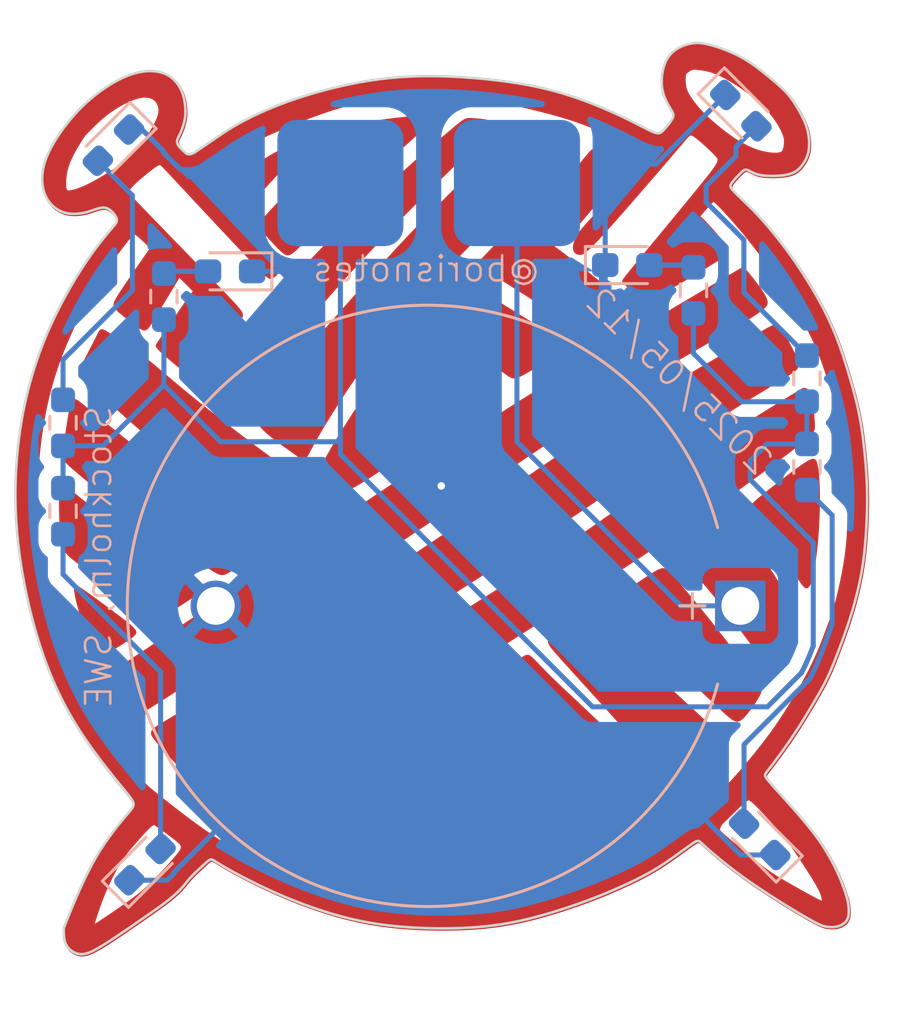
<source format=kicad_pcb>
(kicad_pcb (version 20241229) (generator "pcbnew") (generator_version "9.0")
  (layers (0 "F.Cu" signal) (2 "B.Cu" signal) (13 "F.Paste" user) (15 "B.Paste" user) (5 "F.SilkS" user "F.Silkscreen") (7 "B.SilkS" user "B.Silkscreen") (1 "F.Mask" user) (3 "B.Mask" user) (25 "Edge.Cuts" user))
  (net 0 "")
  (net 1 "+3V0")
  (net 2 "GND")
  (net 3 "Net-(D1-A)")
  (net 4 "Net-(D2-A)")
  (net 5 "Net-(D3-A)")
  (net 6 "Net-(D4-A)")
  (net 7 "Net-(BT1-+)")
  (net 8 "Net-(D5-A)")
  (net 9 "Net-(D6-A)")
  (footprint "Boris_Custom:brooch_SW_20mm" (layer "B.Cu") (at 99.5 77 180)
    (property "Reference" "SW1" (hide yes))
    (property "Value" "SW_SPST" (hide yes))
  )
  (footprint "Resistor_SMD:R_0603_1608Metric_Pad0.98x0.95mm_HandSolder" (layer "B.Cu") (at 85 86.5 90)
    (property "Reference" "R4" (hide yes))
    (property "Value" "TBD" (hide yes))
  )
  (footprint "LED_SMD:LED_0603_1608Metric_Pad1.05x0.95mm_HandSolder" (layer "B.Cu") (at 107.375 80.25)
    (property "Reference" "D5" (hide yes))
    (property "Value" "LED" (hide yes))
  )
  (footprint "Resistor_SMD:R_0603_1608Metric_Pad0.98x0.95mm_HandSolder" (layer "B.Cu") (at 89 81.5 90)
    (property "Reference" "R6" (hide yes))
    (property "Value" "TBD" (hide yes))
  )
  (footprint "LED_SMD:LED_0603_1608Metric_Pad1.05x0.95mm_HandSolder" (layer "B.Cu") (at 87 75.5 -135)
    (property "Reference" "D4" (hide yes))
    (property "Value" "LED" (hide yes))
  )
  (footprint "Resistor_SMD:R_0603_1608Metric_Pad0.98x0.95mm_HandSolder" (layer "B.Cu") (at 114.5 84.75 90)
    (property "Reference" "R3" (hide yes))
    (property "Value" "TBD" (hide yes))
  )
  (footprint "LED_SMD:LED_0603_1608Metric_Pad1.05x0.95mm_HandSolder" (layer "B.Cu") (at 112.625 103 135)
    (property "Reference" "D1" (hide yes))
    (property "Value" "LED" (hide yes))
  )
  (footprint "Resistor_SMD:R_0603_1608Metric_Pad0.98x0.95mm_HandSolder" (layer "B.Cu") (at 85 90 -90)
    (property "Reference" "R2" (hide yes))
    (property "Value" "TBD" (hide yes))
  )
  (footprint "Resistor_SMD:R_0603_1608Metric_Pad0.98x0.95mm_HandSolder" (layer "B.Cu") (at 110 81.25 90)
    (property "Reference" "R5" (hide yes))
    (property "Value" "TBD" (hide yes))
  )
  (footprint "LED_SMD:LED_0603_1608Metric_Pad1.05x0.95mm_HandSolder" (layer "B.Cu") (at 111.881282 74.131282 -45)
    (property "Reference" "D3" (hide yes))
    (property "Value" "LED" (hide yes))
  )
  (footprint "LED_SMD:LED_0603_1608Metric_Pad1.05x0.95mm_HandSolder" (layer "B.Cu") (at 88.25 104 45)
    (property "Reference" "D2" (hide yes))
    (property "Value" "LED" (hide yes))
  )
  (footprint "LED_SMD:LED_0603_1608Metric_Pad1.05x0.95mm_HandSolder" (layer "B.Cu") (at 91.625 80.5 180)
    (property "Reference" "D6" (hide yes))
    (property "Value" "LED" (hide yes))
  )
  (footprint "Battery:BatteryHolder_MYOUNG_BS-07-A1BJ001_CR2032" (layer "B.Cu") (at 111.857455 93.75 180)
    (property "Reference" "BT1" (hide yes))
    (property "Value" "Battery_Cell" (hide yes))
  )
  (footprint "Resistor_SMD:R_0603_1608Metric_Pad0.98x0.95mm_HandSolder" (layer "B.Cu") (at 114.5 88.25 -90)
    (property "Reference" "R1" (hide yes))
    (property "Value" "TBD" (hide yes))
  )
  (gr_poly (pts (xy 108.817996 92.306299) (xy 108.835562 92.308987) (xy 108.852373 92.313242) (xy 108.86878 92.318858) (xy 108.885135 92.325725) (xy 108.901795 92.334117) (xy 108.91912 92.344405) (xy 108.937468 92.35696) (xy 108.957199 92.372153) (xy 108.978671 92.390354) (xy 109.002244 92.411933) (xy 109.028276 92.437263) (xy 109.057127 92.466714) (xy 109.089156 92.500656) (xy 109.124722 92.539461) (xy 109.164184 92.583499) (xy 109.207901 92.633141) (xy 109.256232 92.688759) (xy 109.368173 92.819401) (xy 109.653571 93.157915) (xy 109.995125 93.568908) (xy 110.357941 94.011471) (xy 110.70712 94.444697) (xy 111.014817 94.835383) (xy 111.281386 95.181181) (xy 111.720783 95.759596) (xy 111.906942 96.001794) (xy 112.072699 96.2136) (xy 112.216551 96.393406) (xy 112.336995 96.539603) (xy 112.388081 96.599814) (xy 112.433422 96.652334) (xy 112.508801 96.738757) (xy 112.539807 96.774889) (xy 112.567001 96.807785) (xy 112.590866 96.838561) (xy 112.611886 96.86833) (xy 112.621456 96.883178) (xy 112.630354 96.898146) (xy 112.638496 96.913328) (xy 112.645801 96.92882) (xy 112.652186 96.944714) (xy 112.65757 96.961105) (xy 112.66187 96.978086) (xy 112.663588 96.986828) (xy 112.665004 96.995752) (xy 112.666108 97.004871) (xy 112.66689 97.014196) (xy 112.667339 97.02374) (xy 112.667445 97.033514) (xy 112.667198 97.043529) (xy 112.666588 97.053797) (xy 112.665604 97.064331) (xy 112.664236 97.075141) (xy 112.662474 97.08624) (xy 112.660307 97.09764) (xy 112.657726 97.109351) (xy 112.654719 97.121387) (xy 112.651277 97.133758) (xy 112.647389 97.146477) (xy 112.643046 97.159554) (xy 112.638236 97.173003) (xy 112.627206 97.201025) (xy 112.614375 97.230472) (xy 112.599845 97.261238) (xy 112.583722 97.293216) (xy 112.566109 97.326302) (xy 112.54711 97.360389) (xy 112.505371 97.431145) (xy 112.459338 97.504639) (xy 112.40984 97.580025) (xy 112.357712 97.656458) (xy 112.303785 97.733094) (xy 112.248838 97.809036) (xy 112.193434 97.883193) (xy 112.138085 97.954423) (xy 112.0833 98.021586) (xy 112.029588 98.083541) (xy 112.003294 98.112209) (xy 111.97746 98.139147) (xy 111.952149 98.164213) (xy 111.927425 98.187264) (xy 111.903353 98.208157) (xy 111.879995 98.22675) (xy 111.857372 98.242916) (xy 111.846294 98.25007) (xy 111.835338 98.256597) (xy 111.824481 98.262491) (xy 111.813699 98.267747) (xy 111.802968 98.27236) (xy 111.792265 98.276323) (xy 111.781565 98.279633) (xy 111.770844 98.282283) (xy 111.760079 98.284267) (xy 111.749246 98.285581) (xy 111.73832 98.286218) (xy 111.727278 98.286174) (xy 111.716096 98.285443) (xy 111.70475 98.28402) (xy 111.693216 98.281898) (xy 111.681471 98.279073) (xy 111.669489 98.275539) (xy 111.657248 98.271291) (xy 111.644724 98.266322) (xy 111.631891 98.260629) (xy 111.618728 98.254205) (xy 111.605209 98.247045) (xy 111.591311 98.239143) (xy 111.57701 98.230494) (xy 111.547103 98.210933) (xy 111.515296 98.188318) (xy 111.481399 98.162606) (xy 111.445202 98.133729) (xy 111.406427 98.101528) (xy 111.319953 98.026411) (xy 111.2196 97.935779) (xy 111.102993 97.828153) (xy 110.811511 97.556017) (xy 110.426498 97.198187) (xy 109.39551 96.250526) (xy 108.843027 95.736487) (xy 108.580603 95.48797) (xy 108.336177 95.25219) (xy 108.115042 95.033549) (xy 107.917289 94.83287) (xy 107.741711 94.65007) (xy 107.587099 94.485069) (xy 107.33594 94.20814) (xy 107.154148 94.001435) (xy 107.031538 93.861392) (xy 106.988629 93.811794) (xy 106.955854 93.772786) (xy 106.931616 93.742101) (xy 106.922199 93.72917) (xy 106.914318 93.717469) (xy 106.907772 93.706715) (xy 106.902362 93.696623) (xy 106.897888 93.686911) (xy 106.894151 93.677294) (xy 106.890976 93.667544) (xy 106.888301 93.657662) (xy 106.88609 93.647703) (xy 106.884305 93.637722) (xy 106.88291 93.627775) (xy 106.881868 93.617917) (xy 106.881141 93.608203) (xy 106.880693 93.598689) (xy 106.880485 93.580482) (xy 106.880946 93.563738) (xy 106.881781 93.5489) (xy 106.882694 93.536412) (xy 106.883183 93.531121) (xy 106.883539 93.528634) (xy 106.884039 93.526195) (xy 106.884737 93.523764) (xy 106.885176 93.522538) (xy 106.885685 93.521299) (xy 106.886269 93.520041) (xy 106.886936 93.518758) (xy 106.887692 93.517446) (xy 106.888543 93.516099) (xy 106.889497 93.514713) (xy 106.89056 93.513281) (xy 106.893037 93.510262) (xy 106.89603 93.507) (xy 106.899589 93.503453) (xy 106.903769 93.49958) (xy 106.908622 93.495339) (xy 106.914201 93.490688) (xy 106.920559 93.485585) (xy 106.927748 93.47999) (xy 106.935822 93.473859) (xy 106.944833 93.467151) (xy 106.954834 93.459825) (xy 106.965878 93.451839) (xy 106.978018 93.44315) (xy 107.005798 93.423501) (xy 107.038595 93.400543) (xy 107.076832 93.373942) (xy 107.171319 93.308478) (xy 107.171327 93.30847) (xy 107.749601 92.911166) (xy 108.076053 92.692057) (xy 108.226951 92.593315) (xy 108.361379 92.507849) (xy 108.420671 92.471387) (xy 108.474649 92.439174) (xy 108.523664 92.411005) (xy 108.568066 92.386673) (xy 108.608207 92.365971) (xy 108.644438 92.348694) (xy 108.677107 92.334635) (xy 108.706568 92.323587) (xy 108.733169 92.315345) (xy 108.757262 92.309701) (xy 108.779197 92.30645) (xy 108.799325 92.305385)) (stroke (width 0.1) (color 255 42 42 1)) (fill yes) (layer "F.Cu") (net 7))
  (gr_poly (pts (xy 88.638212 79.379938) (xy 88.639498 79.380117) (xy 88.640852 79.380418) (xy 88.642277 79.380845) (xy 88.643779 79.381402) (xy 88.645362 79.382092) (xy 88.64703 79.382918) (xy 88.648788 79.383884) (xy 88.650641 79.384993) (xy 88.652593 79.38625) (xy 88.654649 79.387657) (xy 88.65909 79.390936) (xy 88.664001 79.39486) (xy 88.669419 79.399457) (xy 88.675379 79.404754) (xy 88.681918 79.410779) (xy 88.689074 79.417561) (xy 88.696881 79.425128) (xy 88.705378 79.433507) (xy 88.7146 79.442728) (xy 88.735365 79.463805) (xy 88.75947 79.488583) (xy 88.818867 79.550141) (xy 88.818863 79.550141) (xy 89.178227 79.924109) (xy 89.374232 80.129669) (xy 89.535877 80.301508) (xy 89.56702 80.335375) (xy 89.593829 80.365792) (xy 89.605588 80.379963) (xy 89.616239 80.393579) (xy 89.625774 80.406742) (xy 89.634185 80.419555) (xy 89.641463 80.432119) (xy 89.6476 80.444537) (xy 89.652588 80.456911) (xy 89.656419 80.469345) (xy 89.659085 80.481939) (xy 89.660578 80.494797) (xy 89.660889 80.508021) (xy 89.66001 80.521712) (xy 89.657933 80.535975) (xy 89.65465 80.55091) (xy 89.650153 80.56662) (xy 89.644434 80.583208) (xy 89.637483 80.600776) (xy 89.629294 80.619425) (xy 89.619858 80.63926) (xy 89.609166 80.660381) (xy 89.597212 80.682891) (xy 89.583985 80.706893) (xy 89.553685 80.759781) (xy 89.518201 80.819864) (xy 89.477466 80.887959) (xy 89.015308 81.65665) (xy 88.542842 82.433068) (xy 88.460128 82.564874) (xy 88.424793 82.618592) (xy 88.392689 82.66456) (xy 88.36323 82.703059) (xy 88.335827 82.734369) (xy 88.322714 82.747415) (xy 88.309894 82.758769) (xy 88.297295 82.768465) (xy 88.284844 82.77654) (xy 88.272466 82.783027) (xy 88.260089 82.787962) (xy 88.247638 82.79138) (xy 88.235042 82.793315) (xy 88.222225 82.793804) (xy 88.209115 82.79288) (xy 88.195639 82.79058) (xy 88.181723 82.786937) (xy 88.167293 82.781987) (xy 88.152276 82.775765) (xy 88.120189 82.759646) (xy 88.084874 82.738858) (xy 88.045743 82.713683) (xy 87.955223 82.651524) (xy 87.851617 82.576559) (xy 87.739448 82.492415) (xy 87.62324 82.402714) (xy 87.507515 82.31108) (xy 87.396797 82.221137) (xy 87.295608 82.136509) (xy 87.208472 82.06082) (xy 87.171509 82.027269) (xy 87.139285 81.996162) (xy 87.124981 81.981308) (xy 87.111897 81.966804) (xy 87.100047 81.952562) (xy 87.089441 81.938497) (xy 87.080091 81.924521) (xy 87.072011 81.910546) (xy 87.065211 81.896487) (xy 87.059703 81.882255) (xy 87.0555 81.867764) (xy 87.052614 81.852926) (xy 87.051056 81.837656) (xy 87.050838 81.821865) (xy 87.051972 81.805466) (xy 87.054471 81.788373) (xy 87.058347 81.770499) (xy 87.06361 81.751756) (xy 87.070273 81.732058) (xy 87.078349 81.711317) (xy 87.087849 81.689446) (xy 87.098784 81.666359) (xy 87.111168 81.641968) (xy 87.125011 81.616186) (xy 87.140327 81.588927) (xy 87.157126 81.560103) (xy 87.195224 81.497412) (xy 87.239401 81.427417) (xy 87.345265 81.264982) (xy 87.469946 81.078468) (xy 87.752246 80.664881) (xy 88.283987 79.897193) (xy 88.450623 79.654533) (xy 88.548427 79.509051) (xy 88.597911 79.432508) (xy 88.619585 79.396662) (xy 88.623056 79.390861) (xy 88.624712 79.388323) (xy 88.626363 79.386063) (xy 88.628045 79.384111) (xy 88.62891 79.383259) (xy 88.629796 79.382494) (xy 88.630708 79.38182) (xy 88.631652 79.38124) (xy 88.63263 79.380758) (xy 88.633648 79.380377) (xy 88.634711 79.380101) (xy 88.635823 79.379934) (xy 88.636989 79.379879)) (stroke (width 0.1) (color 255 42 42 1)) (fill yes) (layer "F.Cu"))
  (gr_poly (pts (xy 98.798593 83.075319) (xy 98.817724 83.078485) (xy 98.840649 83.084231) (xy 98.868002 83.093018) (xy 98.900415 83.105311) (xy 98.938524 83.12157) (xy 98.98296 83.14226) (xy 99.034358 83.167842) (xy 99.093352 83.19878) (xy 99.236658 83.278573) (xy 99.417948 83.385339) (xy 99.639625 83.520976) (xy 99.893438 83.680169) (xy 100.453813 84.040753) (xy 101.011759 84.410145) (xy 101.262536 84.580349) (xy 101.479963 84.731402) (xy 101.573088 84.797732) (xy 101.655755 84.85787) (xy 101.728574 84.912189) (xy 101.761481 84.937284) (xy 101.792155 84.961065) (xy 101.820672 84.983578) (xy 101.847108 85.004872) (xy 101.87154 85.024992) (xy 101.894043 85.043986) (xy 101.914695 85.0619) (xy 101.933571 85.078781) (xy 101.950747 85.094677) (xy 101.966301 85.109633) (xy 101.980307 85.123697) (xy 101.992843 85.136916) (xy 102.003984 85.149337) (xy 102.013807 85.161005) (xy 102.022388 85.17197) (xy 102.029804 85.182276) (xy 102.03613 85.191971) (xy 102.041443 85.201102) (xy 102.045819 85.209716) (xy 102.049334 85.217859) (xy 102.052065 85.225579) (xy 102.054088 85.232922) (xy 102.055479 85.239936) (xy 102.056314 85.246666) (xy 102.05667 85.25316) (xy 102.056623 85.259466) (xy 102.055476 85.271671) (xy 102.052804 85.283537) (xy 102.04839 85.295291) (xy 102.042019 85.307162) (xy 102.033474 85.31938) (xy 102.02254 85.332173) (xy 102.009001 85.34577) (xy 101.99264 85.360401) (xy 101.973242 85.376294) (xy 101.950591 85.393679) (xy 101.894666 85.433837) (xy 101.823138 85.482708) (xy 101.734279 85.542124) (xy 101.238317 85.869425) (xy 100.96767 86.045642) (xy 100.730809 86.197337) (xy 100.635381 86.256958) (xy 100.593591 86.282473) (xy 100.555387 86.305294) (xy 100.520495 86.325547) (xy 100.488642 86.34336) (xy 100.459556 86.358859) (xy 100.432964 86.372172) (xy 100.408593 86.383426) (xy 100.38617 86.392747) (xy 100.365422 86.400263) (xy 100.346076 86.4061) (xy 100.32786 86.410386) (xy 100.3105 86.413247) (xy 100.293724 86.414812) (xy 100.277259 86.415205) (xy 100.260789 86.414484) (xy 100.243822 86.412428) (xy 100.225822 86.40875) (xy 100.206255 86.403159) (xy 100.184586 86.395367) (xy 100.160279 86.385082) (xy 100.1328 86.372017) (xy 100.101613 86.355882) (xy 100.025977 86.313242) (xy 99.929089 86.254846) (xy 99.806671 86.178379) (xy 99.654441 86.081525) (xy 98.803736 85.532005) (xy 97.985223 84.999489) (xy 97.985219 84.999485) (xy 97.851001 84.91203) (xy 97.796692 84.876572) (xy 97.75012 84.846072) (xy 97.710685 84.820113) (xy 97.693458 84.808707) (xy 97.677791 84.798279) (xy 97.66361 84.788779) (xy 97.650839 84.780154) (xy 97.639405 84.772352) (xy 97.629232 84.765321) (xy 97.620245 84.759009) (xy 97.612371 84.753364) (xy 97.605533 84.748333) (xy 97.599658 84.743865) (xy 97.594671 84.739908) (xy 97.592487 84.738105) (xy 97.590496 84.73641) (xy 97.588691 84.734816) (xy 97.58706 84.733318) (xy 97.585595 84.731908) (xy 97.584287 84.730581) (xy 97.583126 84.729329) (xy 97.582103 84.728146) (xy 97.581208 84.727026) (xy 97.580432 84.725962) (xy 97.579766 84.724947) (xy 97.579201 84.723976) (xy 97.578727 84.723041) (xy 97.578334 84.722136) (xy 97.578014 84.721255) (xy 97.577757 84.720391) (xy 97.577554 84.719537) (xy 97.577395 84.718688) (xy 97.577173 84.716975) (xy 97.577016 84.7152) (xy 97.575651 84.697445) (xy 97.574998 84.686712) (xy 97.574504 84.67521) (xy 97.574274 84.663291) (xy 97.574413 84.651305) (xy 97.574654 84.645396) (xy 97.575027 84.639603) (xy 97.575545 84.633969) (xy 97.576221 84.628538) (xy 97.578395 84.617936) (xy 97.580325 84.612132) (xy 97.583131 84.605529) (xy 97.59231 84.588529) (xy 97.60781 84.564144) (xy 97.63151 84.529586) (xy 97.665289 84.482063) (xy 97.770601 84.336965) (xy 98.123814 83.854574) (xy 98.4825 83.369138) (xy 98.515594 83.324933) (xy 98.545204 83.285656) (xy 98.571603 83.250997) (xy 98.595065 83.220645) (xy 98.615865 83.194289) (xy 98.634276 83.171618) (xy 98.650574 83.15232) (xy 98.658015 83.14384) (xy 98.665031 83.136087) (xy 98.671655 83.129021) (xy 98.677922 83.122605) (xy 98.683866 83.1168) (xy 98.689522 83.111566) (xy 98.694923 83.106864) (xy 98.700103 83.102657) (xy 98.705098 83.098904) (xy 98.709941 83.095568) (xy 98.714667 83.092608) (xy 98.719309 83.089988) (xy 98.723903 83.087666) (xy 98.728482 83.085606) (xy 98.733081 83.083767) (xy 98.737734 83.082111) (xy 98.747338 83.079193) (xy 98.769179 83.074874) (xy 98.782622 83.074269)) (stroke (width 0.1) (color 255 42 42 1)) (fill yes) (layer "F.Cu"))
  (gr_poly (pts (xy 114.749945 87.976591) (xy 114.762609 87.978098) (xy 114.77434 87.981073) (xy 114.785199 87.985501) (xy 114.795246 87.991366) (xy 114.804541 87.998652) (xy 114.813145 88.007344) (xy 114.821118 88.017426) (xy 114.828521 88.028882) (xy 114.835413 88.041696) (xy 114.841856 88.055853) (xy 114.84791 88.071337) (xy 114.853634 88.088133) (xy 114.859091 88.106223) (xy 114.869439 88.146228) (xy 114.888888 88.241136) (xy 114.906699 88.355277) (xy 114.922631 88.487914) (xy 114.936442 88.638309) (xy 114.947891 88.805724) (xy 114.956736 88.98942) (xy 114.962736 89.188661) (xy 114.96565 89.402708) (xy 114.965287 89.630404) (xy 114.961677 89.868916) (xy 114.954899 90.114998) (xy 114.945034 90.365401) (xy 114.932162 90.616878) (xy 114.916364 90.866181) (xy 114.89772 91.110062) (xy 114.87631 91.345274) (xy 114.852291 91.568925) (xy 114.826111 91.779555) (xy 114.798294 91.976063) (xy 114.769362 92.15735) (xy 114.73984 92.322316) (xy 114.71025 92.46986) (xy 114.681117 92.598881) (xy 114.652963 92.708281) (xy 114.646137 92.732444) (xy 114.639403 92.755341) (xy 114.632757 92.777003) (xy 114.626197 92.79746) (xy 114.61972 92.816741) (xy 114.613323 92.834876) (xy 114.607003 92.851897) (xy 114.600759 92.867832) (xy 114.594587 92.882711) (xy 114.588484 92.896566) (xy 114.582448 92.909425) (xy 114.576475 92.921318) (xy 114.570564 92.932276) (xy 114.564712 92.942329) (xy 114.558915 92.951506) (xy 114.553172 92.959838) (xy 114.547478 92.967354) (xy 114.541833 92.974085) (xy 114.536232 92.98006) (xy 114.530673 92.985311) (xy 114.525154 92.989865) (xy 114.519671 92.993755) (xy 114.514223 92.997009) (xy 114.508806 92.999657) (xy 114.503417 93.00173) (xy 114.498054 93.003258) (xy 114.492714 93.00427) (xy 114.487395 93.004797) (xy 114.482093 93.004868) (xy 114.476806 93.004514) (xy 114.471531 93.003765) (xy 114.466266 93.00265) (xy 114.455705 92.999339) (xy 114.444868 92.994306) (xy 114.43345 92.987173) (xy 114.421147 92.97756) (xy 114.407657 92.965088) (xy 114.392676 92.949377) (xy 114.375899 92.93005) (xy 114.357023 92.906726) (xy 114.31176 92.846571) (xy 114.254457 92.76588) (xy 114.182685 92.66162) (xy 114.094015 92.530756) (xy 113.592197 91.78383) (xy 113.308806 91.365427) (xy 113.048286 90.987931) (xy 112.936175 90.829637) (xy 112.837138 90.692511) (xy 112.750183 90.574203) (xy 112.674315 90.472365) (xy 112.551867 90.3087) (xy 112.5033 90.242175) (xy 112.461847 90.182723) (xy 112.443492 90.154959) (xy 112.426629 90.128331) (xy 112.411217 90.102793) (xy 112.397216 90.0783) (xy 112.384584 90.054807) (xy 112.37328 90.032268) (xy 112.363266 90.010639) (xy 112.354499 89.989874) (xy 112.346938 89.969927) (xy 112.340545 89.950754) (xy 112.335277 89.932309) (xy 112.331094 89.914547) (xy 112.327955 89.897422) (xy 112.32582 89.880889) (xy 112.324649 89.864903) (xy 112.324399 89.849419) (xy 112.325136 89.83433) (xy 112.32723 89.819287) (xy 112.331152 89.803878) (xy 112.337375 89.787693) (xy 112.346369 89.77032) (xy 112.358607 89.751348) (xy 112.374559 89.730366) (xy 112.394698 89.706962) (xy 112.419493 89.680727) (xy 112.449418 89.651249) (xy 112.484944 89.618116) (xy 112.526541 89.580918) (xy 112.629838 89.492681) (xy 112.76308 89.383249) (xy 113.118453 89.100785) (xy 113.542657 88.772903) (xy 113.969653 88.452107) (xy 114.163561 88.310775) (xy 114.333402 88.190904) (xy 114.333396 88.190896) (xy 114.406965 88.140904) (xy 114.472937 88.097792) (xy 114.503225 88.078777) (xy 114.531795 88.061435) (xy 114.558707 88.045751) (xy 114.584022 88.031707) (xy 114.6078 88.01929) (xy 114.630101 88.008483) (xy 114.650987 87.999269) (xy 114.670517 87.991635) (xy 114.688751 87.985563) (xy 114.705751 87.981039) (xy 114.721576 87.978046) (xy 114.736287 87.976568)) (stroke (width 0.1) (color 255 42 42 1)) (fill yes) (layer "F.Cu"))
  (gr_poly (pts (xy 97.168114 85.437471) (xy 97.192547 85.442819) (xy 97.219811 85.45143) (xy 97.250363 85.463503) (xy 97.284661 85.479241) (xy 97.323165 85.498844) (xy 97.36633 85.522514) (xy 97.414617 85.550453) (xy 97.468482 85.582861) (xy 97.59478 85.661892) (xy 97.920301 85.874021) (xy 98.301335 86.129636) (xy 98.682154 86.39105) (xy 99.007032 86.620574) (xy 99.073182 86.668694) (xy 99.132697 86.712702) (xy 99.185919 86.752833) (xy 99.233193 86.789325) (xy 99.274864 86.822415) (xy 99.311274 86.852338) (xy 99.342768 86.879332) (xy 99.369691 86.903632) (xy 99.381545 86.914847) (xy 99.392385 86.925476) (xy 99.402254 86.935551) (xy 99.411195 86.945101) (xy 99.419251 86.954154) (xy 99.426465 86.962742) (xy 99.43288 86.970893) (xy 99.43854 86.978636) (xy 99.443486 86.986003) (xy 99.447762 86.993021) (xy 99.451411 86.999721) (xy 99.454476 87.006132) (xy 99.457 87.012284) (xy 99.459026 87.018206) (xy 99.460597 87.023929) (xy 99.461756 87.02948) (xy 99.46294 87.040174) (xy 99.462588 87.050442) (xy 99.460638 87.060421) (xy 99.457031 87.070249) (xy 99.451706 87.080063) (xy 99.444602 87.090002) (xy 99.435659 87.100202) (xy 99.424817 87.110802) (xy 99.412016 87.121939) (xy 99.397194 87.13375) (xy 99.380292 87.146373) (xy 99.361249 87.159946) (xy 99.316498 87.19049) (xy 99.262459 87.226485) (xy 98.932305 87.446683) (xy 98.346156 87.840409) (xy 97.936591 88.115983) (xy 97.489556 88.413673) (xy 97.056479 88.695041) (xy 96.861247 88.817592) (xy 96.688792 88.921649) (xy 96.612885 88.965371) (xy 96.543706 89.003448) (xy 96.480681 89.036062) (xy 96.423237 89.063395) (xy 96.396429 89.075137) (xy 96.3708 89.085626) (xy 96.34628 89.094886) (xy 96.322796 89.102938) (xy 96.300277 89.109806) (xy 96.278651 89.115512) (xy 96.257846 89.120079) (xy 96.237791 89.123529) (xy 96.218413 89.125886) (xy 96.199642 89.12717) (xy 96.181405 89.127407) (xy 96.163631 89.126617) (xy 96.146248 89.124824) (xy 96.129184 89.12205) (xy 96.112368 89.118318) (xy 96.095727 89.113651) (xy 96.079191 89.108071) (xy 96.062686 89.101601) (xy 96.046143 89.094264) (xy 96.029488 89.086082) (xy 95.995558 89.067273) (xy 95.960323 89.045358) (xy 95.923356 89.020547) (xy 95.884828 88.993176) (xy 95.845054 88.96361) (xy 95.804353 88.932215) (xy 95.721436 88.865402) (xy 95.638612 88.795664) (xy 95.558419 88.725925) (xy 95.483394 88.659112) (xy 95.358995 88.545969) (xy 95.359 88.545969) (xy 95.31398 88.504707) (xy 95.295774 88.487906) (xy 95.280177 88.473363) (xy 95.266992 88.460853) (xy 95.261242 88.455291) (xy 95.256022 88.450153) (xy 95.251306 88.445412) (xy 95.24707 88.441041) (xy 95.243291 88.43701) (xy 95.239942 88.433292) (xy 95.237 88.429859) (xy 95.23444 88.426684) (xy 95.232238 88.423739) (xy 95.230369 88.420994) (xy 95.228808 88.418424) (xy 95.227531 88.415999) (xy 95.226513 88.413692) (xy 95.22573 88.411475) (xy 95.225157 88.40932) (xy 95.224771 88.407199) (xy 95.224545 88.405084) (xy 95.224456 88.402948) (xy 95.224479 88.400763) (xy 95.22459 88.398499) (xy 95.224976 88.393629) (xy 95.226192 88.3817) (xy 95.229112 88.365208) (xy 95.235227 88.342167) (xy 95.246027 88.310589) (xy 95.263 88.268488) (xy 95.287638 88.213877) (xy 95.32143 88.144769) (xy 95.365866 88.059178) (xy 95.488441 87.836937) (xy 95.646341 87.562942) (xy 95.826363 87.25931) (xy 96.015298 86.948159) (xy 96.20128 86.64914) (xy 96.377812 86.37203) (xy 96.53974 86.124127) (xy 96.681912 85.912732) (xy 96.744183 85.822782) (xy 96.773167 85.781775) (xy 96.800816 85.743341) (xy 96.827203 85.707423) (xy 96.852403 85.673967) (xy 96.876488 85.642917) (xy 96.899533 85.614218) (xy 96.921612 85.587813) (xy 96.942798 85.563649) (xy 96.963165 85.541669) (xy 96.982788 85.521818) (xy 97.001739 85.504041) (xy 97.020094 85.488283) (xy 97.037925 85.474487) (xy 97.055306 85.462599) (xy 97.072375 85.452606) (xy 97.089526 85.444666) (xy 97.107217 85.438982) (xy 97.125907 85.435753) (xy 97.146053 85.435183)) (stroke (width 0.1) (color 255 42 42 1)) (fill yes) (layer "F.Cu"))
  (gr_poly (pts (xy 113.3116 82.644239) (xy 113.325627 82.646226) (xy 113.338867 82.649542) (xy 113.351408 82.654176) (xy 113.363336 82.660113) (xy 113.374739 82.66734) (xy 113.385705 82.675844) (xy 113.396321 82.685612) (xy 113.406675 82.69663) (xy 113.416854 82.708884) (xy 113.426945 82.722362) (xy 113.437036 82.73705) (xy 113.447214 82.752935) (xy 113.468183 82.78824) (xy 113.49055 82.828171) (xy 113.597777 83.027382) (xy 113.721987 83.264265) (xy 113.95498 83.712544) (xy 114.034302 83.863415) (xy 114.063465 83.919574) (xy 114.075738 83.943806) (xy 114.086591 83.965844) (xy 114.096116 83.985964) (xy 114.104403 84.004444) (xy 114.111541 84.021563) (xy 114.117621 84.037597) (xy 114.122733 84.052825) (xy 114.126967 84.067523) (xy 114.130414 84.08197) (xy 114.133163 84.096444) (xy 114.135284 84.111168) (xy 114.136764 84.126164) (xy 114.13757 84.141396) (xy 114.137669 84.156832) (xy 114.137027 84.17244) (xy 114.135612 84.188184) (xy 114.133391 84.204033) (xy 114.130329 84.219953) (xy 114.126394 84.235911) (xy 114.121553 84.251874) (xy 114.115772 84.267808) (xy 114.109018 84.283681) (xy 114.101258 84.299459) (xy 114.092459 84.315109) (xy 114.082588 84.330597) (xy 114.071611 84.345891) (xy 114.045267 84.376475) (xy 114.008464 84.410152) (xy 113.955299 84.450929) (xy 113.879868 84.50281) (xy 113.776267 84.569801) (xy 113.638593 84.655907) (xy 113.237409 84.901486) (xy 111.876974 85.736698) (xy 110.975273 86.305782) (xy 109.973489 86.957025) (xy 105.397518 90.055729) (xy 104.162075 90.866245) (xy 102.908875 91.674326) (xy 100.387431 93.295357) (xy 95.359524 96.599781) (xy 94.081183 97.427559) (xy 92.861771 98.208256) (xy 91.783284 98.891764) (xy 90.927713 99.427977) (xy 90.605923 99.627125) (xy 90.470775 99.70987) (xy 90.351275 99.782291) (xy 90.246288 99.84506) (xy 90.154676 99.898847) (xy 90.075304 99.944325) (xy 90.007034 99.982165) (xy 89.94873 100.013038) (xy 89.899255 100.037616) (xy 89.857473 100.056571) (xy 89.839111 100.064149) (xy 89.822247 100.070573) (xy 89.806737 100.075927) (xy 89.792441 100.080295) (xy 89.779215 100.083761) (xy 89.766917 100.086408) (xy 89.755406 100.088321) (xy 89.74454 100.089583) (xy 89.724173 100.090493) (xy 89.704831 100.089681) (xy 89.686144 100.08719) (xy 89.667894 100.082933) (xy 89.649863 100.076825) (xy 89.631831 100.068781) (xy 89.613581 100.058716) (xy 89.594894 100.046543) (xy 89.575553 100.032178) (xy 89.555338 100.015535) (xy 89.534032 99.996529) (xy 89.511416 99.975074) (xy 89.487272 99.951086) (xy 89.433527 99.895164) (xy 89.371049 99.828081) (xy 89.218991 99.662533) (xy 89.047496 99.473144) (xy 88.879037 99.283451) (xy 88.802969 99.195845) (xy 88.736087 99.116989) (xy 88.706888 99.081672) (xy 88.680553 99.049106) (xy 88.656947 99.019116) (xy 88.635934 98.99153) (xy 88.617379 98.966174) (xy 88.601148 98.942876) (xy 88.587105 98.921461) (xy 88.575114 98.901758) (xy 88.56504 98.883591) (xy 88.556749 98.86679) (xy 88.550104 98.851179) (xy 88.544971 98.836586) (xy 88.541213 98.822838) (xy 88.538697 98.809761) (xy 88.537287 98.797182) (xy 88.536847 98.784928) (xy 88.537296 98.772835) (xy 88.53877 98.760777) (xy 88.541459 98.748639) (xy 88.545553 98.736305) (xy 88.551241 98.723657) (xy 88.558713 98.71058) (xy 88.56816 98.696957) (xy 88.57977 98.682672) (xy 88.593735 98.66761) (xy 88.610243 98.651652) (xy 88.629484 98.634684) (xy 88.651649 98.61659) (xy 88.676927 98.597251) (xy 88.705508 98.576554) (xy 88.737582 98.554381) (xy 88.773339 98.530615) (xy 88.856335 98.477944) (xy 88.954403 98.418115) (xy 89.194083 98.275699) (xy 89.489041 98.100783) (xy 89.835935 97.890787) (xy 90.232233 97.643208) (xy 90.678641 97.355844) (xy 91.176681 97.026567) (xy 91.727874 96.65325) (xy 92.331801 96.235865) (xy 92.980301 95.782754) (xy 94.370679 94.811098) (xy 95.092664 94.312621) (xy 95.820591 93.815296) (xy 96.546109 93.324684) (xy 97.260866 92.846344) (xy 98.643156 91.932088) (xy 99.319443 91.484394) (xy 99.993208 91.033745) (xy 100.67269 90.572249) (xy 101.376972 90.088096) (xy 102.947151 89.000698) (xy 103.848799 88.378181) (xy 104.815406 87.719589) (xy 105.821744 87.049829) (xy 106.33193 86.718544) (xy 106.842588 86.393808) (xy 107.350635 86.078261) (xy 107.853284 85.772649) (xy 108.831544 85.1923) (xy 110.604022 84.162602) (xy 111.356478 83.719372) (xy 111.999419 83.336503) (xy 112.520839 83.027105) (xy 112.732225 82.904055) (xy 112.908727 82.80429) (xy 112.908727 82.804291) (xy 112.908727 82.804292) (xy 112.908727 82.804293) (xy 112.908728 82.804294) (xy 112.908728 82.804295) (xy 112.908728 82.804296) (xy 112.908729 82.804299) (xy 112.90873 82.804301) (xy 112.90873 82.804303) (xy 112.908731 82.804304) (xy 112.908731 82.804305) (xy 112.908731 82.804306) (xy 112.983579 82.763613) (xy 113.050031 82.729043) (xy 113.080327 82.714022) (xy 113.108787 82.700491) (xy 113.135497 82.688438) (xy 113.160545 82.677849) (xy 113.184019 82.66871) (xy 113.206005 82.661009) (xy 113.226593 82.654732) (xy 113.245868 82.649866) (xy 113.263919 82.646397) (xy 113.280833 82.644312) (xy 113.296697 82.643597)) (stroke (width 0.1) (color 255 42 42 1)) (fill yes) (layer "F.Cu"))
  (gr_poly (pts (xy 97.997152 99.203062) (xy 98.015139 99.204895) (xy 98.033383 99.207798) (xy 98.052418 99.211961) (xy 98.072823 99.217651) (xy 98.095174 99.225135) (xy 98.120048 99.234679) (xy 98.148023 99.24655) (xy 98.179675 99.261016) (xy 98.215583 99.278342) (xy 98.256322 99.298795) (xy 98.302471 99.322643) (xy 98.413306 99.381589) (xy 98.552704 99.457314) (xy 98.725283 99.551951) (xy 99.71561 100.098301) (xy 100.861421 100.733984) (xy 101.814378 101.265729) (xy 102.62989 101.716725) (xy 103.029539 101.933382) (xy 103.420917 102.142521) (xy 103.791035 102.337486) (xy 104.126903 102.511622) (xy 104.41783 102.659558) (xy 104.662368 102.781075) (xy 104.861377 102.877251) (xy 105.015718 102.94916) (xy 105.127214 102.999164) (xy 105.168613 103.018219) (xy 105.201555 103.034777) (xy 105.215115 103.042464) (xy 105.226874 103.04994) (xy 105.236934 103.057341) (xy 105.2454 103.064807) (xy 105.252377 103.072474) (xy 105.257967 103.080481) (xy 105.262276 103.088964) (xy 105.265407 103.098061) (xy 105.266554 103.10288) (xy 105.267385 103.107889) (xy 105.267849 103.113089) (xy 105.267898 103.118482) (xy 105.267485 103.124069) (xy 105.266559 103.129853) (xy 105.265073 103.135835) (xy 105.262978 103.142016) (xy 105.260225 103.148399) (xy 105.256765 103.154985) (xy 105.25255 103.161775) (xy 105.247532 103.168772) (xy 105.241661 103.175976) (xy 105.234889 103.183391) (xy 105.227167 103.191017) (xy 105.218447 103.198855) (xy 105.20868 103.206909) (xy 105.197817 103.215179) (xy 105.18581 103.223667) (xy 105.17261 103.232375) (xy 105.158169 103.241305) (xy 105.142437 103.250457) (xy 105.125367 103.259835) (xy 105.106909 103.269439) (xy 105.087015 103.279271) (xy 105.065636 103.289333) (xy 105.042724 103.299626) (xy 105.01823 103.310153) (xy 104.992105 103.320915) (xy 104.9643 103.331913) (xy 104.934768 103.34315) (xy 104.903459 103.354626) (xy 104.76114 103.402732) (xy 104.59646 103.453415) (xy 104.416265 103.505387) (xy 104.227399 103.557358) (xy 103.851037 103.656146) (xy 103.522134 103.73947) (xy 103.281692 103.79946) (xy 103.191115 103.821133) (xy 103.115666 103.837974) (xy 103.051867 103.85052) (xy 102.996243 103.859307) (xy 102.945316 103.864874) (xy 102.89561 103.867756) (xy 102.870113 103.868293) (xy 102.843522 103.86797) (xy 102.815307 103.866466) (xy 102.784937 103.863458) (xy 102.751883 103.858625) (xy 102.715615 103.851644) (xy 102.675601 103.842194) (xy 102.631312 103.829952) (xy 102.582218 103.814595) (xy 102.527789 103.795803) (xy 102.467493 103.773253) (xy 102.400802 103.746622) (xy 102.327185 103.715589) (xy 102.246111 103.679831) (xy 102.157051 103.639027) (xy 102.059474 103.592854) (xy 101.838326 103.48414) (xy 101.586804 103.356259) (xy 101.015887 103.057388) (xy 99.765274 102.387913) (xy 97.673808 101.273463) (xy 97.28146 101.063802) (xy 96.948925 100.883888) (xy 96.680174 100.734684) (xy 96.479179 100.617155) (xy 96.439992 100.592772) (xy 96.405407 100.57006) (xy 96.375544 100.54865) (xy 96.36242 100.538317) (xy 96.350521 100.528173) (xy 96.339862 100.518169) (xy 96.330458 100.508259) (xy 96.322323 100.498399) (xy 96.315473 100.488541) (xy 96.309922 100.478639) (xy 96.305686 100.468648) (xy 96.302779 100.458521) (xy 96.301216 100.448212) (xy 96.301012 100.437674) (xy 96.302182 100.426862) (xy 96.304741 100.41573) (xy 96.308704 100.404231) (xy 96.314085 100.39232) (xy 96.320899 100.379949) (xy 96.329162 100.367074) (xy 96.338888 100.353647) (xy 96.350092 100.339623) (xy 96.36279 100.324956) (xy 96.376995 100.309599) (xy 96.392723 100.293506) (xy 96.428807 100.258928) (xy 96.47116 100.220854) (xy 96.574046 100.133896) (xy 96.696784 100.035448) (xy 96.833668 99.929482) (xy 96.978995 99.819972) (xy 97.12706 99.710892) (xy 97.272159 99.606214) (xy 97.408588 99.509911) (xy 97.530641 99.425957) (xy 97.634001 99.357406) (xy 97.678969 99.328769) (xy 97.719898 99.303634) (xy 97.757116 99.281807) (xy 97.79095 99.263095) (xy 97.821727 99.247307) (xy 97.849774 99.234248) (xy 97.875418 99.223726) (xy 97.898987 99.215548) (xy 97.920808 99.209521) (xy 97.941207 99.205452) (xy 97.960513 99.203148) (xy 97.979052 99.202415)) (stroke (width 0.1) (color 255 42 42 1)) (fill yes) (layer "F.Cu"))
  (gr_poly (pts (xy 110.150468 78.323439) (xy 110.161275 78.324124) (xy 110.171961 78.325486) (xy 110.182779 78.327772) (xy 110.193984 78.331231) (xy 110.20583 78.336109) (xy 110.21857 78.342654) (xy 110.23246 78.351114) (xy 110.247754 78.361735) (xy 110.264705 78.374766) (xy 110.283568 78.390454) (xy 110.304597 78.409046) (xy 110.328047 78.43079) (xy 110.35417 78.455933) (xy 110.383222 78.484722) (xy 110.451129 78.554231) (xy 110.532796 78.640289) (xy 110.625234 78.739844) (xy 110.72445 78.848834) (xy 110.826452 78.9632) (xy 110.927246 79.078881) (xy 111.022839 79.191818) (xy 111.109238 79.297951) (xy 111.182451 79.393218) (xy 111.198242 79.414876) (xy 111.212991 79.435625) (xy 111.226731 79.455488) (xy 111.239493 79.474489) (xy 111.251309 79.492651) (xy 111.262212 79.509999) (xy 111.272233 79.526555) (xy 111.281405 79.542343) (xy 111.28976 79.557387) (xy 111.29733 79.571711) (xy 111.304147 79.585338) (xy 111.310243 79.598291) (xy 111.31565 79.610595) (xy 111.320401 79.622273) (xy 111.324527 79.633348) (xy 111.32806 79.643844) (xy 111.331033 79.653785) (xy 111.333478 79.663194) (xy 111.335426 79.672094) (xy 111.336911 79.680511) (xy 111.337963 79.688466) (xy 111.338616 79.695984) (xy 111.338901 79.703088) (xy 111.33885 79.709802) (xy 111.338495 79.716149) (xy 111.337869 79.722153) (xy 111.337004 79.727838) (xy 111.335931 79.733227) (xy 111.333292 79.743212) (xy 111.330209 79.752297) (xy 111.326883 79.760656) (xy 111.323304 79.768405) (xy 111.319405 79.775643) (xy 111.315122 79.782473) (xy 111.31039 79.788993) (xy 111.305142 79.795305) (xy 111.299313 79.80151) (xy 111.292839 79.807708) (xy 111.285653 79.814) (xy 111.277691 79.820487) (xy 111.268886 79.827268) (xy 111.259174 79.834446) (xy 111.236765 79.850392) (xy 111.209941 79.86913) (xy 111.137006 79.919616) (xy 111.016447 79.999415) (xy 110.820399 80.123456) (xy 110.520997 80.306664) (xy 110.106532 80.554666) (xy 109.629896 80.835899) (xy 109.160131 81.10951) (xy 108.766279 81.334641) (xy 108.68748 81.378703) (xy 108.617096 81.417397) (xy 108.554478 81.450935) (xy 108.498979 81.479535) (xy 108.473698 81.492049) (xy 108.449954 81.503409) (xy 108.427667 81.513642) (xy 108.406756 81.522774) (xy 108.387139 81.530832) (xy 108.368737 81.537843) (xy 108.351468 81.543834) (xy 108.335251 81.548832) (xy 108.320005 81.552863) (xy 108.30565 81.555955) (xy 108.292105 81.558134) (xy 108.279289 81.559427) (xy 108.267121 81.559861) (xy 108.25552 81.559463) (xy 108.244405 81.55826) (xy 108.233696 81.556278) (xy 108.223312 81.553544) (xy 108.213171 81.550086) (xy 108.203194 81.545929) (xy 108.193299 81.541102) (xy 108.183404 81.53563) (xy 108.173431 81.529541) (xy 108.152921 81.515618) (xy 108.131262 81.49955) (xy 108.10851 81.481571) (xy 108.084861 81.461915) (xy 108.06051 81.44082) (xy 108.010482 81.395249) (xy 107.959992 81.346746) (xy 107.910603 81.297196) (xy 107.863878 81.248484) (xy 107.821381 81.202498) (xy 107.784677 81.161121) (xy 107.784686 81.161121) (xy 107.768952 81.142692) (xy 107.754992 81.125766) (xy 107.742743 81.110223) (xy 107.732142 81.095942) (xy 107.727439 81.089237) (xy 107.723125 81.082802) (xy 107.71919 81.076622) (xy 107.715627 81.070682) (xy 107.712429 81.064967) (xy 107.709586 81.059461) (xy 107.707092 81.05415) (xy 107.704937 81.049019) (xy 107.703115 81.044052) (xy 107.701618 81.039234) (xy 107.700436 81.034551) (xy 107.699563 81.029987) (xy 107.69899 81.025527) (xy 107.69871 81.021155) (xy 107.698714 81.016858) (xy 107.698994 81.012619) (xy 107.699543 81.008424) (xy 107.700353 81.004257) (xy 107.701415 81.000104) (xy 107.702721 80.995949) (xy 107.704265 80.991777) (xy 107.706037 80.987574) (xy 107.70803 80.983323) (xy 107.710235 80.97901) (xy 107.72166 80.960279) (xy 107.739682 80.936012) (xy 107.767624 80.901906) (xy 107.808806 80.853661) (xy 108.172391 80.433235) (xy 108.899492 79.586088) (xy 109.294637 79.131965) (xy 109.474296 78.92935) (xy 109.632179 78.755257) (xy 109.700874 78.681482) (xy 109.732623 78.647953) (xy 109.762712 78.616568) (xy 109.791195 78.587257) (xy 109.818126 78.559951) (xy 109.843559 78.534578) (xy 109.867548 78.51107) (xy 109.890146 78.489355) (xy 109.911409 78.469363) (xy 109.93139 78.451025) (xy 109.950142 78.434269) (xy 109.96772 78.419027) (xy 109.984179 78.405226) (xy 109.999571 78.392798) (xy 110.013951 78.381672) (xy 110.027373 78.371778) (xy 110.039892 78.363046) (xy 110.05156 78.355405) (xy 110.062432 78.348785) (xy 110.072562 78.343116) (xy 110.082004 78.338327) (xy 110.090813 78.33435) (xy 110.099041 78.331113) (xy 110.106743 78.328545) (xy 110.113973 78.326578) (xy 110.120786 78.32514) (xy 110.127234 78.324162) (xy 110.133372 78.323573) (xy 110.139255 78.323303)) (stroke (width 0.1) (color 255 42 42 1)) (fill yes) (layer "F.Cu"))
  (gr_poly (pts (xy 103.429127 95.739849) (xy 103.439715 95.740777) (xy 103.450106 95.742546) (xy 103.460363 95.745156) (xy 103.470547 95.748602) (xy 103.48072 95.752884) (xy 103.490943 95.757997) (xy 103.501278 95.763941) (xy 103.52253 95.778306) (xy 103.54497 95.795961) (xy 103.569091 95.816883) (xy 103.569097 95.816861) (xy 103.595326 95.841029) (xy 103.623824 95.868417) (xy 103.688001 95.932738) (xy 103.847711 96.098765) (xy 104.05424 96.313114) (xy 104.176941 96.437839) (xy 104.3136 96.57396) (xy 104.62654 96.876431) (xy 104.972766 97.20349) (xy 105.662855 97.851061) (xy 106.230249 98.391395) (xy 106.356762 98.510236) (xy 106.480282 98.624193) (xy 106.602379 98.73407) (xy 106.724624 98.840674) (xy 106.848056 98.944537) (xy 106.971581 99.045124) (xy 107.093575 99.141631) (xy 107.212414 99.233253) (xy 107.326475 99.319183) (xy 107.434133 99.398618) (xy 107.623746 99.534777) (xy 107.881027 99.714746) (xy 107.923502 99.746215) (xy 107.95893 99.77461) (xy 107.974266 99.78802) (xy 107.988158 99.8011) (xy 108.00071 99.813996) (xy 108.012029 99.826853) (xy 108.022204 99.839781) (xy 108.031254 99.852749) (xy 108.039184 99.865691) (xy 108.045996 99.878539) (xy 108.051695 99.891225) (xy 108.056283 99.903684) (xy 108.059763 99.915847) (xy 108.062139 99.927648) (xy 108.063415 99.939019) (xy 108.063594 99.949894) (xy 108.063272 99.955124) (xy 108.062678 99.960205) (xy 108.061811 99.965128) (xy 108.060672 99.969885) (xy 108.059261 99.974468) (xy 108.057579 99.978867) (xy 108.055625 99.983076) (xy 108.053401 99.987084) (xy 108.050907 99.990885) (xy 108.048144 99.994469) (xy 108.04511 99.997828) (xy 108.041808 100.000954) (xy 108.038229 100.003836) (xy 108.034327 100.006454) (xy 108.03005 100.008784) (xy 108.025343 100.010805) (xy 108.020153 100.012492) (xy 108.014426 100.013823) (xy 108.008108 100.014776) (xy 108.001146 100.015327) (xy 107.993486 100.015453) (xy 107.985075 100.015132) (xy 107.975858 100.014341) (xy 107.965782 100.013057) (xy 107.954793 100.011257) (xy 107.942838 100.008918) (xy 107.929863 100.006017) (xy 107.915814 100.002532) (xy 107.900637 99.99844) (xy 107.884279 99.993717) (xy 107.866687 99.988341) (xy 107.847805 99.982289) (xy 107.805963 99.968066) (xy 107.758321 99.950864) (xy 107.704452 99.930501) (xy 107.643925 99.906793) (xy 107.576311 99.879559) (xy 107.50118 99.848614) (xy 107.127623 99.688671) (xy 106.663764 99.482236) (xy 106.146429 99.245089) (xy 105.612447 98.993014) (xy 105.092333 98.739203) (xy 104.591337 98.486467) (xy 104.108381 98.23502) (xy 103.642387 97.985073) (xy 103.195903 97.739047) (xy 102.785931 97.508164) (xy 102.433084 97.305848) (xy 102.157977 97.145518) (xy 102.055122 97.084687) (xy 101.974037 97.035775) (xy 101.911905 96.996849) (xy 101.865907 96.965978) (xy 101.848077 96.952958) (xy 101.833223 96.941227) (xy 101.820994 96.930543) (xy 101.811036 96.920664) (xy 101.802998 96.91135) (xy 101.796526 96.902357) (xy 101.79127 96.893446) (xy 101.786876 96.884373) (xy 101.783113 96.87491) (xy 101.781533 96.869976) (xy 101.780214 96.864881) (xy 101.779201 96.859604) (xy 101.778537 96.854124) (xy 101.778268 96.848422) (xy 101.778437 96.842476) (xy 101.77909 96.836268) (xy 101.78027 96.829775) (xy 101.782022 96.822979) (xy 101.78439 96.815858) (xy 101.78742 96.808392) (xy 101.791155 96.800561) (xy 101.79564 96.792344) (xy 101.800919 96.783722) (xy 101.807037 96.774674) (xy 101.814038 96.765179) (xy 101.821968 96.755217) (xy 101.830869 96.744768) (xy 101.840787 96.733812) (xy 101.851766 96.722328) (xy 101.863851 96.710295) (xy 101.877086 96.697694) (xy 101.891516 96.684504) (xy 101.907184 96.670705) (xy 101.924136 96.656276) (xy 101.942416 96.641197) (xy 101.962069 96.625448) (xy 101.983138 96.609008) (xy 102.005668 96.591857) (xy 102.029704 96.573975) (xy 102.140333 96.49549) (xy 102.269806 96.408268) (xy 102.412164 96.315598) (xy 102.561448 96.220767) (xy 102.856954 96.037778) (xy 103.108652 95.885605) (xy 103.204823 95.828721) (xy 103.245565 95.805584) (xy 103.282069 95.785957) (xy 103.314828 95.76982) (xy 103.344336 95.757152) (xy 103.371085 95.747934) (xy 103.383579 95.744612) (xy 103.395569 95.742146) (xy 103.407116 95.740531) (xy 103.418281 95.739766)) (stroke (width 0.1) (color 255 42 42 1)) (fill yes) (layer "F.Cu"))
  (gr_poly (pts (xy 106.145639 75.675321) (xy 106.15518 75.675741) (xy 106.164814 75.67664) (xy 106.174726 75.678124) (xy 106.185103 75.680295) (xy 106.196131 75.683258) (xy 106.207996 75.687118) (xy 106.220884 75.691977) (xy 106.234982 75.697941) (xy 106.250476 75.705112) (xy 106.267552 75.713596) (xy 106.307195 75.734915) (xy 106.355402 75.762731) (xy 106.413661 75.797875) (xy 106.560248 75.889988) (xy 106.64324 75.943822) (xy 106.728634 76.000462) (xy 106.813384 76.058122) (xy 106.894444 76.115018) (xy 106.968767 76.169363) (xy 107.033306 76.219373) (xy 107.061047 76.242244) (xy 107.085757 76.263662) (xy 107.09703 76.273849) (xy 107.107611 76.283702) (xy 107.117522 76.293229) (xy 107.126785 76.302441) (xy 107.135422 76.311346) (xy 107.143456 76.319955) (xy 107.150907 76.328276) (xy 107.157799 76.33632) (xy 107.164153 76.344096) (xy 107.169991 76.351614) (xy 107.175336 76.358882) (xy 107.180209 76.365911) (xy 107.184632 76.37271) (xy 107.188627 76.379289) (xy 107.192217 76.385657) (xy 107.195423 76.391824) (xy 107.198267 76.397799) (xy 107.200772 76.403592) (xy 107.20296 76.409213) (xy 107.204852 76.41467) (xy 107.207837 76.425134) (xy 107.209904 76.43506) (xy 107.21123 76.444525) (xy 107.21199 76.453605) (xy 107.212299 76.462406) (xy 107.212024 76.471158) (xy 107.210969 76.480119) (xy 107.208938 76.489549) (xy 107.205736 76.499707) (xy 107.201168 76.510853) (xy 107.195037 76.523245) (xy 107.187149 76.537143) (xy 107.177308 76.552806) (xy 107.165318 76.570493) (xy 107.150985 76.590464) (xy 107.134112 76.612978) (xy 107.091967 76.666671) (xy 107.037319 76.733646) (xy 106.888464 76.91077) (xy 106.696067 77.136105) (xy 106.231542 77.678586) (xy 105.748191 78.247196) (xy 105.535241 78.495932) (xy 105.361053 78.695114) (xy 105.325212 78.734983) (xy 105.292499 78.770769) (xy 105.262699 78.802697) (xy 105.235597 78.830994) (xy 105.210978 78.855884) (xy 105.188627 78.877594) (xy 105.16833 78.89635) (xy 105.149871 78.912377) (xy 105.133037 78.9259) (xy 105.125162 78.931794) (xy 105.117613 78.937146) (xy 105.110361 78.941985) (xy 105.103382 78.94634) (xy 105.096648 78.950238) (xy 105.090132 78.953708) (xy 105.083807 78.956778) (xy 105.077646 78.959476) (xy 105.071623 78.961831) (xy 105.065711 78.963869) (xy 105.054111 78.967114) (xy 105.042632 78.969435) (xy 105.031061 78.971003) (xy 105.019185 78.971778) (xy 105.006796 78.971666) (xy 104.993685 78.970571) (xy 104.97964 78.968399) (xy 104.964453 78.965055) (xy 104.947913 78.960445) (xy 104.929811 78.954473) (xy 104.909938 78.947045) (xy 104.888083 78.938065) (xy 104.864037 78.92744) (xy 104.83759 78.915074) (xy 104.776655 78.884741) (xy 104.703599 78.846308) (xy 104.521466 78.745889) (xy 104.313024 78.626679) (xy 104.107159 78.505322) (xy 104.014219 78.44904) (xy 103.932756 78.398463) (xy 103.932758 78.398464) (xy 103.932759 78.398465) (xy 103.93276 78.398466) (xy 103.932761 78.398467) (xy 103.932762 78.398467) (xy 103.932762 78.398468) (xy 103.932763 78.398468) (xy 103.932763 78.398469) (xy 103.932764 78.398469) (xy 103.932764 78.39847) (xy 103.932765 78.398471) (xy 103.897359 78.375908) (xy 103.865534 78.355168) (xy 103.837102 78.336129) (xy 103.811873 78.31867) (xy 103.789657 78.302667) (xy 103.770265 78.287997) (xy 103.761569 78.281124) (xy 103.753507 78.274539) (xy 103.746057 78.268226) (xy 103.739194 78.26217) (xy 103.732895 78.256356) (xy 103.727136 78.250767) (xy 103.721893 78.24539) (xy 103.717143 78.240209) (xy 103.712862 78.235208) (xy 103.709026 78.230371) (xy 103.705612 78.225685) (xy 103.702595 78.221133) (xy 103.699953 78.2167) (xy 103.697661 78.212371) (xy 103.695696 78.208131) (xy 103.694034 78.203964) (xy 103.692651 78.199854) (xy 103.691524 78.195787) (xy 103.690629 78.191748) (xy 103.689943 78.18772) (xy 103.689129 78.179657) (xy 103.689043 78.171563) (xy 103.689675 78.16342) (xy 103.691016 78.15521) (xy 103.693055 78.146917) (xy 103.695781 78.138522) (xy 103.699186 78.130008) (xy 103.703258 78.121357) (xy 103.707988 78.112552) (xy 103.713365 78.103575) (xy 103.71938 78.094409) (xy 103.726023 78.085035) (xy 103.733282 78.075437) (xy 103.741149 78.065596) (xy 103.749613 78.055496) (xy 103.758664 78.045117) (xy 103.778551 78.023431) (xy 103.801043 78.000261) (xy 103.826433 77.975306) (xy 103.855019 77.948263) (xy 103.887094 77.918832) (xy 103.922954 77.886708) (xy 104.007211 77.813179) (xy 104.109624 77.725263) (xy 104.229915 77.620543) (xy 104.296513 77.561125) (xy 104.367279 77.4966) (xy 104.442112 77.426665) (xy 104.520912 77.351018) (xy 104.603455 77.269568) (xy 104.689032 77.18305) (xy 104.77681 77.092412) (xy 104.865957 76.9986) (xy 104.955642 76.90256) (xy 105.045031 76.805237) (xy 105.219596 76.610531) (xy 105.303158 76.515029) (xy 105.383404 76.421971) (xy 105.531855 76.246727) (xy 105.765941 75.964532) (xy 105.808563 75.91309) (xy 105.845117 75.869454) (xy 105.876518 75.832784) (xy 105.89057 75.8168) (xy 105.903676 75.802242) (xy 105.91595 75.789007) (xy 105.927506 75.776989) (xy 105.938458 75.766084) (xy 105.94892 75.756186) (xy 105.959006 75.74719) (xy 105.968831 75.738993) (xy 105.978508 75.731488) (xy 105.988151 75.724571) (xy 105.997853 75.718153) (xy 106.007624 75.712214) (xy 106.017455 75.706746) (xy 106.027333 75.701742) (xy 106.037248 75.697196) (xy 106.047189 75.6931) (xy 106.057146 75.689447) (xy 106.067107 75.68623) (xy 106.077061 75.683441) (xy 106.086997 75.681074) (xy 106.096905 75.679121) (xy 106.106774 75.677575) (xy 106.116593 75.67643) (xy 106.126351 75.675677) (xy 106.136036 75.67531)) (stroke (width 0.1) (color 255 42 42 1)) (fill yes) (layer "F.Cu"))
  (gr_poly (pts (xy 86.548058 82.839838) (xy 86.558075 82.840976) (xy 86.568778 82.843209) (xy 86.580236 82.846533) (xy 86.592522 82.850946) (xy 86.605707 82.856441) (xy 86.635059 82.870668) (xy 86.668861 82.889181) (xy 86.707684 82.911947) (xy 86.80267 82.970115) (xy 87.051242 83.12451) (xy 87.349912 83.314834) (xy 87.510393 83.420307) (xy 87.674231 83.530966) (xy 87.838369 83.645547) (xy 87.999751 83.762783) (xy 88.156442 83.881952) (xy 88.310998 84.004498) (xy 88.467098 84.132407) (xy 88.628424 84.267668) (xy 89.399572 84.921975) (xy 89.905795 85.340683) (xy 90.497705 85.819091) (xy 91.166499 86.347754) (xy 91.903376 86.917225) (xy 94.732467 89.041911) (xy 94.842876 89.126777) (xy 94.940955 89.203046) (xy 95.027474 89.271248) (xy 95.103202 89.331913) (xy 95.16891 89.385571) (xy 95.225368 89.432753) (xy 95.273347 89.473988) (xy 95.313615 89.509808) (xy 95.346944 89.540742) (xy 95.374104 89.567319) (xy 95.395864 89.590072) (xy 95.404961 89.600179) (xy 95.412996 89.609529) (xy 95.426268 89.626221) (xy 95.436452 89.640677) (xy 95.444316 89.653429) (xy 95.450632 89.665007) (xy 95.45598 89.675903) (xy 95.460176 89.686464) (xy 95.462848 89.696997) (xy 95.463625 89.707813) (xy 95.463186 89.713423) (xy 95.462134 89.719219) (xy 95.460421 89.72524) (xy 95.458001 89.731524) (xy 95.450856 89.745038) (xy 95.440324 89.760068) (xy 95.426034 89.776924) (xy 95.407614 89.795914) (xy 95.38469 89.817348) (xy 95.35689 89.841533) (xy 95.323842 89.868778) (xy 95.285173 89.899393) (xy 95.240512 89.933686) (xy 95.189484 89.971965) (xy 94.926745 90.16185) (xy 94.607203 90.384591) (xy 94.281863 90.604325) (xy 94.132956 90.701858) (xy 94.001726 90.785191) (xy 93.944502 90.82024) (xy 93.892717 90.850716) (xy 93.845794 90.876716) (xy 93.803158 90.898336) (xy 93.783268 90.907534) (xy 93.764234 90.915674) (xy 93.745984 90.922768) (xy 93.728446 90.928828) (xy 93.711548 90.933866) (xy 93.695218 90.937894) (xy 93.679385 90.940925) (xy 93.663975 90.942971) (xy 93.648919 90.944044) (xy 93.634142 90.944155) (xy 93.619574 90.943318) (xy 93.605143 90.941544) (xy 93.590776 90.938846) (xy 93.576402 90.935235) (xy 93.561949 90.930724) (xy 93.547344 90.925326) (xy 93.532516 90.919051) (xy 93.517393 90.911913) (xy 93.501903 90.903923) (xy 93.485974 90.895094) (xy 93.452512 90.874966) (xy 93.41643 90.851628) (xy 93.334649 90.795475) (xy 93.238734 90.726262) (xy 92.999082 90.546241) (xy 92.290522 90.002898) (xy 90.115445 88.35241) (xy 89.57355 87.939909) (xy 89.06441 87.547061) (xy 88.585124 87.167744) (xy 88.355767 86.981246) (xy 88.132785 86.795835) (xy 87.916009 86.611132) (xy 87.706038 86.428309) (xy 87.503666 86.248923) (xy 87.309683 86.07453) (xy 86.633477 85.458028) (xy 86.36508 85.217066) (xy 86.145113 85.020776) (xy 86.052988 84.937369) (xy 85.972607 84.862713) (xy 85.90385 84.796004) (xy 85.873793 84.765378) (xy 85.846596 84.736436) (xy 85.822227 84.70907) (xy 85.800593 84.683144) (xy 85.781584 84.658513) (xy 85.765088 84.635033) (xy 85.750996 84.612559) (xy 85.744816 84.601655) (xy 85.739196 84.590948) (xy 85.734121 84.580421) (xy 85.729578 84.570055) (xy 85.725552 84.559833) (xy 85.72203 84.549736) (xy 85.718998 84.539747) (xy 85.716442 84.529847) (xy 85.714348 84.520018) (xy 85.712703 84.510242) (xy 85.711492 84.500502) (xy 85.710702 84.490779) (xy 85.710319 84.481055) (xy 85.710329 84.471313) (xy 85.711472 84.451698) (xy 85.714021 84.431792) (xy 85.717865 84.41145) (xy 85.722893 84.390527) (xy 85.736244 84.346367) (xy 85.754105 84.298181) (xy 85.776691 84.24484) (xy 85.804216 84.185218) (xy 85.836895 84.118186) (xy 85.874943 84.042618) (xy 85.968005 83.86136) (xy 86.413559 82.992017) (xy 86.413561 82.992021) (xy 86.44777 82.92658) (xy 86.462715 82.900786) (xy 86.476982 82.879567) (xy 86.484038 82.870663) (xy 86.491139 82.862891) (xy 86.498355 82.856247) (xy 86.505757 82.850726) (xy 86.513417 82.846325) (xy 86.521406 82.84304) (xy 86.529795 82.840867) (xy 86.538655 82.839801)) (stroke (width 0.1) (color 255 42 42 1)) (fill yes) (layer "F.Cu"))
  (gr_poly (pts (xy 98.427194 102.700043) (xy 98.449364 102.701892) (xy 98.472986 102.70541) (xy 98.498587 102.710787) (xy 98.526696 102.718213) (xy 98.557842 102.727877) (xy 98.592554 102.739968) (xy 98.674787 102.772193) (xy 98.777623 102.816404) (xy 98.905291 102.874117) (xy 99.062019 102.94685) (xy 99.462167 103.136072) (xy 99.924915 103.35933) (xy 100.379718 103.584521) (xy 100.582096 103.68781) (xy 100.756033 103.779543) (xy 100.794074 103.800216) (xy 100.829849 103.819942) (xy 100.863423 103.838747) (xy 100.894859 103.85666) (xy 100.924222 103.873706) (xy 100.951574 103.889912) (xy 100.976981 103.905305) (xy 101.000504 103.919911) (xy 101.022209 103.933757) (xy 101.042159 103.946869) (xy 101.060418 103.959274) (xy 101.077049 103.971) (xy 101.092117 103.982072) (xy 101.105684 103.992517) (xy 101.117815 104.002361) (xy 101.128574 104.011632) (xy 101.138024 104.020356) (xy 101.146229 104.02856) (xy 101.153253 104.03627) (xy 101.15916 104.043513) (xy 101.164013 104.050315) (xy 101.167875 104.056704) (xy 101.170812 104.062705) (xy 101.172887 104.068346) (xy 101.174162 104.073653) (xy 101.174703 104.078653) (xy 101.174573 104.083372) (xy 101.173835 104.087838) (xy 101.172554 104.092075) (xy 101.170792 104.096113) (xy 101.168615 104.099976) (xy 101.166086 104.103691) (xy 101.160121 104.110758) (xy 101.152895 104.11737) (xy 101.1443 104.123555) (xy 101.134229 104.129343) (xy 101.122574 104.134761) (xy 101.109228 104.139838) (xy 101.094083 104.144604) (xy 101.077032 104.149085) (xy 101.057968 104.153311) (xy 101.036783 104.157311) (xy 100.987621 104.164745) (xy 100.928688 104.171614) (xy 100.859123 104.178147) (xy 100.687405 104.190817) (xy 100.479286 104.203056) (xy 99.99207 104.226254) (xy 99.73069 104.237066) (xy 99.462761 104.246586) (xy 99.189463 104.253958) (xy 98.911976 104.258326) (xy 98.63057 104.258235) (xy 98.487398 104.255366) (xy 98.341863 104.249879) (xy 98.19343 104.241225) (xy 98.041559 104.228852) (xy 97.885715 104.212211) (xy 97.72536 104.19075) (xy 97.56063 104.164245) (xy 97.394343 104.133753) (xy 97.229989 104.100656) (xy 97.071057 104.066337) (xy 96.783423 103.999564) (xy 96.559358 103.944496) (xy 96.559357 103.944495) (xy 96.559357 103.944494) (xy 96.559356 103.944493) (xy 96.559355 103.944492) (xy 96.559354 103.944491) (xy 96.559353 103.94449) (xy 96.559352 103.944489) (xy 96.559351 103.944488) (xy 96.55935 103.944487) (xy 96.559349 103.944486) (xy 96.559349 103.944485) (xy 96.559348 103.944484) (xy 96.559347 103.944483) (xy 96.559347 103.944482) (xy 96.559346 103.944481) (xy 96.559346 103.94448) (xy 96.559346 103.944479) (xy 96.478795 103.924402) (xy 96.446153 103.916196) (xy 96.418095 103.909049) (xy 96.394246 103.902842) (xy 96.383781 103.900053) (xy 96.374226 103.897454) (xy 96.365535 103.895028) (xy 96.357659 103.892763) (xy 96.350552 103.890641) (xy 96.344167 103.888649) (xy 96.338456 103.88677) (xy 96.333373 103.884991) (xy 96.328869 103.883295) (xy 96.324899 103.881668) (xy 96.321413 103.880095) (xy 96.318367 103.87856) (xy 96.315711 103.877048) (xy 96.3134 103.875545) (xy 96.312359 103.874792) (xy 96.311386 103.874035) (xy 96.309621 103.872504) (xy 96.308059 103.870935) (xy 96.306652 103.869314) (xy 96.305353 103.867626) (xy 96.304116 103.865855) (xy 96.301634 103.862007) (xy 96.295959 103.852863) (xy 96.289705 103.841893) (xy 96.286584 103.835791) (xy 96.283584 103.829313) (xy 96.280797 103.822486) (xy 96.278309 103.815337) (xy 96.27621 103.807892) (xy 96.274589 103.800179) (xy 96.273536 103.792224) (xy 96.273138 103.784055) (xy 96.273213 103.779898) (xy 96.273485 103.775698) (xy 96.273966 103.771457) (xy 96.274666 103.767179) (xy 96.275597 103.762868) (xy 96.27677 103.758526) (xy 96.278196 103.754158) (xy 96.279886 103.749766) (xy 96.284099 103.740911) (xy 96.289488 103.73192) (xy 96.296129 103.722738) (xy 96.304097 103.713309) (xy 96.313468 103.703578) (xy 96.324318 103.69349) (xy 96.336721 103.682989) (xy 96.350753 103.67202) (xy 96.36649 103.660527) (xy 96.384007 103.648456) (xy 96.424684 103.622356) (xy 96.473387 103.593276) (xy 96.530722 103.560774) (xy 96.671423 103.485001) (xy 96.840259 103.397845) (xy 97.028423 103.303388) (xy 97.22711 103.20571) (xy 97.427696 103.108747) (xy 97.622267 103.015864) (xy 97.962446 102.855221) (xy 98.031955 102.822598) (xy 98.095008 102.793533) (xy 98.152449 102.768144) (xy 98.17933 102.756867) (xy 98.205126 102.746555) (xy 98.229941 102.737222) (xy 98.253882 102.728884) (xy 98.277055 102.721556) (xy 98.299566 102.715254) (xy 98.321519 102.709991) (xy 98.343021 102.705784) (xy 98.364177 102.702647) (xy 98.385094 102.700596) (xy 98.405947 102.699675)) (stroke (width 0.1) (color 255 42 42 1)) (fill yes) (layer "F.Cu"))
  (gr_poly (pts (xy 100.867043 80.9351) (xy 100.880111 80.937475) (xy 100.89533 80.941747) (xy 100.913117 80.948131) (xy 100.933887 80.956842) (xy 100.958054 80.968096) (xy 100.986035 80.98211) (xy 101.055095 81.019281) (xy 101.14439 81.07008) (xy 101.257242 81.136236) (xy 101.942014 81.54979) (xy 102.857612 82.11217) (xy 103.338583 82.409962) (xy 103.795787 82.696516) (xy 104.197563 82.954521) (xy 104.367772 83.067409) (xy 104.512252 83.166667) (xy 104.543908 83.189109) (xy 104.573761 83.210589) (xy 104.601867 83.231134) (xy 104.628279 83.250769) (xy 104.65305 83.26952) (xy 104.676236 83.287413) (xy 104.697888 83.304474) (xy 104.718062 83.320729) (xy 104.736811 83.336202) (xy 104.754189 83.350921) (xy 104.77025 83.364911) (xy 104.785048 83.378198) (xy 104.798636 83.390807) (xy 104.811068 83.402764) (xy 104.822398 83.414096) (xy 104.83268 83.424828) (xy 104.841968 83.434985) (xy 104.850316 83.444594) (xy 104.857777 83.453681) (xy 104.864405 83.46227) (xy 104.870254 83.470389) (xy 104.875379 83.478062) (xy 104.879832 83.485316) (xy 104.883667 83.492177) (xy 104.886939 83.49867) (xy 104.889702 83.50482) (xy 104.892008 83.510655) (xy 104.893913 83.516199) (xy 104.89673 83.526519) (xy 104.898586 83.535988) (xy 104.899828 83.54479) (xy 104.900476 83.553027) (xy 104.900467 83.560777) (xy 104.900196 83.564494) (xy 104.899738 83.568119) (xy 104.899083 83.571663) (xy 104.898225 83.575135) (xy 104.897156 83.578544) (xy 104.895867 83.581902) (xy 104.894351 83.585217) (xy 104.8926 83.5885) (xy 104.890606 83.591761) (xy 104.888362 83.59501) (xy 104.885859 83.598256) (xy 104.883089 83.60151) (xy 104.876718 83.60808) (xy 104.869187 83.6148) (xy 104.860433 83.621749) (xy 104.850392 83.629006) (xy 104.839003 83.636651) (xy 104.826202 83.644763) (xy 104.811925 83.653423) (xy 104.738225 83.69535) (xy 104.632332 83.753752) (xy 104.486651 83.835085) (xy 104.293588 83.945803) (xy 103.784968 84.245974) (xy 103.52299 84.399894) (xy 103.295783 84.529746) (xy 103.247801 84.556177) (xy 103.203611 84.579951) (xy 103.162961 84.601168) (xy 103.125599 84.619925) (xy 103.091275 84.636318) (xy 103.059737 84.650445) (xy 103.030733 84.662403) (xy 103.004011 84.67229) (xy 102.979321 84.680202) (xy 102.95641 84.686238) (xy 102.935027 84.690495) (xy 102.914921 84.693069) (xy 102.89584 84.694058) (xy 102.877532 84.69356) (xy 102.859747 84.691672) (xy 102.842231 84.68849) (xy 102.824755 84.684094) (xy 102.807163 84.678487) (xy 102.789323 84.671656) (xy 102.771099 84.663586) (xy 102.752358 84.654264) (xy 102.732965 84.643674) (xy 102.712788 84.631803) (xy 102.691691 84.618637) (xy 102.646202 84.588361) (xy 102.595426 84.552731) (xy 102.473726 84.464957) (xy 102.317112 84.353265) (xy 102.112511 84.211051) (xy 101.845951 84.030569) (xy 101.503459 83.804072) (xy 99.846395 82.731757) (xy 99.777368 82.686172) (xy 99.716355 82.645472) (xy 99.662863 82.609323) (xy 99.616402 82.577391) (xy 99.57648 82.54934) (xy 99.558818 82.536666) (xy 99.542607 82.524837) (xy 99.527785 82.513811) (xy 99.514291 82.503547) (xy 99.502063 82.494002) (xy 99.49104 82.485135) (xy 99.481162 82.476903) (xy 99.472365 82.469266) (xy 99.46459 82.462181) (xy 99.457773 82.455607) (xy 99.451855 82.449501) (xy 99.446774 82.443822) (xy 99.442468 82.438528) (xy 99.438876 82.433578) (xy 99.435937 82.428928) (xy 99.433588 82.424538) (xy 99.43177 82.420366) (xy 99.43042 82.41637) (xy 99.429476 82.412508) (xy 99.428878 82.408738) (xy 99.428565 82.405018) (xy 99.428474 82.401307) (xy 99.428836 82.393758) (xy 99.430079 82.385823) (xy 99.432441 82.377249) (xy 99.436155 82.367785) (xy 99.44146 82.357177) (xy 99.44859 82.345173) (xy 99.457783 82.33152) (xy 99.469273 82.315965) (xy 99.483298 82.298255) (xy 99.500093 82.278139) (xy 99.542937 82.229673) (xy 99.599696 82.168545) (xy 99.672257 82.092734) (xy 99.864041 81.897178) (xy 100.091891 81.667834) (xy 100.516993 81.239899) (xy 100.516985 81.239899) (xy 100.739304 81.01171) (xy 100.754857 80.996348) (xy 100.768593 80.983231) (xy 100.780782 80.972154) (xy 100.791694 80.962914) (xy 100.801601 80.955306) (xy 100.806261 80.952051) (xy 100.810771 80.949127) (xy 100.815165 80.946509) (xy 100.819477 80.944172) (xy 100.82374 80.94209) (xy 100.827988 80.940237) (xy 100.8366 80.937188) (xy 100.845703 80.935172) (xy 100.855712 80.934404)) (stroke (width 0.1) (color 255 42 42 1)) (fill yes) (layer "F.Cu"))
  (gr_poly (pts (xy 95.252046 101.102091) (xy 95.287864 101.107172) (xy 95.325952 101.115067) (xy 95.366795 101.125864) (xy 95.410878 101.139653) (xy 95.458686 101.156522) (xy 95.510703 101.176561) (xy 95.567416 101.199858) (xy 95.629307 101.226502) (xy 95.768938 101.28957) (xy 95.925333 101.363376) (xy 96.0926 101.444913) (xy 96.264846 101.531174) (xy 96.43618 101.619153) (xy 96.60071 101.705843) (xy 96.752543 101.788239) (xy 96.885787 101.863333) (xy 96.943763 101.89729) (xy 96.995878 101.928815) (xy 97.042393 101.95805) (xy 97.083566 101.985141) (xy 97.102232 101.997927) (xy 97.11966 102.010232) (xy 97.135882 102.022072) (xy 97.150932 102.033467) (xy 97.164842 102.044434) (xy 97.177645 102.05499) (xy 97.189372 102.065155) (xy 97.200057 102.074947) (xy 97.209731 102.084382) (xy 97.218428 102.09348) (xy 97.22618 102.102259) (xy 97.23302 102.110735) (xy 97.238979 102.118928) (xy 97.244091 102.126856) (xy 97.248388 102.134536) (xy 97.251903 102.141987) (xy 97.254667 102.149227) (xy 97.256714 102.156273) (xy 97.258076 102.163144) (xy 97.258786 102.169857) (xy 97.258876 102.176432) (xy 97.258378 102.182885) (xy 97.257325 102.189235) (xy 97.25575 102.1955) (xy 97.25108 102.207858) (xy 97.244216 102.220171) (xy 97.234922 102.232662) (xy 97.222964 102.245554) (xy 97.208107 102.25907) (xy 97.190115 102.273434) (xy 97.168755 102.288868) (xy 97.14379 102.305596) (xy 97.08211 102.343825) (xy 97.003195 102.389907) (xy 96.786145 102.512768) (xy 96.142158 102.873989) (xy 95.794608 103.06217) (xy 95.633985 103.145611) (xy 95.489575 103.217175) (xy 95.42496 103.247458) (xy 95.365078 103.273879) (xy 95.309213 103.29644) (xy 95.256648 103.315146) (xy 95.206668 103.329999) (xy 95.158554 103.341003) (xy 95.111592 103.348162) (xy 95.065065 103.351478) (xy 95.018255 103.350956) (xy 94.970447 103.346597) (xy 94.920925 103.338407) (xy 94.868971 103.326388) (xy 94.81387 103.310543) (xy 94.754905 103.290876) (xy 94.69136 103.267391) (xy 94.622517 103.24009) (xy 94.468156 103.17468) (xy 94.296494 103.097793) (xy 94.114282 103.013202) (xy 93.928271 102.924677) (xy 93.571859 102.750918) (xy 93.281271 102.60669) (xy 93.281271 102.606675) (xy 93.175762 102.554103) (xy 93.133071 102.532784) (xy 93.096461 102.514442) (xy 93.065464 102.498824) (xy 93.051924 102.491959) (xy 93.03961 102.48568) (xy 93.028465 102.479956) (xy 93.018429 102.474756) (xy 93.009444 102.470049) (xy 93.001452 102.465803) (xy 92.994392 102.461986) (xy 92.988207 102.458567) (xy 92.982838 102.455515) (xy 92.978226 102.452798) (xy 92.976186 102.451555) (xy 92.974313 102.450384) (xy 92.9726 102.449281) (xy 92.971039 102.448243) (xy 92.969624 102.447264) (xy 92.968347 102.446342) (xy 92.9672 102.445473) (xy 92.966177 102.444651) (xy 92.965269 102.443874) (xy 92.96447 102.443138) (xy 92.963772 102.442438) (xy 92.963168 102.441771) (xy 92.962651 102.441132) (xy 92.962212 102.440519) (xy 92.961846 102.439926) (xy 92.961544 102.43935) (xy 92.961299 102.438787) (xy 92.961105 102.438234) (xy 92.960952 102.437685) (xy 92.960835 102.437138) (xy 92.960677 102.436031) (xy 92.960571 102.434882) (xy 92.960197 102.42954) (xy 92.960175 102.426376) (xy 92.960373 102.422857) (xy 92.960873 102.418961) (xy 92.961757 102.414669) (xy 92.963107 102.409962) (xy 92.965007 102.404818) (xy 92.967537 102.399217) (xy 92.97078 102.393141) (xy 92.974818 102.386567) (xy 92.979734 102.379477) (xy 92.985609 102.37185) (xy 92.992527 102.363666) (xy 93.000569 102.354905) (xy 93.009817 102.345547) (xy 93.032251 102.324926) (xy 93.060429 102.301487) (xy 93.094942 102.27488) (xy 93.136381 102.244755) (xy 93.185337 102.210765) (xy 93.2424 102.17256) (xy 93.308161 102.129792) (xy 93.383212 102.08211) (xy 93.560818 101.97214) (xy 93.766341 101.847457) (xy 94.214758 101.579291) (xy 94.435279 101.448592) (xy 94.540882 101.387035) (xy 94.64227 101.329169) (xy 94.738611 101.275867) (xy 94.829074 101.228) (xy 94.912826 101.186442) (xy 94.989036 101.152064) (xy 95.02415 101.137837) (xy 95.057654 101.125712) (xy 95.090035 101.115778) (xy 95.121776 101.108125) (xy 95.153363 101.102841) (xy 95.18528 101.100014) (xy 95.218013 101.099735)) (stroke (width 0.1) (color 255 42 42 1)) (fill yes) (layer "F.Cu"))
  (gr_poly (pts (xy 85.523842 92.99671) (xy 85.531458 92.998091) (xy 85.540656 93.000719) (xy 85.551819 93.00489) (xy 85.565329 93.010898) (xy 85.600917 93.02961) (xy 85.650476 93.059219) (xy 85.717063 93.102086) (xy 85.803733 93.160576) (xy 85.913543 93.237051) (xy 86.202842 93.4444) (xy 86.549619 93.697988) (xy 86.906571 93.962662) (xy 87.226397 94.20327) (xy 87.358854 94.30453) (xy 87.471777 94.392397) (xy 87.521406 94.43175) (xy 87.566743 94.468286) (xy 87.607984 94.502181) (xy 87.645326 94.533611) (xy 87.678967 94.562755) (xy 87.709104 94.589788) (xy 87.735932 94.614887) (xy 87.75965 94.638229) (xy 87.780454 94.659991) (xy 87.798541 94.68035) (xy 87.814109 94.699482) (xy 87.827353 94.717564) (xy 87.83841 94.734779) (xy 87.84716 94.751337) (xy 87.850613 94.759439) (xy 87.853423 94.767457) (xy 87.855565 94.775421) (xy 87.857019 94.783356) (xy 87.85776 94.791289) (xy 87.857767 94.799249) (xy 87.857017 94.807262) (xy 87.855488 94.815355) (xy 87.853157 94.823556) (xy 87.850001 94.831891) (xy 87.845998 94.840388) (xy 87.841125 94.849073) (xy 87.83536 94.857974) (xy 87.828681 94.867119) (xy 87.821064 94.876534) (xy 87.812487 94.886246) (xy 87.792365 94.90667) (xy 87.768132 94.92861) (xy 87.73961 94.952281) (xy 87.706617 94.977902) (xy 87.668974 95.005688) (xy 87.6265 95.035858) (xy 87.527403 95.103417) (xy 87.413217 95.178312) (xy 87.288894 95.257478) (xy 87.15939 95.337849) (xy 87.029657 95.416361) (xy 86.90465 95.489947) (xy 86.789323 95.555542) (xy 86.688631 95.610081) (xy 86.64515 95.632299) (xy 86.606157 95.65092) (xy 86.571243 95.665877) (xy 86.555188 95.671961) (xy 86.539998 95.677104) (xy 86.525624 95.681298) (xy 86.512014 95.684535) (xy 86.499117 95.686805) (xy 86.486881 95.688102) (xy 86.475255 95.688416) (xy 86.464189 95.68774) (xy 86.453631 95.686065) (xy 86.44353 95.683382) (xy 86.433835 95.679684) (xy 86.424494 95.674962) (xy 86.415456 95.669208) (xy 86.406671 95.662413) (xy 86.398087 95.65457) (xy 86.389653 95.64567) (xy 86.381318 95.635704) (xy 86.37303 95.624664) (xy 86.364739 95.612543) (xy 86.356393 95.599331) (xy 86.339332 95.569604) (xy 86.321439 95.535416) (xy 86.302303 95.496701) (xy 86.259437 95.406049) (xy 86.211303 95.30025) (xy 86.104585 95.056117) (xy 85.992856 94.790115) (xy 85.886821 94.528057) (xy 85.839026 94.405922) (xy 85.795123 94.290536) (xy 85.754903 94.181206) (xy 85.718157 94.077239) (xy 85.684676 93.977942) (xy 85.654251 93.882621) (xy 85.626674 93.790584) (xy 85.601734 93.701138) (xy 85.579254 93.613858) (xy 85.559174 93.529397) (xy 85.541467 93.448676) (xy 85.526104 93.372614) (xy 85.513058 93.302135) (xy 85.5023 93.238157) (xy 85.493802 93.181602) (xy 85.487535 93.133391) (xy 85.487544 93.133391) (xy 85.485234 93.112661) (xy 85.484283 93.103126) (xy 85.483468 93.094124) (xy 85.482786 93.08564) (xy 85.482238 93.077657) (xy 85.481823 93.070162) (xy 85.481538 93.063139) (xy 85.481385 93.056572) (xy 85.481361 93.050446) (xy 85.481466 93.044747) (xy 85.481699 93.039459) (xy 85.482058 93.034566) (xy 85.482544 93.030053) (xy 85.483155 93.025906) (xy 85.483891 93.022109) (xy 85.48475 93.018646) (xy 85.485731 93.015503) (xy 85.486834 93.012664) (xy 85.488058 93.010114) (xy 85.489401 93.007838) (xy 85.490864 93.00582) (xy 85.492444 93.004045) (xy 85.494142 93.002499) (xy 85.495956 93.001165) (xy 85.497885 93.000029) (xy 85.499928 92.999075) (xy 85.502085 92.998288) (xy 85.504355 92.997653) (xy 85.506737 92.997154) (xy 85.509229 92.996777) (xy 85.511831 92.996506)) (stroke (width 0.1) (color 255 42 42 1)) (fill yes) (layer "F.Cu"))
  (gr_poly (pts (xy 90.33153 81.241597) (xy 90.344765 81.243487) (xy 90.358216 81.246973) (xy 90.371966 81.252027) (xy 90.386096 81.258618) (xy 90.400687 81.266716) (xy 90.415821 81.276292) (xy 90.431579 81.287315) (xy 90.448042 81.299755) (xy 90.465293 81.313584) (xy 90.502482 81.345283) (xy 90.543797 81.382175) (xy 90.639698 81.470161) (xy 90.749624 81.573543) (xy 90.868489 81.687903) (xy 90.991206 81.808827) (xy 91.112689 81.931899) (xy 91.22785 82.052703) (xy 91.331603 82.166823) (xy 91.377612 82.219997) (xy 91.418861 82.269843) (xy 91.454834 82.316014) (xy 91.485479 82.358969) (xy 91.510865 82.399374) (xy 91.521608 82.418828) (xy 91.531062 82.437894) (xy 91.539236 82.456654) (xy 91.546138 82.475191) (xy 91.551777 82.49359) (xy 91.556161 82.511932) (xy 91.5593 82.530301) (xy 91.561202 82.54878) (xy 91.561875 82.567452) (xy 91.561328 82.5864) (xy 91.55957 82.605707) (xy 91.556608 82.625456) (xy 91.552453 82.64573) (xy 91.547112 82.666612) (xy 91.532908 82.710534) (xy 91.514064 82.757885) (xy 91.49065 82.809329) (xy 91.462734 82.865533) (xy 91.430385 82.927158) (xy 91.393673 82.994871) (xy 91.209124 83.323175) (xy 90.987639 83.701784) (xy 90.872976 83.891917) (xy 90.760998 84.072984) (xy 90.655676 84.23777) (xy 90.560984 84.379061) (xy 90.518696 84.438822) (xy 90.47954 84.491086) (xy 90.442997 84.536035) (xy 90.425543 84.555823) (xy 90.408547 84.57385) (xy 90.391945 84.590139) (xy 90.375671 84.604712) (xy 90.35966 84.617593) (xy 90.343849 84.628803) (xy 90.328171 84.638365) (xy 90.312563 84.646303) (xy 90.296958 84.652638) (xy 90.281292 84.657393) (xy 90.265501 84.660592) (xy 90.249519 84.662256) (xy 90.233281 84.662408) (xy 90.216722 84.661072) (xy 90.199779 84.658269) (xy 90.182384 84.654022) (xy 90.164475 84.648354) (xy 90.145985 84.641288) (xy 90.12685 84.632845) (xy 90.107005 84.62305) (xy 90.086385 84.611924) (xy 90.064926 84.599491) (xy 90.019227 84.57079) (xy 89.96939 84.537131) (xy 89.856764 84.45616) (xy 89.730596 84.360539) (xy 89.595972 84.25473) (xy 89.45798 84.143196) (xy 89.321705 84.030401) (xy 89.192236 83.920806) (xy 89.074657 83.818874) (xy 88.974058 83.729068) (xy 88.952135 83.709018) (xy 88.93155 83.689977) (xy 88.912258 83.671916) (xy 88.894218 83.654806) (xy 88.877388 83.638618) (xy 88.861723 83.623325) (xy 88.847183 83.608898) (xy 88.833723 83.595308) (xy 88.821303 83.582527) (xy 88.809878 83.570526) (xy 88.799407 83.559276) (xy 88.789847 83.54875) (xy 88.781155 83.538918) (xy 88.773289 83.529753) (xy 88.766207 83.521225) (xy 88.759865 83.513306) (xy 88.754221 83.505967) (xy 88.749232 83.499181) (xy 88.744856 83.492917) (xy 88.741051 83.487149) (xy 88.737773 83.481848) (xy 88.73498 83.476984) (xy 88.73263 83.47253) (xy 88.73068 83.468456) (xy 88.729087 83.464735) (xy 88.727809 83.461338) (xy 88.726803 83.458235) (xy 88.726027 83.4554) (xy 88.724993 83.450416) (xy 88.724367 83.446156) (xy 88.724367 83.446152) (xy 88.72392 83.438426) (xy 88.724722 83.433857) (xy 88.7267 83.428043) (xy 88.735669 83.410359) (xy 88.753785 83.380728) (xy 88.784007 83.334507) (xy 88.829297 83.267051) (xy 88.976916 83.049858) (xy 89.489538 82.299567) (xy 89.773152 81.88912) (xy 90.012903 81.54884) (xy 90.060763 81.482747) (xy 90.103624 81.425193) (xy 90.142138 81.37594) (xy 90.159968 81.354351) (xy 90.176956 81.334748) (xy 90.193183 81.3171) (xy 90.208731 81.301377) (xy 90.223681 81.28755) (xy 90.238114 81.27559) (xy 90.252112 81.265465) (xy 90.265757 81.257146) (xy 90.27913 81.250603) (xy 90.292312 81.245807) (xy 90.305385 81.242727) (xy 90.318431 81.241333)) (stroke (width 0.1) (color 255 42 42 1)) (fill yes) (layer "F.Cu"))
  (gr_poly (pts (xy 99.370288 74.376555) (xy 99.39251 74.377077) (xy 99.413336 74.37786) (xy 99.432805 74.378903) (xy 99.450956 74.380202) (xy 99.467828 74.381754) (xy 99.483459 74.383556) (xy 99.497888 74.385607) (xy 99.511154 74.387901) (xy 99.523297 74.390438) (xy 99.534354 74.393213) (xy 99.544364 74.396223) (xy 99.553367 74.399467) (xy 99.5614 74.40294) (xy 99.568504 74.406641) (xy 99.574716 74.410565) (xy 99.580075 74.41471) (xy 99.584621 74.419074) (xy 99.588392 74.423652) (xy 99.591426 74.428443) (xy 99.593764 74.433443) (xy 99.595442 74.43865) (xy 99.596501 74.44406) (xy 99.596979 74.449671) (xy 99.596915 74.455479) (xy 99.595229 74.467719) (xy 99.59132 74.480975) (xy 99.584978 74.495482) (xy 99.575994 74.511478) (xy 99.564158 74.529198) (xy 99.54926 74.548879) (xy 99.531089 74.570759) (xy 99.509438 74.595072) (xy 99.454851 74.65195) (xy 99.383822 74.721404) (xy 99.294672 74.805327) (xy 99.185724 74.905613) (xy 97.680696 76.265175) (xy 97.18723 76.71823) (xy 96.67777 77.193079) (xy 96.170672 77.675015) (xy 95.684294 78.14933) (xy 95.454474 78.378896) (xy 95.235876 78.600219) (xy 94.838143 79.007509) (xy 94.50269 79.349941) (xy 94.361943 79.490193) (xy 94.241113 79.606258) (xy 94.188498 79.65447) (xy 94.140678 79.696115) (xy 94.118393 79.71452) (xy 94.097102 79.731337) (xy 94.076734 79.746584) (xy 94.057222 79.76028) (xy 94.038497 79.772443) (xy 94.02049 79.78309) (xy 94.003133 79.792239) (xy 93.986358 79.799909) (xy 93.970094 79.806118) (xy 93.954275 79.810883) (xy 93.938831 79.814223) (xy 93.923695 79.816155) (xy 93.908796 79.816699) (xy 93.894067 79.815871) (xy 93.879439 79.81369) (xy 93.864844 79.810174) (xy 93.850212 79.805341) (xy 93.835476 79.799208) (xy 93.820567 79.791795) (xy 93.805415 79.783119) (xy 93.789954 79.773198) (xy 93.774113 79.76205) (xy 93.757825 79.749693) (xy 93.741021 79.736145) (xy 93.705589 79.705549) (xy 93.66727 79.670406) (xy 93.581175 79.587562) (xy 93.485349 79.491296) (xy 93.383805 79.385796) (xy 93.280557 79.275249) (xy 93.179618 79.163843) (xy 93.085002 79.055766) (xy 93.00072 78.955205) (xy 92.930788 78.866349) (xy 92.930792 78.866345) (xy 92.902394 78.827419) (xy 92.878686 78.791819) (xy 92.868623 78.775064) (xy 92.85977 78.758897) (xy 92.852141 78.743237) (xy 92.845747 78.728005) (xy 92.840602 78.713117) (xy 92.836717 78.698495) (xy 92.834106 78.684056) (xy 92.83278 78.66972) (xy 92.832754 78.655406) (xy 92.834039 78.641033) (xy 92.836647 78.626519) (xy 92.840592 78.611785) (xy 92.845886 78.596748) (xy 92.852541 78.581329) (xy 92.86057 78.565445) (xy 92.869987 78.549017) (xy 92.880802 78.531963) (xy 92.893029 78.514202) (xy 92.92177 78.476236) (xy 92.956309 78.434472) (xy 92.996748 78.388261) (xy 93.095725 78.27991) (xy 94.464452 76.816115) (xy 95.739265 75.432494) (xy 95.846242 75.317736) (xy 95.941568 75.217983) (xy 95.985819 75.17319) (xy 96.028304 75.131493) (xy 96.069407 75.092676) (xy 96.10951 75.05652) (xy 96.148995 75.022806) (xy 96.188246 74.991318) (xy 96.227644 74.961836) (xy 96.267572 74.934142) (xy 96.308414 74.908019) (xy 96.35055 74.883249) (xy 96.394365 74.859612) (xy 96.440239 74.836891) (xy 96.539302 74.793579) (xy 96.648807 74.75283) (xy 96.769425 74.714418) (xy 96.901827 74.678112) (xy 97.046686 74.643687) (xy 97.204672 74.610911) (xy 97.376457 74.579559) (xy 97.562712 74.549401) (xy 97.763099 74.520323) (xy 97.973243 74.492668) (xy 98.187761 74.466892) (xy 98.401273 74.443452) (xy 98.608396 74.422804) (xy 98.803748 74.405405) (xy 98.981948 74.391709) (xy 99.137612 74.382175) (xy 99.172396 74.380493) (xy 99.205474 74.379097) (xy 99.236885 74.377984) (xy 99.266668 74.377151) (xy 99.29486 74.376594) (xy 99.321502 74.376311) (xy 99.346632 74.376299)) (stroke (width 0.1) (color 255 42 42 1)) (fill yes) (layer "F.Cu"))
  (gr_poly (pts (xy 85 89) (xy 85.008279 89.00087) (xy 85.016762 89.002277) (xy 85.025426 89.004251) (xy 85.034249 89.006822) (xy 85.04321 89.010017) (xy 85.052287 89.013868) (xy 85.071129 89.02388) (xy 85.092744 89.038242) (xy 85.119528 89.058563) (xy 85.15388 89.086455) (xy 85.4149 89.305945) (xy 85.652969 89.502151) (xy 85.987427 89.768723) (xy 86.436457 90.113531) (xy 86.709619 90.317732) (xy 87.018244 90.544443) (xy 89.810828 92.53891) (xy 89.869518 92.582056) (xy 89.924629 92.622855) (xy 89.976268 92.661384) (xy 90.024543 92.697715) (xy 90.069562 92.731924) (xy 90.111432 92.764085) (xy 90.150263 92.794272) (xy 90.18616 92.82256) (xy 90.219233 92.849024) (xy 90.249589 92.873737) (xy 90.277335 92.896774) (xy 90.30258 92.91821) (xy 90.325432 92.938119) (xy 90.345998 92.956576) (xy 90.364386 92.973655) (xy 90.380704 92.98943) (xy 90.39506 93.003975) (xy 90.407561 93.017367) (xy 90.418315 93.029678) (xy 90.427431 93.040983) (xy 90.435016 93.051357) (xy 90.441177 93.060874) (xy 90.446023 93.069608) (xy 90.449662 93.077635) (xy 90.452201 93.085028) (xy 90.453747 93.091862) (xy 90.45441 93.098211) (xy 90.454297 93.10415) (xy 90.453515 93.109753) (xy 90.452172 93.115095) (xy 90.450377 93.12025) (xy 90.448236 93.125292) (xy 90.443174 93.135267) (xy 90.436976 93.145258) (xy 90.429454 93.155435) (xy 90.42042 93.165965) (xy 90.409688 93.177017) (xy 90.397069 93.18876) (xy 90.382376 93.201361) (xy 90.365422 93.21499) (xy 90.323981 93.246004) (xy 90.271246 93.283148) (xy 90.205716 93.327771) (xy 90.125893 93.38122) (xy 89.924036 93.514877) (xy 89.687026 93.66934) (xy 89.442878 93.824715) (xy 89.326883 93.896529) (xy 89.219609 93.961111) (xy 89.17024 93.989976) (xy 89.123783 94.016478) (xy 89.080096 94.040686) (xy 89.039035 94.062666) (xy 89.000455 94.082487) (xy 88.964214 94.100216) (xy 88.930168 94.115921) (xy 88.898174 94.12967) (xy 88.868087 94.141531) (xy 88.839764 94.15157) (xy 88.813062 94.159856) (xy 88.787837 94.166457) (xy 88.763946 94.17144) (xy 88.741244 94.174874) (xy 88.719589 94.176825) (xy 88.698836 94.177361) (xy 88.678741 94.176466) (xy 88.658655 94.173808) (xy 88.637826 94.168972) (xy 88.615504 94.161543) (xy 88.590937 94.151105) (xy 88.563374 94.137243) (xy 88.532065 94.119541) (xy 88.496258 94.097586) (xy 88.408147 94.03925) (xy 88.293035 93.958913) (xy 87.957772 93.718951) (xy 85.808319 92.175658) (xy 85.621256 92.039144) (xy 85.542856 91.98108) (xy 85.47361 91.928938) (xy 85.412815 91.882062) (xy 85.359769 91.839798) (xy 85.313772 91.80149) (xy 85.274121 91.766484) (xy 85.256456 91.750014) (xy 85.240115 91.734124) (xy 85.225009 91.718732) (xy 85.211052 91.703755) (xy 85.198155 91.689113) (xy 85.186231 91.674723) (xy 85.175192 91.660503) (xy 85.16495 91.646371) (xy 85.155418 91.632246) (xy 85.146508 91.618046) (xy 85.138132 91.603688) (xy 85.130202 91.589091) (xy 85.115332 91.558853) (xy 85.101196 91.526675) (xy 85.073328 91.454702) (xy 85.046029 91.372039) (xy 85.019741 91.278374) (xy 84.994902 91.17339) (xy 84.971953 91.056776) (xy 84.951334 90.928216) (xy 84.933485 90.787397) (xy 84.918846 90.634005) (xy 84.907705 90.4686) (xy 84.899723 90.295223) (xy 84.894423 90.118784) (xy 84.891323 89.944198) (xy 84.88981 89.620232) (xy 84.891349 89.362627) (xy 84.89135 89.362622) (xy 84.891351 89.362619) (xy 84.891352 89.362616) (xy 84.891353 89.362611) (xy 84.892112 89.269579) (xy 84.892726 89.199513) (xy 84.893 89.172015) (xy 84.893262 89.148965) (xy 84.893522 89.129932) (xy 84.893787 89.114484) (xy 84.894065 89.102191) (xy 84.894212 89.097092) (xy 84.894366 89.092621) (xy 84.894527 89.088722) (xy 84.894696 89.085343) (xy 84.894876 89.082428) (xy 84.895066 89.079925) (xy 84.895267 89.07778) (xy 84.895482 89.075938) (xy 84.89571 89.074345) (xy 84.895953 89.072949) (xy 84.896212 89.071694) (xy 84.896488 89.070527) (xy 84.897094 89.06824) (xy 84.898574 89.062968) (xy 84.900556 89.056769) (xy 84.901793 89.053401) (xy 84.903224 89.049898) (xy 84.904871 89.04629) (xy 84.906757 89.04261) (xy 84.908905 89.03889) (xy 84.911337 89.035161) (xy 84.914076 89.031456) (xy 84.917145 89.027807) (xy 84.91881 89.026013) (xy 84.920566 89.024244) (xy 84.922416 89.022506) (xy 84.924363 89.020801) (xy 84.926408 89.019135) (xy 84.928556 89.01751) (xy 84.93081 89.01593) (xy 84.933171 89.014401) (xy 84.93822 89.011511) (xy 84.94369 89.008865) (xy 84.94956 89.006492) (xy 84.955808 89.004422) (xy 84.962411 89.002683) (xy 84.969348 89.001307) (xy 84.976597 89.000321) (xy 84.984137 88.999754) (xy 84.991945 88.999638)) (stroke (width 0.1) (color 255 42 42 1)) (fill yes) (layer "F.Cu") (net 2))
  (gr_poly (pts (xy 103.075863 78.694884) (xy 103.087035 78.695843) (xy 103.098624 78.697585) (xy 103.110807 78.700182) (xy 103.123758 78.703707) (xy 103.137654 78.708232) (xy 103.15267 78.713829) (xy 103.168981 78.720572) (xy 103.186764 78.728531) (xy 103.206193 78.737781) (xy 103.250693 78.760437) (xy 103.303888 78.789121) (xy 103.439155 78.865872) (xy 103.60912 78.967604) (xy 103.705335 79.027387) (xy 103.80809 79.092874) (xy 103.916673 79.163885) (xy 104.030372 79.24024) (xy 104.148545 79.321723) (xy 104.270827 79.40798) (xy 104.526541 79.593258) (xy 104.795163 79.792962) (xy 105.074342 80.003981) (xy 105.361671 80.223631) (xy 105.65454 80.450949) (xy 105.950294 80.685404) (xy 106.246278 80.926466) (xy 106.393193 81.049011) (xy 106.537175 81.171223) (xy 106.675898 81.291251) (xy 106.807037 81.407246) (xy 106.928268 81.517356) (xy 107.037265 81.619731) (xy 107.131703 81.712521) (xy 107.209257 81.793875) (xy 107.225746 81.812219) (xy 107.241068 81.829755) (xy 107.255255 81.846507) (xy 107.268341 81.862497) (xy 107.280357 81.87775) (xy 107.291337 81.892288) (xy 107.301314 81.906134) (xy 107.310321 81.919312) (xy 107.318391 81.931844) (xy 107.325556 81.943754) (xy 107.33185 81.955065) (xy 107.337305 81.9658) (xy 107.341955 81.975982) (xy 107.345832 81.985634) (xy 107.348969 81.994779) (xy 107.3514 82.003442) (xy 107.353156 82.011643) (xy 107.354272 82.019408) (xy 107.354779 82.026759) (xy 107.354712 82.033718) (xy 107.354102 82.04031) (xy 107.352983 82.046557) (xy 107.351388 82.052483) (xy 107.349349 82.05811) (xy 107.3469 82.063462) (xy 107.344073 82.068563) (xy 107.340902 82.073434) (xy 107.337418 82.078099) (xy 107.333657 82.082582) (xy 107.329649 82.086905) (xy 107.325428 82.091091) (xy 107.321027 82.095165) (xy 107.311741 82.103064) (xy 107.30167 82.110791) (xy 107.278394 82.126485) (xy 107.249631 82.143754) (xy 107.213817 82.164107) (xy 107.114769 82.220105) (xy 107.048402 82.258767) (xy 106.968719 82.306549) (xy 106.113462 82.844327) (xy 106.071527 82.869757) (xy 106.033036 82.892651) (xy 105.997747 82.913091) (xy 105.965423 82.931161) (xy 105.935822 82.946943) (xy 105.908706 82.960522) (xy 105.883835 82.971979) (xy 105.860969 82.981398) (xy 105.839868 82.988862) (xy 105.829905 82.991887) (xy 105.820293 82.994455) (xy 105.811003 82.996575) (xy 105.802004 82.998258) (xy 105.793267 82.999515) (xy 105.784762 83.000356) (xy 105.776458 83.000791) (xy 105.768326 83.000831) (xy 105.760336 83.000485) (xy 105.752458 82.999766) (xy 105.744661 82.998682) (xy 105.736917 82.997244) (xy 105.729194 82.995463) (xy 105.721464 82.993349) (xy 105.70586 82.988136) (xy 105.689876 82.981557) (xy 105.673286 82.973538) (xy 105.65586 82.964004) (xy 105.637371 82.95288) (xy 105.617591 82.940091) (xy 105.573248 82.909221) (xy 105.29869 82.704212) (xy 105.078824 82.544865) (xy 104.791081 82.343606) (xy 104.428321 82.098306) (xy 103.983404 81.806838) (xy 101.989404 80.545001) (xy 101.989412 80.545001) (xy 101.909377 80.493128) (xy 101.872996 80.469333) (xy 101.838939 80.446907) (xy 101.807126 80.425801) (xy 101.777483 80.405972) (xy 101.749931 80.387373) (xy 101.724395 80.369959) (xy 101.700797 80.353684) (xy 101.679061 80.338502) (xy 101.65911 80.324368) (xy 101.640867 80.311235) (xy 101.624255 80.299059) (xy 101.609197 80.287793) (xy 101.595617 80.277393) (xy 101.583438 80.267811) (xy 101.572583 80.259003) (xy 101.562976 80.250923) (xy 101.554539 80.243525) (xy 101.547195 80.236763) (xy 101.540868 80.230593) (xy 101.535482 80.224967) (xy 101.530959 80.219841) (xy 101.527222 80.215169) (xy 101.524195 80.210904) (xy 101.521801 80.207002) (xy 101.519963 80.203417) (xy 101.518604 80.200103) (xy 101.517648 80.197015) (xy 101.517018 80.194105) (xy 101.516637 80.19133) (xy 101.516427 80.188644) (xy 101.51636 80.183359) (xy 101.516955 80.177918) (xy 101.518494 80.171993) (xy 101.52126 80.165256) (xy 101.525535 80.157381) (xy 101.531601 80.148039) (xy 101.539741 80.136903) (xy 101.550238 80.123646) (xy 101.579429 80.089459) (xy 101.621433 80.042857) (xy 101.678509 79.981221) (xy 101.752916 79.901932) (xy 101.953657 79.690117) (xy 102.196234 79.437454) (xy 102.444128 79.184184) (xy 102.558656 79.069896) (xy 102.660818 78.970546) (xy 102.705971 78.927892) (xy 102.747138 78.88995) (xy 102.784565 78.856438) (xy 102.818499 78.827075) (xy 102.849187 78.80158) (xy 102.876876 78.779671) (xy 102.901813 78.761068) (xy 102.924244 78.745489) (xy 102.934596 78.738746) (xy 102.944415 78.732653) (xy 102.953731 78.727176) (xy 102.962575 78.722279) (xy 102.970978 78.717927) (xy 102.978969 78.714085) (xy 102.986582 78.710718) (xy 102.993845 78.707791) (xy 103.007449 78.703114) (xy 103.020028 78.699775) (xy 103.031829 78.697491) (xy 103.043098 78.695982) (xy 103.05407 78.695026) (xy 103.064933 78.694636)) (stroke (width 0.1) (color 255 42 42 1)) (fill yes) (layer "F.Cu"))
  (gr_poly (pts (xy 103.281622 74.684325) (xy 103.305501 74.686121) (xy 103.357161 74.692328) (xy 103.414903 74.701914) (xy 103.479573 74.714992) (xy 103.552017 74.731678) (xy 103.633078 74.752084) (xy 103.723602 74.776325) (xy 103.936418 74.836766) (xy 104.190994 74.912543) (xy 104.462957 74.997735) (xy 104.595896 75.041583) (xy 104.721709 75.085053) (xy 104.836569 75.127232) (xy 104.936653 75.167209) (xy 104.958931 75.176755) (xy 104.980076 75.186111) (xy 105.000117 75.195279) (xy 105.019082 75.204264) (xy 105.037 75.213069) (xy 105.053902 75.221698) (xy 105.069815 75.230155) (xy 105.084769 75.238443) (xy 105.098792 75.246567) (xy 105.111915 75.254529) (xy 105.124166 75.262333) (xy 105.135573 75.269984) (xy 105.146167 75.277485) (xy 105.155976 75.284839) (xy 105.165029 75.292051) (xy 105.173355 75.299123) (xy 105.180984 75.306061) (xy 105.187944 75.312867) (xy 105.194265 75.319545) (xy 105.199975 75.326099) (xy 105.205104 75.332532) (xy 105.209681 75.338849) (xy 105.213734 75.345053) (xy 105.217293 75.351147) (xy 105.220387 75.357136) (xy 105.223045 75.363023) (xy 105.225296 75.368812) (xy 105.227169 75.374506) (xy 105.228693 75.38011) (xy 105.229897 75.385627) (xy 105.231462 75.396414) (xy 105.232042 75.406923) (xy 105.231578 75.417313) (xy 105.22996 75.42777) (xy 105.227073 75.438478) (xy 105.222805 75.449623) (xy 105.217043 75.46139) (xy 105.209675 75.473963) (xy 105.200588 75.487528) (xy 105.189669 75.50227) (xy 105.176805 75.518374) (xy 105.161884 75.536025) (xy 105.144794 75.555408) (xy 105.103651 75.600111) (xy 105.052476 75.653964) (xy 104.916553 75.793685) (xy 104.730441 75.979646) (xy 104.487684 76.215569) (xy 104.181829 76.505176) (xy 103.368281 77.258995) (xy 102.865914 77.728841) (xy 102.304469 78.264294) (xy 101.690953 78.86374) (xy 101.046384 79.508208) (xy 100.395284 80.174393) (xy 99.762174 80.838988) (xy 99.459554 81.16384) (xy 99.167774 81.48217) (xy 98.887044 81.793685) (xy 98.61757 82.09809) (xy 98.359562 82.395092) (xy 98.113227 82.684398) (xy 97.878775 82.965713) (xy 97.656412 83.238744) (xy 97.446071 83.503496) (xy 97.246569 83.761175) (xy 97.056446 84.013292) (xy 96.87424 84.261355) (xy 96.698487 84.506875) (xy 96.527727 84.751361) (xy 96.360496 84.996322) (xy 96.195334 85.243268) (xy 95.869992 85.742554) (xy 95.563102 86.22832) (xy 95.290683 86.673084) (xy 95.068756 87.049363) (xy 94.981068 87.204137) (xy 94.908025 87.336909) (xy 94.847643 87.449673) (xy 94.797939 87.544423) (xy 94.72263 87.687852) (xy 94.693058 87.740519) (xy 94.679424 87.762963) (xy 94.666229 87.783145) (xy 94.653258 87.801283) (xy 94.640447 87.817469) (xy 94.634091 87.824849) (xy 94.627763 87.831764) (xy 94.62146 87.838221) (xy 94.615177 87.844229) (xy 94.608911 87.849794) (xy 94.602658 87.854924) (xy 94.596413 87.859626) (xy 94.590174 87.863909) (xy 94.583935 87.867779) (xy 94.577695 87.871245) (xy 94.571447 87.874314) (xy 94.565189 87.876993) (xy 94.558917 87.87929) (xy 94.552627 87.881213) (xy 94.546315 87.882769) (xy 94.539977 87.883965) (xy 94.53361 87.88481) (xy 94.527209 87.88531) (xy 94.52077 87.885474) (xy 94.514291 87.885309) (xy 94.507766 87.884822) (xy 94.501192 87.884021) (xy 94.494566 87.882914) (xy 94.487883 87.881508) (xy 94.474332 87.877829) (xy 94.460508 87.873046) (xy 94.446365 87.867206) (xy 94.431799 87.860304) (xy 94.416693 87.852322) (xy 94.400927 87.843243) (xy 94.366943 87.821722) (xy 94.328896 87.795598) (xy 94.117106 87.642222) (xy 93.790004 87.412004) (xy 93.602649 87.277535) (xy 93.508104 87.207652) (xy 93.414915 87.136838) (xy 93.324472 87.065767) (xy 93.23791 86.995294) (xy 93.156304 86.92632) (xy 93.080724 86.859748) (xy 93.012244 86.796479) (xy 92.981002 86.766364) (xy 92.951936 86.737414) (xy 92.925181 86.70974) (xy 92.900872 86.683455) (xy 92.879142 86.658672) (xy 92.860125 86.635504) (xy 92.860121 86.635496) (xy 92.843919 86.613991) (xy 92.830507 86.593939) (xy 92.824829 86.584373) (xy 92.819826 86.575067) (xy 92.815491 86.565987) (xy 92.811817 86.557099) (xy 92.808797 86.548369) (xy 92.806424 86.539763) (xy 92.804689 86.531246) (xy 92.803587 86.522784) (xy 92.803109 86.514343) (xy 92.803249 86.505888) (xy 92.803998 86.497385) (xy 92.805351 86.488801) (xy 92.807299 86.4801) (xy 92.809835 86.471249) (xy 92.812952 86.462213) (xy 92.816643 86.452957) (xy 92.825718 86.433653) (xy 92.837 86.413061) (xy 92.850432 86.390908) (xy 92.865956 86.36692) (xy 92.903045 86.312341) (xy 93.130325 85.984128) (xy 93.293584 85.74675) (xy 93.491845 85.455461) (xy 93.976168 84.73728) (xy 94.233515 84.359587) (xy 94.47993 84.005731) (xy 94.594695 83.845309) (xy 94.704353 83.69546) (xy 94.810479 83.554001) (xy 94.91465 83.41875) (xy 95.018441 83.287523) (xy 95.123428 83.158138) (xy 95.231187 83.02841) (xy 95.343295 82.896158) (xy 95.584913 82.617573) (xy 95.851207 82.316061) (xy 96.461774 81.627844) (xy 97.169027 80.822593) (xy 97.540571 80.401671) (xy 97.911512 79.986972) (xy 98.2753 79.588598) (xy 98.636883 79.201767) (xy 99.004085 78.817974) (xy 99.384731 78.42871) (xy 101.097686 76.714135) (xy 102.010655 75.78092) (xy 102.412014 75.37202) (xy 102.585359 75.198073) (xy 102.73532 75.050585) (xy 102.800487 74.988032) (xy 102.859346 74.932809) (xy 102.912406 74.884481) (xy 102.960175 74.842614) (xy 103.00316 74.806774) (xy 103.023017 74.790978) (xy 103.041869 74.776527) (xy 103.059779 74.763365) (xy 103.07681 74.751438) (xy 103.093026 74.740693) (xy 103.10849 74.731074) (xy 103.123267 74.722527) (xy 103.137418 74.714999) (xy 103.151009 74.708435) (xy 103.164102 74.702781) (xy 103.176761 74.697981) (xy 103.189049 74.693983) (xy 103.201029 74.690732) (xy 103.212766 74.688173) (xy 103.224323 74.686253) (xy 103.235762 74.684916) (xy 103.247149 74.68411) (xy 103.258545 74.683778)) (stroke (width 0.1) (color 255 42 42 1)) (fill yes) (layer "F.Cu"))
  (gr_poly (pts (xy 101.153579 74.473122) (xy 101.225588 74.475925) (xy 101.307182 74.480664) (xy 101.395344 74.487302) (xy 101.487056 74.495799) (xy 101.579299 74.506119) (xy 101.669056 74.518223) (xy 101.753308 74.532073) (xy 101.829038 74.547632) (xy 101.846295 74.551784) (xy 101.862845 74.556035) (xy 101.878701 74.560382) (xy 101.893876 74.564818) (xy 101.908384 74.56934) (xy 101.92224 74.573942) (xy 101.935455 74.578621) (xy 101.948046 74.58337) (xy 101.960023 74.588186) (xy 101.971403 74.593064) (xy 101.982197 74.597999) (xy 101.99242 74.602985) (xy 102.002086 74.60802) (xy 102.011208 74.613097) (xy 102.019799 74.618212) (xy 102.027873 74.62336) (xy 102.035445 74.628537) (xy 102.042527 74.633737) (xy 102.049133 74.638957) (xy 102.055278 74.64419) (xy 102.060973 74.649433) (xy 102.066234 74.654681) (xy 102.071074 74.659929) (xy 102.075506 74.665172) (xy 102.079544 74.670406) (xy 102.083202 74.675625) (xy 102.086494 74.680825) (xy 102.089432 74.686002) (xy 102.092031 74.69115) (xy 102.094304 74.696265) (xy 102.096266 74.701342) (xy 102.097928 74.706376) (xy 102.100377 74.716331) (xy 102.10157 74.72626) (xy 102.101391 74.736326) (xy 102.099725 74.746694) (xy 102.096455 74.757527) (xy 102.091465 74.768989) (xy 102.084638 74.781243) (xy 102.075858 74.794454) (xy 102.06501 74.808785) (xy 102.051976 74.824399) (xy 102.03664 74.84146) (xy 102.018887 74.860133) (xy 101.998599 74.880581) (xy 101.975661 74.902967) (xy 101.921369 74.954209) (xy 101.563999 75.280396) (xy 101.27423 75.548499) (xy 100.889549 75.911515) (xy 100.402289 76.38002) (xy 99.836674 76.932195) (xy 99.224893 77.538129) (xy 98.599136 78.167909) (xy 97.986259 78.796553) (xy 97.391763 79.418814) (xy 96.815794 80.034393) (xy 96.2585 80.642989) (xy 95.719733 81.246069) (xy 95.45689 81.5481) (xy 95.198129 81.852181) (xy 94.943241 82.159604) (xy 94.692015 82.471658) (xy 94.444243 82.789636) (xy 94.199715 83.114829) (xy 93.958735 83.44726) (xy 93.723641 83.78189) (xy 93.497279 84.11242) (xy 93.282497 84.432547) (xy 92.899057 85.016387) (xy 92.596099 85.482999) (xy 92.535479 85.575653) (xy 92.48092 85.658403) (xy 92.432027 85.731823) (xy 92.388406 85.796487) (xy 92.349664 85.85297) (xy 92.315406 85.901845) (xy 92.285239 85.943688) (xy 92.258769 85.979071) (xy 92.246797 85.994521) (xy 92.235602 86.008571) (xy 92.225134 86.021293) (xy 92.215344 86.032759) (xy 92.206183 86.043042) (xy 92.197601 86.052213) (xy 92.189549 86.060343) (xy 92.181979 86.067504) (xy 92.174841 86.073768) (xy 92.168085 86.079208) (xy 92.161662 86.083894) (xy 92.155524 86.087899) (xy 92.149621 86.091294) (xy 92.143903 86.094151) (xy 92.138322 86.096541) (xy 92.132828 86.098538) (xy 92.121932 86.101517) (xy 92.110963 86.103084) (xy 92.099696 86.103119) (xy 92.087903 86.1015) (xy 92.075362 86.098105) (xy 92.061844 86.092815) (xy 92.047127 86.085508) (xy 92.030983 86.076063) (xy 92.013188 86.06436) (xy 91.993516 86.050276) (xy 91.971741 86.033691) (xy 91.947639 86.014485) (xy 91.891549 85.967722) (xy 91.823443 85.909019) (xy 91.651718 85.757033) (xy 91.55514 85.668845) (xy 91.456758 85.576348) (xy 91.360578 85.482408) (xy 91.270606 85.389892) (xy 91.229199 85.345064) (xy 91.190845 85.301666) (xy 91.156047 85.260057) (xy 91.125303 85.220596) (xy 91.125307 85.220596) (xy 91.099073 85.183445) (xy 91.077623 85.147988) (xy 91.061184 85.113415) (xy 91.054915 85.096205) (xy 91.049984 85.078912) (xy 91.04642 85.061434) (xy 91.044251 85.043669) (xy 91.043506 85.025516) (xy 91.044213 85.006874) (xy 91.046401 84.987642) (xy 91.050097 84.967717) (xy 91.062132 84.925384) (xy 91.080544 84.879065) (xy 91.105563 84.827948) (xy 91.137415 84.771222) (xy 91.176329 84.708076) (xy 91.222531 84.637697) (xy 91.276251 84.559274) (xy 91.407153 84.375052) (xy 91.759637 83.892932) (xy 92.200652 83.302541) (xy 92.687531 82.663249) (xy 93.177604 82.034429) (xy 93.411394 81.741198) (xy 93.63533 81.465035) (xy 93.849433 81.205538) (xy 94.053722 80.96231) (xy 94.248216 80.734952) (xy 94.432935 80.523064) (xy 94.607897 80.326246) (xy 94.773122 80.144101) (xy 94.929343 79.975519) (xy 95.080154 79.816543) (xy 95.229863 79.662502) (xy 95.382781 79.508728) (xy 95.715474 79.183296) (xy 96.112708 78.802892) (xy 97.158295 77.814403) (xy 97.765065 77.250761) (xy 98.393402 76.677698) (xy 99.015821 76.122907) (xy 99.598143 75.614286) (xy 100.104536 75.179772) (xy 100.499165 74.847303) (xy 100.576382 74.783255) (xy 100.645147 74.726853) (xy 100.706233 74.677621) (xy 100.760415 74.635082) (xy 100.808465 74.59876) (xy 100.851157 74.568178) (xy 100.870736 74.55489) (xy 100.889265 74.542858) (xy 100.906842 74.532023) (xy 100.923563 74.522324) (xy 100.939524 74.513703) (xy 100.954823 74.506099) (xy 100.969556 74.499454) (xy 100.983819 74.493706) (xy 100.997711 74.488798) (xy 101.011326 74.484669) (xy 101.024762 74.481259) (xy 101.038116 74.47851) (xy 101.051483 74.476361) (xy 101.064962 74.474753) (xy 101.078649 74.473625) (xy 101.092639 74.47292) (xy 101.12192 74.472535)) (stroke (width 0.1) (color 255 42 42 1)) (fill yes) (layer "F.Cu"))
  (gr_poly (pts (xy 111.548433 90.406676) (xy 111.561735 90.408531) (xy 111.574782 90.411557) (xy 111.587648 90.415746) (xy 111.600404 90.421092) (xy 111.613123 90.427588) (xy 111.625879 90.435226) (xy 111.638744 90.444) (xy 111.65179 90.453903) (xy 111.67872 90.477069) (xy 111.707251 90.504667) (xy 111.737964 90.536642) (xy 111.807408 90.613552) (xy 111.887402 90.707574) (xy 111.977435 90.818535) (xy 112.076998 90.94626) (xy 112.18558 91.090575) (xy 112.302673 91.251307) (xy 112.427766 91.428281) (xy 112.56035 91.621323) (xy 112.699544 91.829462) (xy 112.842993 92.048552) (xy 113.131753 92.499829) (xy 113.404835 92.935641) (xy 113.640445 93.316479) (xy 113.821487 93.613098) (xy 113.891793 93.732885) (xy 113.949697 93.837343) (xy 113.996004 93.929238) (xy 114.01506 93.971338) (xy 114.03152 94.011334) (xy 114.045482 94.049572) (xy 114.057048 94.086397) (xy 114.06632 94.122154) (xy 114.073396 94.157191) (xy 114.078362 94.191838) (xy 114.081237 94.226365) (xy 114.082021 94.26103) (xy 114.080716 94.296088) (xy 114.077324 94.331798) (xy 114.071847 94.368415) (xy 114.064286 94.406197) (xy 114.054643 94.445399) (xy 114.042919 94.48628) (xy 114.029116 94.529095) (xy 114.013236 94.574101) (xy 113.99528 94.621556) (xy 113.97525 94.671715) (xy 113.953147 94.724836) (xy 113.90273 94.84099) (xy 113.779993 95.111447) (xy 113.641582 95.40595) (xy 113.50489 95.688855) (xy 113.387311 95.924517) (xy 113.340549 96.014589) (xy 113.301638 96.086071) (xy 113.28473 96.115507) (xy 113.269306 96.141096) (xy 113.255208 96.163105) (xy 113.242276 96.1818) (xy 113.23035 96.197448) (xy 113.219272 96.210316) (xy 113.208882 96.22067) (xy 113.19902 96.228778) (xy 113.189528 96.234906) (xy 113.180245 96.23932) (xy 113.171012 96.242289) (xy 113.16167 96.244078) (xy 113.156904 96.244598) (xy 113.152023 96.244823) (xy 113.146981 96.244688) (xy 113.141729 96.244125) (xy 113.136221 96.243069) (xy 113.130408 96.241454) (xy 113.124244 96.239212) (xy 113.117681 96.236279) (xy 113.110671 96.232587) (xy 113.103168 96.22807) (xy 113.095124 96.222663) (xy 113.086492 96.216298) (xy 113.077223 96.20891) (xy 113.067271 96.200432) (xy 113.056589 96.190797) (xy 113.045128 96.179941) (xy 113.032842 96.167796) (xy 113.019683 96.154296) (xy 113.005603 96.139374) (xy 112.990556 96.122966) (xy 112.974494 96.105003) (xy 112.95737 96.085421) (xy 112.939135 96.064152) (xy 112.919743 96.041131) (xy 112.899147 96.016291) (xy 112.877298 95.989566) (xy 112.829655 95.930196) (xy 112.776435 95.862489) (xy 112.717258 95.785918) (xy 112.422336 95.39425) (xy 112.055367 94.901542) (xy 111.645663 94.357076) (xy 111.433944 94.080834) (xy 111.222534 93.810135) (xy 111.014876 93.550402) (xy 110.813542 93.304106) (xy 110.439237 92.858751) (xy 110.118408 92.48792) (xy 109.869842 92.20546) (xy 109.705909 92.018655) (xy 109.651915 91.955601) (xy 109.613276 91.90852) (xy 109.587523 91.874216) (xy 109.578707 91.860858) (xy 109.572185 91.849497) (xy 109.567651 91.839733) (xy 109.564794 91.831167) (xy 109.563306 91.823399) (xy 109.562879 91.816031) (xy 109.562971 91.81238) (xy 109.563243 91.808734) (xy 109.563685 91.805094) (xy 109.564288 91.801465) (xy 109.565944 91.794253) (xy 109.568141 91.787127) (xy 109.570807 91.780115) (xy 109.573872 91.773246) (xy 109.577267 91.766548) (xy 109.580919 91.76005) (xy 109.58476 91.75378) (xy 109.588718 91.747767) (xy 109.592723 91.742039) (xy 109.596705 91.736624) (xy 109.604315 91.726851) (xy 109.610986 91.718676) (xy 109.613883 91.715193) (xy 109.615338 91.713512) (xy 109.616876 91.711811) (xy 109.618555 91.710047) (xy 109.620435 91.708174) (xy 109.622575 91.706149) (xy 109.625034 91.703927) (xy 109.62787 91.701463) (xy 109.631142 91.698713) (xy 109.63491 91.695633) (xy 109.639232 91.692177) (xy 109.644167 91.688302) (xy 109.649775 91.683964) (xy 109.663242 91.673717) (xy 109.680106 91.661081) (xy 109.700837 91.645701) (xy 109.725906 91.62722) (xy 109.755786 91.605283) (xy 109.831863 91.549618) (xy 109.932838 91.475861) (xy 109.932842 91.475861) (xy 110.547769 91.02902) (xy 110.890078 90.784391) (xy 111.182454 90.581318) (xy 111.241557 90.54182) (xy 111.294691 90.507475) (xy 111.34244 90.478227) (xy 111.385385 90.45402) (xy 111.424109 90.4348) (xy 111.442069 90.427043) (xy 111.459193 90.420511) (xy 111.475552 90.415198) (xy 111.49122 90.411098) (xy 111.50627 90.408202) (xy 111.520773 90.406504) (xy 111.534803 90.405998)) (stroke (width 0.1) (color 255 42 42 1)) (fill yes) (layer "F.Cu") (net 7))
  (gr_poly (pts (xy 94.544197 75.366758) (xy 94.55125 75.367402) (xy 94.557644 75.368406) (xy 94.563401 75.369759) (xy 94.56854 75.371446) (xy 94.573085 75.373455) (xy 94.57514 75.374576) (xy 94.577055 75.375773) (xy 94.578831 75.377044) (xy 94.580472 75.378387) (xy 94.581979 75.379801) (xy 94.583357 75.381285) (xy 94.584607 75.382836) (xy 94.585731 75.384454) (xy 94.586734 75.386136) (xy 94.587616 75.387881) (xy 94.589033 75.391553) (xy 94.590003 75.395457) (xy 94.590547 75.399581) (xy 94.590686 75.403912) (xy 94.590441 75.408437) (xy 94.588837 75.418062) (xy 94.585658 75.42858) (xy 94.580782 75.440158) (xy 94.574084 75.452965) (xy 94.56544 75.467167) (xy 94.554725 75.482933) (xy 94.541815 75.50043) (xy 94.526587 75.519827) (xy 94.488678 75.564989) (xy 94.440004 75.619761) (xy 94.379571 75.685486) (xy 94.306386 75.763506) (xy 93.892335 76.198176) (xy 93.631834 76.473175) (xy 93.351144 76.773732) (xy 92.784609 77.390088) (xy 92.654822 77.529043) (xy 92.534362 77.655261) (xy 92.425526 77.765399) (xy 92.330607 77.856115) (xy 92.309308 77.875381) (xy 92.288976 77.893251) (xy 92.269565 77.909751) (xy 92.251029 77.924907) (xy 92.233322 77.938747) (xy 92.216398 77.951295) (xy 92.20021 77.96258) (xy 92.184713 77.972626) (xy 92.16986 77.981461) (xy 92.155605 77.989111) (xy 92.141902 77.995603) (xy 92.128705 78.000962) (xy 92.115968 78.005216) (xy 92.103644 78.00839) (xy 92.091688 78.010512) (xy 92.080053 78.011607) (xy 92.068693 78.011702) (xy 92.057563 78.010824) (xy 92.046615 78.008998) (xy 92.035804 78.006252) (xy 92.025083 78.002611) (xy 92.014407 77.998103) (xy 92.003729 77.992753) (xy 91.993004 77.986588) (xy 91.982184 77.979634) (xy 91.971225 77.971918) (xy 91.960079 77.963467) (xy 91.9487 77.954306) (xy 91.925062 77.933962) (xy 91.89994 77.911098) (xy 91.84465 77.858741) (xy 91.784258 77.799352) (xy 91.721075 77.73513) (xy 91.657409 77.668278) (xy 91.595568 77.600996) (xy 91.537861 77.535486) (xy 91.486596 77.473949) (xy 91.464101 77.445358) (xy 91.444082 77.418585) (xy 91.435082 77.405959) (xy 91.426755 77.393841) (xy 91.419081 77.382217) (xy 91.412041 77.371072) (xy 91.405618 77.36039) (xy 91.399791 77.350158) (xy 91.394543 77.34036) (xy 91.389853 77.330981) (xy 91.385704 77.322006) (xy 91.382076 77.313421) (xy 91.378951 77.305211) (xy 91.37631 77.29736) (xy 91.374133 77.289854) (xy 91.372402 77.282678) (xy 91.371098 77.275817) (xy 91.370202 77.269256) (xy 91.369696 77.26298) (xy 91.369559 77.256975) (xy 91.369775 77.251225) (xy 91.370323 77.245715) (xy 91.371185 77.240432) (xy 91.372341 77.235359) (xy 91.373774 77.230482) (xy 91.375464 77.225785) (xy 91.377392 77.221255) (xy 91.379539 77.216877) (xy 91.381887 77.212634) (xy 91.384417 77.208513) (xy 91.389945 77.200575) (xy 91.395974 77.192945) (xy 91.39597 77.192949) (xy 91.409607 77.177911) (xy 91.427539 77.161343) (xy 91.452666 77.140964) (xy 91.487886 77.114491) (xy 91.600205 77.034136) (xy 91.78769 76.902023) (xy 92.064315 76.707595) (xy 92.407193 76.471075) (xy 92.593443 76.345755) (xy 92.784218 76.220381) (xy 92.975504 76.098443) (xy 93.163288 75.98343) (xy 93.344034 75.878229) (xy 93.516122 75.783325) (xy 93.678411 75.698595) (xy 93.82976 75.623919) (xy 93.969028 75.559176) (xy 94.095076 75.504244) (xy 94.206763 75.459004) (xy 94.302947 75.423334) (xy 94.324444 75.415895) (xy 94.344922 75.409034) (xy 94.364401 75.402738) (xy 94.382904 75.396994) (xy 94.400451 75.39179) (xy 94.417064 75.387112) (xy 94.432764 75.382948) (xy 94.447572 75.379285) (xy 94.461509 75.376111) (xy 94.474596 75.373412) (xy 94.486855 75.371175) (xy 94.498307 75.369389) (xy 94.508972 75.36804) (xy 94.518873 75.367115) (xy 94.52803 75.366601) (xy 94.536464 75.366486)) (stroke (width 0.1) (color 255 42 42 1)) (fill yes) (layer "F.Cu"))
  (gr_poly (pts (xy 100.801767 97.329913) (xy 100.816827 97.330756) (xy 100.832744 97.33259) (xy 100.850081 97.335713) (xy 100.869399 97.340421) (xy 100.89126 97.347013) (xy 100.916228 97.355785) (xy 100.944863 97.367036) (xy 100.977728 97.381061) (xy 101.015385 97.398159) (xy 101.058395 97.418628) (xy 101.107322 97.442763) (xy 101.162727 97.470864) (xy 101.225172 97.503227) (xy 101.29522 97.540149) (xy 101.373432 97.581928) (xy 101.46037 97.628861) (xy 103.540384 98.777676) (xy 104.041417 99.048974) (xy 104.495631 99.288377) (xy 104.922356 99.505228) (xy 105.340923 99.70887) (xy 105.765344 99.906378) (xy 106.188365 100.095724) (xy 106.597424 100.272614) (xy 106.979963 100.432751) (xy 107.325118 100.572773) (xy 107.628822 100.693038) (xy 108.102435 100.879454) (xy 108.19143 100.915778) (xy 108.269108 100.948625) (xy 108.33629 100.978492) (xy 108.393793 101.005876) (xy 108.442438 101.031273) (xy 108.483043 101.055181) (xy 108.500586 101.066732) (xy 108.516427 101.078097) (xy 108.530667 101.089337) (xy 108.543409 101.100516) (xy 108.549247 101.1061) (xy 108.554732 101.111689) (xy 108.559859 101.117288) (xy 108.564623 101.122901) (xy 108.569022 101.128534) (xy 108.573049 101.13419) (xy 108.576701 101.139876) (xy 108.579973 101.145595) (xy 108.582861 101.151353) (xy 108.58536 101.157155) (xy 108.587467 101.163004) (xy 108.589176 101.168907) (xy 108.590483 101.174868) (xy 108.591384 101.180891) (xy 108.591874 101.186982) (xy 108.591949 101.193146) (xy 108.591605 101.199386) (xy 108.590837 101.205709) (xy 108.589641 101.212118) (xy 108.588012 101.21862) (xy 108.585947 101.225217) (xy 108.583439 101.231916) (xy 108.580486 101.238721) (xy 108.577083 101.245638) (xy 108.573225 101.25267) (xy 108.568908 101.259822) (xy 108.564127 101.267101) (xy 108.558879 101.274509) (xy 108.553158 101.282053) (xy 108.546961 101.289736) (xy 108.540282 101.297564) (xy 108.533119 101.305542) (xy 108.517339 101.321953) (xy 108.49971 101.33895) (xy 108.480343 101.356505) (xy 108.459349 101.374587) (xy 108.436838 101.393165) (xy 108.412921 101.412209) (xy 108.361312 101.451576) (xy 108.305408 101.492447) (xy 108.246094 101.53458) (xy 108.12078 101.621664) (xy 107.853193 101.806071) (xy 107.704419 101.907401) (xy 107.540075 102.017966) (xy 107.17527 102.260071) (xy 107.004035 102.374091) (xy 106.862007 102.470394) (xy 106.760158 102.541588) (xy 106.721374 102.568286) (xy 106.704154 102.579657) (xy 106.688053 102.589803) (xy 106.672825 102.598794) (xy 106.658222 102.606702) (xy 106.643998 102.613596) (xy 106.629907 102.619547) (xy 106.615702 102.624625) (xy 106.601136 102.628902) (xy 106.585962 102.632447) (xy 106.569934 102.635331) (xy 106.552803 102.637586) (xy 106.534308 102.639096) (xy 106.514185 102.639706) (xy 106.492172 102.639259) (xy 106.468004 102.637597) (xy 106.441419 102.634565) (xy 106.412153 102.630006) (xy 106.379942 102.623764) (xy 106.344523 102.615682) (xy 106.305632 102.605604) (xy 106.263007 102.593373) (xy 106.216383 102.578832) (xy 106.165498 102.561826) (xy 106.110088 102.542198) (xy 106.049889 102.51979) (xy 105.984638 102.494448) (xy 105.838451 102.43465) (xy 105.672038 102.362906) (xy 105.486431 102.27962) (xy 105.282664 102.185193) (xy 105.061769 102.080028) (xy 104.82478 101.964528) (xy 104.57273 101.839094) (xy 104.306651 101.704129) (xy 103.737983 101.408368) (xy 103.134208 101.086195) (xy 102.512178 100.747701) (xy 101.888748 100.402974) (xy 100.713014 99.741084) (xy 99.78125 99.210636) (xy 99.222876 98.891933) (xy 99.134154 98.839439) (xy 99.061592 98.794756) (xy 99.003097 98.756356) (xy 98.956575 98.722706) (xy 98.937167 98.707215) (xy 98.920079 98.692515) (xy 98.905158 98.678594) (xy 98.892253 98.665438) (xy 98.881214 98.653034) (xy 98.87189 98.641368) (xy 98.86413 98.630427) (xy 98.857782 98.620197) (xy 98.852696 98.610665) (xy 98.848721 98.601818) (xy 98.845705 98.593641) (xy 98.843498 98.586122) (xy 98.841949 98.579248) (xy 98.840907 98.573004) (xy 98.839738 98.562355) (xy 98.839815 98.56234) (xy 98.837432 98.537148) (xy 99.681294 97.982208) (xy 100.042556 97.746617) (xy 100.331015 97.561278) (xy 100.441395 97.492048) (xy 100.530688 97.437825) (xy 100.602075 97.396864) (xy 100.632048 97.380812) (xy 100.658738 97.367421) (xy 100.682541 97.356472) (xy 100.703857 97.347748) (xy 100.723082 97.341031) (xy 100.740614 97.336103) (xy 100.756851 97.332745) (xy 100.77219 97.330739) (xy 100.78703 97.329868)) (stroke (width 0.1) (color 255 42 42 1)) (fill yes) (layer "F.Cu"))
  (gr_poly (pts (xy 106.065651 94.036826) (xy 106.077482 94.038084) (xy 106.089369 94.040272) (xy 106.095408 94.041763) (xy 106.101546 94.043561) (xy 106.10781 94.045696) (xy 106.114224 94.048197) (xy 106.120816 94.051095) (xy 106.127611 94.054422) (xy 106.134636 94.058206) (xy 106.141917 94.062479) (xy 106.149481 94.06727) (xy 106.157353 94.072611) (xy 106.16556 94.078532) (xy 106.174128 94.085063) (xy 106.192451 94.100076) (xy 106.212532 94.117895) (xy 106.234582 94.138763) (xy 106.25881 94.162922) (xy 106.285425 94.190616) (xy 106.314637 94.222089) (xy 106.346657 94.257584) (xy 106.381693 94.297343) (xy 106.419956 94.34161) (xy 106.603521 94.560579) (xy 106.819834 94.822817) (xy 107.04667 95.095578) (xy 107.157089 95.22567) (xy 107.261804 95.346112) (xy 107.359447 95.454496) (xy 107.454285 95.555163) (xy 107.551994 95.654138) (xy 107.658253 95.75745) (xy 107.778741 95.871123) (xy 107.919134 96.001186) (xy 108.28235 96.334586) (xy 110.346319 98.238207) (xy 110.663322 98.531408) (xy 110.853294 98.710248) (xy 110.912757 98.768964) (xy 110.955 98.813706) (xy 110.984866 98.849348) (xy 111.007203 98.880762) (xy 111.01694 98.896309) (xy 111.025875 98.91204) (xy 111.033877 98.92798) (xy 111.040815 98.944151) (xy 111.046558 98.960577) (xy 111.048941 98.968894) (xy 111.050975 98.977282) (xy 111.052646 98.985747) (xy 111.053936 98.994289) (xy 111.05483 99.002914) (xy 111.05531 99.011622) (xy 111.05536 99.020418) (xy 111.054965 99.029304) (xy 111.054107 99.038283) (xy 111.052771 99.047358) (xy 111.050939 99.056532) (xy 111.048597 99.065808) (xy 111.045726 99.075189) (xy 111.042311 99.084678) (xy 111.038336 99.094278) (xy 111.033784 99.103991) (xy 111.028639 99.113821) (xy 111.022885 99.12377) (xy 111.016504 99.133842) (xy 111.009482 99.144039) (xy 111.0018 99.154365) (xy 110.993444 99.164822) (xy 110.974699 99.186134) (xy 110.953393 99.207963) (xy 110.929727 99.230288) (xy 110.903906 99.253089) (xy 110.876132 99.276347) (xy 110.846608 99.300041) (xy 110.783122 99.348657) (xy 110.715073 99.398776) (xy 110.644085 99.450238) (xy 110.571781 99.502881) (xy 110.499786 99.556546) (xy 110.429443 99.611089) (xy 110.360979 99.66645) (xy 110.294341 99.722589) (xy 110.229474 99.779465) (xy 110.166325 99.83704) (xy 110.104841 99.895272) (xy 110.044967 99.954122) (xy 109.98665 100.01355) (xy 109.929866 100.073397) (xy 109.874706 100.133029) (xy 109.769743 100.24864) (xy 109.672726 100.35437) (xy 109.627499 100.401652) (xy 109.584621 100.444208) (xy 109.564083 100.463492) (xy 109.54407 100.481377) (xy 109.52449 100.497837) (xy 109.50525 100.512842) (xy 109.486259 100.526363) (xy 109.467424 100.538373) (xy 109.448652 100.548843) (xy 109.429852 100.557744) (xy 109.410932 100.565048) (xy 109.401397 100.568092) (xy 109.391798 100.570726) (xy 109.382122 100.572947) (xy 109.372358 100.57475) (xy 109.362495 100.576133) (xy 109.352521 100.577091) (xy 109.342425 100.577622) (xy 109.332194 100.577721) (xy 109.321818 100.577385) (xy 109.311285 100.57661) (xy 109.300583 100.575394) (xy 109.289701 100.573732) (xy 109.278627 100.57162) (xy 109.267351 100.569056) (xy 109.244092 100.562489) (xy 109.219589 100.55367) (xy 109.193455 100.542173) (xy 109.165304 100.527573) (xy 109.134751 100.509442) (xy 109.101409 100.487355) (xy 109.064892 100.460885) (xy 109.024815 100.429607) (xy 108.980792 100.393093) (xy 108.932437 100.350919) (xy 108.879363 100.302657) (xy 108.821186 100.247882) (xy 108.757519 100.186167) (xy 108.687975 100.117087) (xy 108.61217 100.040215) (xy 108.529718 99.955124) (xy 108.344609 99.760087) (xy 108.135972 99.536073) (xy 107.666529 99.023499) (xy 106.647857 97.896876) (xy 105.028289 96.112376) (xy 104.776628 95.834013) (xy 104.587892 95.621581) (xy 104.514369 95.536398) (xy 104.453276 95.463268) (xy 104.403511 95.400713) (xy 104.363973 95.347258) (xy 104.347694 95.3235) (xy 104.333551 95.301566) (xy 104.321399 95.281374) (xy 104.31109 95.262841) (xy 104.302479 95.245885) (xy 104.29542 95.230424) (xy 104.289767 95.216376) (xy 104.285374 95.203658) (xy 104.282095 95.192188) (xy 104.279784 95.181885) (xy 104.278296 95.172665) (xy 104.277483 95.164447) (xy 104.277201 95.157148) (xy 104.277303 95.150687) (xy 104.278076 95.139946) (xy 104.278561 95.13547) (xy 104.278906 95.133363) (xy 104.279387 95.131295) (xy 104.280053 95.129231) (xy 104.280471 95.128189) (xy 104.280954 95.127134) (xy 104.281507 95.126062) (xy 104.282138 95.124968) (xy 104.282853 95.123848) (xy 104.283657 95.122697) (xy 104.284557 95.121511) (xy 104.285559 95.120286) (xy 104.28667 95.119016) (xy 104.287895 95.117697) (xy 104.290714 95.114895) (xy 104.294065 95.111844) (xy 104.297999 95.108508) (xy 104.302566 95.10485) (xy 104.307814 95.100835) (xy 104.313793 95.096426) (xy 104.320554 95.091588) (xy 104.328146 95.086284) (xy 104.336619 95.080479) (xy 104.346022 95.074135) (xy 104.356405 95.067218) (xy 104.367818 95.059691) (xy 104.393933 95.042663) (xy 104.424763 95.022762) (xy 104.460706 94.9997) (xy 104.549524 94.942938) (xy 104.549543 94.942938) (xy 105.091593 94.597605) (xy 105.655984 94.241965) (xy 105.757341 94.179555) (xy 105.839102 94.130541) (xy 105.904111 94.0935) (xy 105.931222 94.079025) (xy 105.955214 94.067009) (xy 105.97644 94.057275) (xy 105.995257 94.049645) (xy 106.01202 94.04394) (xy 106.027085 94.039984) (xy 106.040808 94.037599) (xy 106.053545 94.036605)) (stroke (width 0.1) (color 255 42 42 1)) (fill yes) (layer "F.Cu"))
  (gr_poly (pts (xy 114.383642 85.162646) (xy 114.385973 85.162837) (xy 114.388379 85.163089) (xy 114.399441 85.164391) (xy 114.412649 85.166525) (xy 114.419958 85.16808) (xy 114.427683 85.170054) (xy 114.435783 85.172519) (xy 114.444219 85.175543) (xy 114.452951 85.179199) (xy 114.461937 85.183556) (xy 114.471138 85.188685) (xy 114.480514 85.194656) (xy 114.490024 85.201539) (xy 114.499628 85.209406) (xy 114.509285 85.218326) (xy 114.518957 85.228371) (xy 114.528607 85.239626) (xy 114.538229 85.252237) (xy 114.54782 85.266366) (xy 114.55738 85.282176) (xy 114.566906 85.299828) (xy 114.576397 85.319485) (xy 114.58585 85.341307) (xy 114.595266 85.365457) (xy 114.604641 85.392097) (xy 114.613974 85.421389) (xy 114.623263 85.453495) (xy 114.632508 85.488577) (xy 114.641705 85.526795) (xy 114.650854 85.568314) (xy 114.669 85.661896) (xy 114.686856 85.769728) (xy 114.70404 85.888645) (xy 114.720098 86.014596) (xy 114.734572 86.143526) (xy 114.747005 86.271383) (xy 114.756942 86.394113) (xy 114.763926 86.507662) (xy 114.767499 86.607978) (xy 114.767684 86.652181) (xy 114.765757 86.693204) (xy 114.760571 86.732185) (xy 114.750981 86.770268) (xy 114.735841 86.808591) (xy 114.714005 86.848298) (xy 114.684327 86.890527) (xy 114.645661 86.936421) (xy 114.59686 86.98712) (xy 114.53678 87.043765) (xy 114.464274 87.107497) (xy 114.378197 87.179457) (xy 114.160742 87.352624) (xy 113.875249 87.572394) (xy 113.079554 88.170975) (xy 111.998125 88.961873) (xy 110.654043 89.914487) (xy 109.890719 90.441876) (xy 109.070386 90.998219) (xy 107.289424 92.175014) (xy 105.430086 93.377034) (xy 102.028589 95.555691) (xy 100.719779 96.406167) (xy 99.627994 97.127027) (xy 97.619993 98.463831) (xy 96.504354 99.197824) (xy 95.360161 99.942658) (xy 94.298433 100.625857) (xy 93.430192 101.174946) (xy 93.255901 101.283081) (xy 93.099531 101.379034) (xy 92.95997 101.463537) (xy 92.836105 101.537323) (xy 92.726823 101.601122) (xy 92.631014 101.655666) (xy 92.547563 101.701686) (xy 92.475359 101.739915) (xy 92.413289 101.771083) (xy 92.36024 101.795923) (xy 92.315101 101.815165) (xy 92.276759 101.829541) (xy 92.244101 101.839784) (xy 92.216015 101.846624) (xy 92.191389 101.850793) (xy 92.16911 101.853022) (xy 92.148193 101.8539) (xy 92.128158 101.853443) (xy 92.108653 101.851523) (xy 92.089326 101.848012) (xy 92.069825 101.842783) (xy 92.049797 101.835708) (xy 92.02889 101.826661) (xy 92.006751 101.815512) (xy 91.983028 101.802136) (xy 91.957369 101.786404) (xy 91.929422 101.768188) (xy 91.898834 101.747362) (xy 91.828326 101.697367) (xy 91.743026 101.635399) (xy 91.526728 101.476983) (xy 91.277144 101.291505) (xy 91.151479 101.196403) (xy 91.031424 101.103878) (xy 90.921624 101.017042) (xy 90.826722 100.939011) (xy 90.786185 100.904173) (xy 90.750364 100.872111) (xy 90.734169 100.857058) (xy 90.71909 100.842623) (xy 90.705105 100.828781) (xy 90.692193 100.815506) (xy 90.680333 100.802773) (xy 90.669504 100.790557) (xy 90.659684 100.778832) (xy 90.650853 100.767572) (xy 90.642989 100.756753) (xy 90.636072 100.746349) (xy 90.630079 100.736335) (xy 90.62499 100.726685) (xy 90.620783 100.717374) (xy 90.617438 100.708376) (xy 90.614933 100.699666) (xy 90.613247 100.69122) (xy 90.612358 100.683011) (xy 90.612247 100.675013) (xy 90.61289 100.667203) (xy 90.614268 100.659553) (xy 90.61636 100.65204) (xy 90.619143 100.644637) (xy 90.622596 100.63732) (xy 90.6267 100.630062) (xy 90.631431 100.622838) (xy 90.63677 100.615624) (xy 90.642695 100.608393) (xy 90.649185 100.60112) (xy 90.681482 100.570694) (xy 90.727805 100.5351) (xy 90.793483 100.490244) (xy 90.883845 100.432034) (xy 91.598707 99.983755) (xy 93.045027 99.059011) (xy 95.115018 97.719344) (xy 97.587176 96.111375) (xy 100.144386 94.463026) (xy 102.494855 92.974602) (xy 103.55986 92.296001) (xy 104.543802 91.654549) (xy 105.448149 91.043606) (xy 106.30304 90.449744) (xy 108.013742 89.252677) (xy 108.931115 88.626073) (xy 109.869902 87.997271) (xy 110.78904 87.392415) (xy 111.647462 86.837644) (xy 112.408819 86.355417) (xy 113.055652 85.953403) (xy 113.575236 85.635576) (xy 113.954851 85.405908) (xy 113.954854 85.405904) (xy 114.089305 85.324812) (xy 114.143804 85.292014) (xy 114.190664 85.263909) (xy 114.230522 85.240139) (xy 114.264011 85.22035) (xy 114.278566 85.211837) (xy 114.291768 85.204185) (xy 114.303694 85.19735) (xy 114.314426 85.191288) (xy 114.324042 85.185955) (xy 114.332622 85.181305) (xy 114.340245 85.177294) (xy 114.34699 85.173878) (xy 114.352938 85.171012) (xy 114.358166 85.168652) (xy 114.362755 85.166754) (xy 114.366784 85.165272) (xy 114.370332 85.164163) (xy 114.373479 85.163381) (xy 114.376304 85.162884) (xy 114.378887 85.162625) (xy 114.381306 85.16256)) (stroke (width 0.1) (color 255 42 42 1)) (fill yes) (layer "F.Cu"))
  (gr_poly (pts (xy 110.21523 71.496309) (xy 110.215209 71.496305) (xy 110.260092 71.498181) (xy 110.305505 71.501434) (xy 110.351563 71.50605) (xy 110.398381 71.512011) (xy 110.446074 71.519304) (xy 110.494756 71.527912) (xy 110.544543 71.537819) (xy 110.595548 71.549011) (xy 110.701273 71.575096) (xy 110.810817 71.605546) (xy 110.922663 71.639629) (xy 111.035288 71.676613) (xy 111.147174 71.715766) (xy 111.2568 71.756355) (xy 111.362647 71.797649) (xy 111.463195 71.838915) (xy 111.557286 71.879538) (xy 111.645203 71.919461) (xy 111.727592 71.958786) (xy 111.805097 71.997615) (xy 111.878363 72.036049) (xy 111.948035 72.074192) (xy 112.014759 72.112144) (xy 112.079179 72.150007) (xy 112.142054 72.188039) (xy 112.204626 72.227141) (xy 112.268262 72.268387) (xy 112.334327 72.312848) (xy 112.404187 72.361598) (xy 112.47921 72.415708) (xy 112.560759 72.47625) (xy 112.650203 72.544299) (xy 112.85318 72.70332) (xy 112.962451 72.791108) (xy 113.073636 72.881964) (xy 113.184279 72.974052) (xy 113.291924 73.065537) (xy 113.394114 73.15458) (xy 113.488395 73.239347) (xy 113.572982 73.318577) (xy 113.648757 73.393296) (xy 113.683821 73.42946) (xy 113.717261 73.465091) (xy 113.749268 73.500387) (xy 113.780034 73.535547) (xy 113.809754 73.570768) (xy 113.838619 73.606249) (xy 113.866821 73.642188) (xy 113.894554 73.678784) (xy 113.949381 73.754736) (xy 114.004642 73.835692) (xy 114.061452 73.922749) (xy 114.119245 74.015041) (xy 114.177035 74.111219) (xy 114.233838 74.209929) (xy 114.28867 74.309823) (xy 114.340545 74.409547) (xy 114.38848 74.507753) (xy 114.431489 74.603088) (xy 114.450865 74.649295) (xy 114.468814 74.694506) (xy 114.485394 74.738778) (xy 114.500666 74.78217) (xy 114.514689 74.82474) (xy 114.527523 74.866544) (xy 114.539228 74.907642) (xy 114.549862 74.94809) (xy 114.559486 74.987947) (xy 114.56816 75.027271) (xy 114.582893 75.104548) (xy 114.594538 75.180385) (xy 114.603572 75.255244) (xy 114.610364 75.329472) (xy 114.614873 75.402965) (xy 114.616957 75.475509) (xy 114.616473 75.546888) (xy 114.613279 75.616887) (xy 114.61062 75.651302) (xy 114.607231 75.685291) (xy 114.603092 75.718827) (xy 114.598186 75.751883) (xy 114.592495 75.784433) (xy 114.586002 75.81645) (xy 114.578696 75.847912) (xy 114.570595 75.87883) (xy 114.561724 75.909222) (xy 114.552105 75.939109) (xy 114.541763 75.96851) (xy 114.530721 75.997445) (xy 114.519003 76.025934) (xy 114.506633 76.053996) (xy 114.493635 76.081652) (xy 114.480032 76.108921) (xy 114.465848 76.135823) (xy 114.451107 76.162378) (xy 114.435833 76.188605) (xy 114.420049 76.214524) (xy 114.387048 76.265518) (xy 114.369869 76.290621) (xy 114.352223 76.315428) (xy 114.334083 76.33989) (xy 114.315419 76.363962) (xy 114.296204 76.387594) (xy 114.276409 76.410741) (xy 114.256005 76.433353) (xy 114.234964 76.455385) (xy 114.213258 76.476789) (xy 114.190858 76.497516) (xy 114.167736 76.51752) (xy 114.143864 76.536754) (xy 114.119212 76.555169) (xy 114.093753 76.572719) (xy 114.067459 76.589356) (xy 114.0403 76.605032) (xy 114.012258 76.619716) (xy 113.983364 76.633431) (xy 113.953661 76.646213) (xy 113.923191 76.658099) (xy 113.891997 76.669126) (xy 113.860121 76.679328) (xy 113.827606 76.688743) (xy 113.794493 76.697407) (xy 113.760826 76.705356) (xy 113.726647 76.712627) (xy 113.656923 76.725279) (xy 113.585661 76.735654) (xy 113.5132 76.744042) (xy 113.439881 76.750696) (xy 113.366095 76.755712) (xy 113.29226 76.759142) (xy 113.218796 76.761041) (xy 113.14612 76.761461) (xy 113.07465 76.760456) (xy 113.004807 76.75808) (xy 112.937007 76.754385) (xy 112.871596 76.749407) (xy 112.808594 76.743066) (xy 112.747938 76.735241) (xy 112.689564 76.725812) (xy 112.633407 76.714658) (xy 112.60614 76.708396) (xy 112.579405 76.701658) (xy 112.553191 76.694428) (xy 112.527492 76.686691) (xy 112.5023 76.678432) (xy 112.477607 76.669636) (xy 112.453412 76.660312) (xy 112.429731 76.650544) (xy 112.406578 76.640437) (xy 112.383968 76.63009) (xy 112.340434 76.609089) (xy 112.299246 76.588357) (xy 112.260524 76.568709) (xy 112.224382 76.550961) (xy 112.207316 76.543054) (xy 112.19094 76.535928) (xy 112.175267 76.529684) (xy 112.160314 76.524425) (xy 112.146076 76.520236) (xy 112.132479 76.517136) (xy 112.119424 76.515133) (xy 112.113071 76.514546) (xy 112.106816 76.514236) (xy 112.10065 76.514204) (xy 112.094559 76.514452) (xy 112.088531 76.51498) (xy 112.082554 76.51579) (xy 112.076616 76.516881) (xy 112.070706 76.518257) (xy 112.06481 76.519917) (xy 112.058917 76.521862) (xy 112.053015 76.524094) (xy 112.047092 76.526613) (xy 112.035133 76.532518) (xy 112.022944 76.539586) (xy 112.010428 76.547823) (xy 111.997488 76.557239) (xy 111.984028 76.567842) (xy 111.96995 76.579639) (xy 111.955159 76.592638) (xy 111.923303 76.622116) (xy 111.888947 76.655521) (xy 111.852825 76.69194) (xy 111.815673 76.730456) (xy 111.778225 76.770154) (xy 111.741216 76.810121) (xy 111.671455 76.887198) (xy 111.640065 76.922657) (xy 111.611421 76.955836) (xy 111.585624 76.986953) (xy 111.573827 77.001806) (xy 111.56278 77.016225) (xy 111.552497 77.030238) (xy 111.542991 77.043871) (xy 111.534274 77.057152) (xy 111.52636 77.070108) (xy 111.519262 77.082766) (xy 111.512992 77.095153) (xy 111.507564 77.107297) (xy 111.50299 77.119225) (xy 111.499314 77.130989) (xy 111.49669 77.142756) (xy 111.495301 77.154724) (xy 111.495332 77.167092) (xy 111.496967 77.180058) (xy 111.50039 77.193821) (xy 111.505786 77.208579) (xy 111.513339 77.224531) (xy 111.523233 77.241875) (xy 111.535653 77.26081) (xy 111.550782 77.281535) (xy 111.568805 77.304247) (xy 111.589906 77.329146) (xy 111.61427 77.356431) (xy 111.642081 77.386299) (xy 111.673522 77.418948) (xy 111.747414 77.492907) (xy 111.834304 77.577468) (xy 112.038028 77.773063) (xy 112.266593 77.995077) (xy 112.384533 78.11266) (xy 112.501895 78.232852) (xy 112.616814 78.354521) (xy 112.729073 78.477315) (xy 112.838884 78.601072) (xy 112.946461 78.725632) (xy 113.052017 78.850832) (xy 113.155765 78.976511) (xy 113.358691 79.228661) (xy 113.557375 79.482416) (xy 113.656309 79.611957) (xy 113.75569 79.74471) (xy 113.856056 79.881751) (xy 113.957948 80.024157) (xy 114.061902 80.173004) (xy 114.16846 80.329369) (xy 114.277901 80.493906) (xy 114.389429 80.665543) (xy 114.501971 80.842768) (xy 114.614453 81.024069) (xy 114.725802 81.207932) (xy 114.834943 81.392845) (xy 114.940803 81.577296) (xy 115.042308 81.759773) (xy 115.138617 81.939103) (xy 115.229835 82.115455) (xy 115.316311 82.289329) (xy 115.398395 82.461224) (xy 115.476438 82.631641) (xy 115.550789 82.801079) (xy 115.621798 82.970037) (xy 115.689815 83.139016) (xy 115.755178 83.308466) (xy 115.81819 83.478679) (xy 115.879141 83.649928) (xy 115.938322 83.822482) (xy 116.052539 84.172593) (xy 116.163169 84.53118) (xy 116.271626 84.898961) (xy 116.375452 85.27064) (xy 116.42455 85.455799) (xy 116.471195 85.639362) (xy 116.514956 85.820473) (xy 116.5554 85.998273) (xy 116.592226 86.172254) (xy 116.625675 86.343295) (xy 116.656134 86.512623) (xy 116.68399 86.681463) (xy 116.709627 86.851043) (xy 116.733432 87.022589) (xy 116.777091 87.376483) (xy 116.817199 87.749749) (xy 116.852758 88.136252) (xy 116.882007 88.526697) (xy 116.903182 88.911791) (xy 116.91025 89.099865) (xy 116.914922 89.285766) (xy 116.91726 89.47099) (xy 116.917319 89.657034) (xy 116.915161 89.845395) (xy 116.910841 90.03757) (xy 116.895957 90.439345) (xy 116.872552 90.870774) (xy 116.856922 91.096005) (xy 116.838171 91.32601) (xy 116.81592 91.559614) (xy 116.789792 91.795638) (xy 116.759408 92.032906) (xy 116.724391 92.270241) (xy 116.684472 92.506659) (xy 116.63979 92.74192) (xy 116.590587 92.975966) (xy 116.537101 93.208738) (xy 116.479574 93.44018) (xy 116.418245 93.670234) (xy 116.353355 93.89884) (xy 116.285144 94.125943) (xy 116.213987 94.3512) (xy 116.140768 94.573222) (xy 116.066485 94.790376) (xy 115.992139 95.001031) (xy 115.847257 95.39631) (xy 115.714118 95.745999) (xy 115.597929 96.0422) (xy 115.544471 96.173901) (xy 115.492619 96.29765) (xy 115.44126 96.415681) (xy 115.38928 96.530229) (xy 115.335565 96.643532) (xy 115.279002 96.757822) (xy 115.21872 96.874932) (xy 115.154803 96.995038) (xy 115.017364 97.243269) (xy 114.869279 97.500569) (xy 114.713142 97.764996) (xy 114.551276 98.0343) (xy 114.384985 98.305328) (xy 114.215342 98.574779) (xy 114.04342 98.83935) (xy 113.956998 98.968748) (xy 113.870786 99.095576) (xy 113.701078 99.339491) (xy 113.538468 99.567042) (xy 113.387128 99.774176) (xy 113.250855 99.957291) (xy 113.131961 100.114496) (xy 113.032388 100.244297) (xy 112.95408 100.3452) (xy 112.92357 100.384718) (xy 112.910679 100.402258) (xy 112.899459 100.418654) (xy 112.889983 100.434157) (xy 112.885922 100.441651) (xy 112.882323 100.449017) (xy 112.879197 100.456285) (xy 112.876552 100.463486) (xy 112.874398 100.470653) (xy 112.872742 100.477815) (xy 112.871595 100.485006) (xy 112.870965 100.492256) (xy 112.870861 100.499596) (xy 112.871293 100.507058) (xy 112.87227 100.514673) (xy 112.873799 100.522473) (xy 112.875892 100.530489) (xy 112.878555 100.538753) (xy 112.8818 100.547295) (xy 112.885634 100.556148) (xy 112.890066 100.565342) (xy 112.895107 100.574909) (xy 112.900764 100.584881) (xy 112.907046 100.595288) (xy 112.921525 100.617535) (xy 112.958056 100.668113) (xy 113.003659 100.726055) (xy 113.056988 100.790253) (xy 113.116692 100.859601) (xy 113.249834 101.009316) (xy 113.392297 101.166338) (xy 113.680734 101.48442) (xy 113.83098 101.651943) (xy 113.989677 101.830897) (xy 114.158659 102.024019) (xy 114.333583 102.2276) (xy 114.508507 102.436306) (xy 114.594112 102.540913) (xy 114.677489 102.644801) (xy 114.758052 102.747473) (xy 114.835806 102.849062) (xy 114.910899 102.949847) (xy 114.983479 103.050107) (xy 115.053693 103.15012) (xy 115.121688 103.250166) (xy 115.187612 103.350524) (xy 115.251613 103.451472) (xy 115.313781 103.553159) (xy 115.374014 103.655219) (xy 115.432168 103.757149) (xy 115.488099 103.858447) (xy 115.541664 103.958611) (xy 115.59272 104.057141) (xy 115.641123 104.153533) (xy 115.686729 104.247286) (xy 115.729451 104.338034) (xy 115.769475 104.425982) (xy 115.807077 104.51149) (xy 115.842531 104.594915) (xy 115.876112 104.676615) (xy 115.908096 104.756948) (xy 115.968368 104.914946) (xy 115.997103 104.99324) (xy 116.024762 105.07109) (xy 116.051065 105.148349) (xy 116.075728 105.224868) (xy 116.098469 105.3005) (xy 116.119005 105.375097) (xy 116.137055 105.448511) (xy 116.152335 105.520594) (xy 116.158859 105.556085) (xy 116.164642 105.591158) (xy 116.169708 105.625766) (xy 116.174079 105.659864) (xy 116.180831 105.726344) (xy 116.185082 105.790234) (xy 116.187015 105.851166) (xy 116.186816 105.908774) (xy 116.184667 105.962692) (xy 116.180755 106.012553) (xy 116.178191 106.035868) (xy 116.175212 106.058144) (xy 116.171791 106.07944) (xy 116.1679 106.099817) (xy 116.163514 106.119335) (xy 116.158605 106.138056) (xy 116.153146 106.15604) (xy 116.14711 106.173346) (xy 116.14047 106.190037) (xy 116.133199 106.206172) (xy 116.125271 106.221812) (xy 116.116658 106.237018) (xy 116.107333 106.251849) (xy 116.09727 106.266368) (xy 116.086442 106.280633) (xy 116.074821 106.294707) (xy 116.062387 106.308637) (xy 116.049147 106.322406) (xy 116.035114 106.335978) (xy 116.020302 106.349314) (xy 116.004722 106.36238) (xy 115.988388 106.375137) (xy 115.971314 106.387549) (xy 115.953512 106.399579) (xy 115.934995 106.41119) (xy 115.915777 106.422345) (xy 115.89587 106.433008) (xy 115.875287 106.443141) (xy 115.854043 106.452707) (xy 115.832148 106.461671) (xy 115.809618 106.469994) (xy 115.786464 106.47764) (xy 115.762708 106.484581) (xy 115.738398 106.490817) (xy 115.713587 106.496363) (xy 115.688328 106.501229) (xy 115.662673 106.505429) (xy 115.636675 106.508976) (xy 115.610388 106.511881) (xy 115.583862 106.514158) (xy 115.557152 106.515818) (xy 115.53031 106.516874) (xy 115.47644 106.517226) (xy 115.422674 106.515312) (xy 115.369434 106.511233) (xy 115.316678 106.504827) (xy 115.26245 106.494941) (xy 115.234018 106.488259) (xy 115.204299 106.480186) (xy 115.172987 106.470551) (xy 115.139775 106.459179) (xy 115.104358 106.445897) (xy 115.066429 106.430531) (xy 115.025681 106.412909) (xy 114.98181 106.392858) (xy 114.883467 106.344772) (xy 114.768952 106.284888) (xy 114.636614 106.212301) (xy 114.488087 106.128073) (xy 114.152355 105.930949) (xy 113.781531 105.706026) (xy 113.395393 105.465819) (xy 113.010709 105.22067) (xy 112.632366 104.972185) (xy 112.446178 104.846501) (xy 112.262303 104.719756) (xy 112.080983 104.591874) (xy 111.902461 104.462778) (xy 111.727215 104.332686) (xy 111.556639 104.202951) (xy 111.392348 104.075212) (xy 111.235956 103.951108) (xy 111.089076 103.832277) (xy 110.953323 103.72036) (xy 110.830311 103.616993) (xy 110.721654 103.523817) (xy 110.673148 103.481512) (xy 110.62843 103.442059) (xy 110.549505 103.371303) (xy 110.483187 103.310722) (xy 110.427781 103.259493) (xy 110.38159 103.216791) (xy 110.342922 103.18179) (xy 110.325878 103.16692) (xy 110.31008 103.153666) (xy 110.295315 103.141925) (xy 110.281371 103.131594) (xy 110.268022 103.122613) (xy 110.254955 103.115103) (xy 110.241837 103.10923) (xy 110.228334 103.105161) (xy 110.21411 103.103063) (xy 110.198832 103.103102) (xy 110.182165 103.105444) (xy 110.163774 103.110257) (xy 110.143325 103.117707) (xy 110.120485 103.12796) (xy 110.094917 103.141183) (xy 110.066288 103.157543) (xy 110.034264 103.177207) (xy 109.99851 103.20034) (xy 109.958691 103.22711) (xy 109.914474 103.257683) (xy 109.418013 103.61615) (xy 109.107454 103.836423) (xy 108.945588 103.947302) (xy 108.78276 104.055052) (xy 108.620917 104.157566) (xy 108.459534 104.255145) (xy 108.297472 104.348679) (xy 108.133592 104.439058) (xy 107.966754 104.527169) (xy 107.79582 104.613902) (xy 107.61965 104.700147) (xy 107.437104 104.786791) (xy 107.049431 104.963481) (xy 106.628943 105.144405) (xy 106.405497 105.236179) (xy 106.17277 105.328682) (xy 105.930405 105.421801) (xy 105.678043 105.515429) (xy 105.415684 105.609325) (xy 105.144771 105.702718) (xy 104.867104 105.79469) (xy 104.584483 105.884325) (xy 104.298707 105.970708) (xy 104.011577 106.052921) (xy 103.724893 106.130049) (xy 103.440454 106.201174) (xy 103.159436 106.26557) (xy 102.880544 106.323234) (xy 102.601869 106.37434) (xy 102.321504 106.419063) (xy 102.037541 106.457575) (xy 101.748072 106.490051) (xy 101.45119 106.516664) (xy 101.144986 106.537588) (xy 100.828289 106.55297) (xy 100.502883 106.562844) (xy 100.171293 106.567222) (xy 99.836044 106.566115) (xy 99.499662 106.559537) (xy 99.164672 106.5475) (xy 98.833599 106.530016) (xy 98.508968 106.507098) (xy 98.192658 106.478699) (xy 97.883941 106.444591) (xy 97.581438 106.404524) (xy 97.283766 106.35825) (xy 96.989544 106.305519) (xy 96.697391 106.246082) (xy 96.405926 106.179688) (xy 96.113766 106.106089) (xy 95.819959 106.025181) (xy 95.525208 105.937475) (xy 95.230616 105.843643) (xy 94.937288 105.744359) (xy 94.646325 105.640294) (xy 94.35883 105.53212) (xy 94.075908 105.420511) (xy 93.798661 105.306139) (xy 93.528272 105.189785) (xy 93.266199 105.072637) (xy 93.013958 104.95596) (xy 92.773065 104.841023) (xy 92.545036 104.729094) (xy 92.331387 104.621438) (xy 91.953296 104.424021) (xy 91.791432 104.336552) (xy 91.647374 104.256954) (xy 91.520032 104.185002) (xy 91.408319 104.120471) (xy 91.311145 104.063136) (xy 91.227424 104.012774) (xy 91.095985 103.932062) (xy 91.04599 103.901283) (xy 91.024297 103.888221) (xy 91.004535 103.876696) (xy 90.986499 103.866697) (xy 90.969987 103.85821) (xy 90.962238 103.854531) (xy 90.954794 103.851226) (xy 90.947629 103.848293) (xy 90.940717 103.845732) (xy 90.934033 103.84354) (xy 90.927551 103.841716) (xy 90.921247 103.840259) (xy 90.915094 103.839167) (xy 90.909067 103.838439) (xy 90.90314 103.838074) (xy 90.897289 103.838069) (xy 90.891487 103.838424) (xy 90.88571 103.839137) (xy 90.879931 103.840206) (xy 90.874125 103.841631) (xy 90.868267 103.843409) (xy 90.862332 103.845539) (xy 90.856293 103.84802) (xy 90.850125 103.850851) (xy 90.843803 103.854029) (xy 90.830629 103.861414) (xy 90.816732 103.870132) (xy 90.802101 103.880143) (xy 90.786728 103.891406) (xy 90.753718 103.917524) (xy 90.717627 103.948158) (xy 90.678382 103.982981) (xy 90.635909 104.021667) (xy 90.54098 104.109312) (xy 90.433457 104.208361) (xy 90.318906 104.315472) (xy 90.26113 104.370949) (xy 90.204159 104.427119) (xy 90.148846 104.483541) (xy 90.096045 104.539774) (xy 90.046322 104.595489) (xy 89.99906 104.650793) (xy 89.908242 104.761047) (xy 89.862849 104.816433) (xy 89.816241 104.872286) (xy 89.7675 104.928822) (xy 89.715707 104.986262) (xy 89.660081 105.044788) (xy 89.600366 105.104495) (xy 89.536431 105.165466) (xy 89.468142 105.227784) (xy 89.395369 105.291531) (xy 89.317978 105.35679) (xy 89.235838 105.423644) (xy 89.148816 105.492174) (xy 88.957665 105.636252) (xy 88.733731 105.797792) (xy 88.464255 105.987133) (xy 88.136475 106.214609) (xy 87.746493 106.483655) (xy 87.325974 106.769966) (xy 86.91551 107.042277) (xy 86.726733 107.163413) (xy 86.555693 107.269324) (xy 86.478249 107.315467) (xy 86.406195 107.357051) (xy 86.339226 107.394306) (xy 86.277036 107.42746) (xy 86.21932 107.456742) (xy 86.165774 107.48238) (xy 86.116091 107.504603) (xy 86.069966 107.52364) (xy 86.027094 107.53972) (xy 85.98717 107.553071) (xy 85.949888 107.563923) (xy 85.914944 107.572503) (xy 85.882031 107.579041) (xy 85.850844 107.583765) (xy 85.821079 107.586904) (xy 85.79243 107.588686) (xy 85.76464 107.58931) (xy 85.73764 107.588851) (xy 85.711407 107.587357) (xy 85.685918 107.584878) (xy 85.66115 107.581463) (xy 85.637079 107.577161) (xy 85.613682 107.572021) (xy 85.590938 107.566093) (xy 85.568821 107.559425) (xy 85.54731 107.552068) (xy 85.526381 107.544069) (xy 85.506011 107.535479) (xy 85.486177 107.526346) (xy 85.466857 107.51672) (xy 85.448026 107.506649) (xy 85.429662 107.496184) (xy 85.411749 107.485366) (xy 85.394289 107.474209) (xy 85.377282 107.462718) (xy 85.360728 107.4509) (xy 85.344628 107.438762) (xy 85.328983 107.426309) (xy 85.313792 107.413548) (xy 85.299057 107.400485) (xy 85.284778 107.387126) (xy 85.270956 107.373478) (xy 85.25759 107.359546) (xy 85.244682 107.345338) (xy 85.232232 107.330859) (xy 85.22024 107.316115) (xy 85.208708 107.301114) (xy 85.197635 107.28586) (xy 85.187024 107.270353) (xy 85.176877 107.254566) (xy 85.16719 107.238471) (xy 85.15796 107.222036) (xy 85.149186 107.20523) (xy 85.140863 107.188024) (xy 85.132989 107.170386) (xy 85.125562 107.152285) (xy 85.118578 107.133692) (xy 85.112036 107.114576) (xy 85.105931 107.094906) (xy 85.100261 107.074651) (xy 85.095024 107.053781) (xy 85.090217 107.032265) (xy 85.085836 107.010073) (xy 85.081879 106.987173) (xy 85.078338 106.96357) (xy 85.075188 106.939396) (xy 85.069967 106.889973) (xy 85.066021 106.840176) (xy 85.063157 106.791277) (xy 85.061179 106.744546) (xy 85.059894 106.701257) (xy 85.058623 106.630087) (xy 85.058684 106.603403) (xy 85.061254 106.577158) (xy 85.068734 106.544537) (xy 85.083523 106.498721) (xy 85.108022 106.432895) (xy 85.1281 106.38208) (xy 86.203646 106.38208) (xy 86.2039 106.390843) (xy 86.204389 106.394627) (xy 86.205131 106.398015) (xy 86.206135 106.401007) (xy 86.207411 106.403604) (xy 86.208969 106.405809) (xy 86.210817 106.407623) (xy 86.212965 106.409046) (xy 86.215423 106.41008) (xy 86.218198 106.410727) (xy 86.221302 106.410987) (xy 86.224742 106.410862) (xy 86.228529 106.410353) (xy 86.237179 106.408188) (xy 86.247327 106.404504) (xy 86.259046 106.399309) (xy 86.272411 106.392615) (xy 86.287497 106.384432) (xy 86.304378 106.37477) (xy 86.343822 106.35105) (xy 86.446667 106.286219) (xy 86.581698 106.19814) (xy 86.748944 106.086652) (xy 86.948434 105.951594) (xy 87.177376 105.794521) (xy 87.421872 105.623947) (xy 87.665293 105.450153) (xy 87.781405 105.365259) (xy 87.891012 105.283415) (xy 87.992775 105.205326) (xy 88.088313 105.129396) (xy 88.179988 105.053455) (xy 88.270162 104.975334) (xy 88.361194 104.892864) (xy 88.455447 104.803876) (xy 88.555281 104.706201) (xy 88.663058 104.59767) (xy 88.780121 104.477117) (xy 88.903745 104.34736) (xy 89.030184 104.2122) (xy 89.155696 104.075439) (xy 89.276537 103.94088) (xy 89.388964 103.812324) (xy 89.489231 103.693574) (xy 89.573597 103.588431) (xy 89.608739 103.542001) (xy 89.639042 103.49952) (xy 89.652399 103.479638) (xy 89.66457 103.460594) (xy 89.675563 103.44234) (xy 89.685387 103.424825) (xy 89.69405 103.408002) (xy 89.701558 103.39182) (xy 89.707921 103.37623) (xy 89.713147 103.361182) (xy 89.717244 103.346627) (xy 89.720218 103.332516) (xy 89.72208 103.318799) (xy 89.722836 103.305427) (xy 89.722495 103.29235) (xy 89.721065 103.279519) (xy 89.718553 103.266884) (xy 89.714968 103.254397) (xy 89.710318 103.242007) (xy 89.704611 103.229665) (xy 89.697855 103.217322) (xy 89.690058 103.204928) (xy 89.681227 103.192434) (xy 89.671372 103.17979) (xy 89.6605 103.166947) (xy 89.648619 103.153856) (xy 89.621862 103.126731) (xy 89.591167 103.098019) (xy 89.518765 103.035166) (xy 89.434646 102.966692) (xy 89.342571 102.8949) (xy 89.246304 102.822093) (xy 89.056244 102.682648) (xy 88.894568 102.566786) (xy 88.832836 102.522875) (xy 88.783814 102.488198) (xy 88.745592 102.461449) (xy 88.716259 102.441322) (xy 88.704329 102.433333) (xy 88.693905 102.42651) (xy 88.684749 102.420689) (xy 88.676621 102.415707) (xy 88.669284 102.411401) (xy 88.662497 102.407608) (xy 88.656023 102.404163) (xy 88.649622 102.400904) (xy 88.643076 102.397741) (xy 88.639704 102.39622) (xy 88.636248 102.394769) (xy 88.632691 102.393414) (xy 88.629022 102.392178) (xy 88.625224 102.391084) (xy 88.621285 102.390157) (xy 88.61719 102.389421) (xy 88.612925 102.388898) (xy 88.608475 102.388614) (xy 88.603826 102.388591) (xy 88.598964 102.388854) (xy 88.593875 102.389426) (xy 88.588545 102.390332) (xy 88.582959 102.391594) (xy 88.582964 102.391594) (xy 88.577105 102.393234) (xy 88.570954 102.395267) (xy 88.564498 102.397719) (xy 88.557722 102.400611) (xy 88.550614 102.403969) (xy 88.543159 102.407816) (xy 88.535344 102.412176) (xy 88.527154 102.417072) (xy 88.518578 102.422528) (xy 88.509599 102.428569) (xy 88.500206 102.435218) (xy 88.490385 102.442498) (xy 88.480121 102.450434) (xy 88.469401 102.459049) (xy 88.458211 102.468366) (xy 88.446538 102.478411) (xy 88.395038 102.525776) (xy 88.336629 102.583505) (xy 88.272415 102.650039) (xy 88.203498 102.723822) (xy 88.055978 102.886903) (xy 87.902902 103.060288) (xy 87.751908 103.23405) (xy 87.678143 103.320988) (xy 87.605794 103.408434) (xy 87.535055 103.496738) (xy 87.466122 103.586254) (xy 87.399192 103.677331) (xy 87.334459 103.770323) (xy 87.272063 103.865451) (xy 87.211947 103.962395) (xy 87.154014 104.060694) (xy 87.098166 104.159885) (xy 87.044304 104.259506) (xy 86.992331 104.359094) (xy 86.942148 104.458187) (xy 86.893657 104.556322) (xy 86.80147 104.748782) (xy 86.757667 104.843412) (xy 86.715317 104.937248) (xy 86.674362 105.030493) (xy 86.634747 105.123353) (xy 86.596415 105.21603) (xy 86.559311 105.308729) (xy 86.523395 105.401497) (xy 86.488743 105.493754) (xy 86.423694 105.673765) (xy 86.365088 105.842825) (xy 86.313849 105.994994) (xy 86.270962 106.125209) (xy 86.253015 106.181535) (xy 86.2376 106.231887) (xy 86.22487 106.276171) (xy 86.214975 106.314298) (xy 86.211137 106.331024) (xy 86.208065 106.346176) (xy 86.205778 106.359743) (xy 86.204293 106.371714) (xy 86.203646 106.38208) (xy 85.1281 106.38208) (xy 85.144631 106.34024) (xy 85.263778 106.047179) (xy 85.454742 105.585057) (xy 85.575011 105.303634) (xy 85.709573 104.999596) (xy 85.856752 104.681167) (xy 86.014874 104.356567) (xy 86.182265 104.034017) (xy 86.357252 103.721739) (xy 86.447021 103.571876) (xy 86.537778 103.426784) (xy 86.629037 103.286605) (xy 86.720311 103.151482) (xy 86.811115 103.021557) (xy 86.900963 102.896972) (xy 87.075842 102.66439) (xy 87.241062 102.454875) (xy 87.392731 102.269565) (xy 87.639863 101.976109) (xy 87.687149 101.919443) (xy 87.727943 101.868579) (xy 87.762061 101.822412) (xy 87.776558 101.800746) (xy 87.789317 101.779841) (xy 87.800314 101.759558) (xy 87.809525 101.739761) (xy 87.816929 101.72031) (xy 87.822502 101.701068) (xy 87.82622 101.681898) (xy 87.828061 101.662661) (xy 87.828001 101.643219) (xy 87.826018 101.623434) (xy 87.822087 101.603169) (xy 87.816187 101.582286) (xy 87.808293 101.560646) (xy 87.798383 101.538111) (xy 87.786434 101.514545) (xy 87.772422 101.489808) (xy 87.738118 101.436272) (xy 87.695286 101.3764) (xy 87.643741 101.309089) (xy 87.583297 101.233236) (xy 87.51377 101.147736) (xy 87.1515 100.705082) (xy 86.930523 100.430724) (xy 86.691403 100.127131) (xy 86.440454 99.798894) (xy 86.18399 99.450604) (xy 85.928325 99.086851) (xy 85.679774 98.712225) (xy 85.443513 98.330343) (xy 85.22018 97.940969) (xy 85.009278 97.542922) (xy 84.810307 97.135018) (xy 84.622772 96.716074) (xy 84.446173 96.284905) (xy 84.280014 95.840329) (xy 84.123796 95.381163) (xy 83.977222 94.907013) (xy 83.840715 94.420641) (xy 83.714862 93.925596) (xy 83.60025 93.425425) (xy 83.497468 92.923677) (xy 83.407102 92.4239) (xy 83.32974 91.929642) (xy 83.26597 91.444453) (xy 83.216161 90.971227) (xy 83.179767 90.510199) (xy 83.155995 90.060916) (xy 83.153542 89.970935) (xy 83.926341 89.970935) (xy 83.929738 90.339847) (xy 83.93894 90.698803) (xy 83.953872 91.044373) (xy 83.974457 91.373131) (xy 84.000538 91.682585) (xy 84.031675 91.974054) (xy 84.067374 92.249826) (xy 84.107138 92.512186) (xy 84.15047 92.763423) (xy 84.196875 93.005823) (xy 84.245857 93.241674) (xy 84.296918 93.473261) (xy 84.404904 93.931224) (xy 84.463055 94.159933) (xy 84.524933 94.389865) (xy 84.591252 94.622074) (xy 84.662729 94.857616) (xy 84.74008 95.097544) (xy 84.824018 95.342913) (xy 84.91505 95.59435) (xy 85.012892 95.850744) (xy 85.117071 96.110545) (xy 85.227114 96.372202) (xy 85.342549 96.634162) (xy 85.462901 96.894875) (xy 85.587699 97.152789) (xy 85.71647 97.406353) (xy 85.84886 97.654335) (xy 85.98501 97.896813) (xy 86.125186 98.134205) (xy 86.269652 98.366928) (xy 86.418673 98.595399) (xy 86.572516 98.820035) (xy 86.731445 99.041253) (xy 86.895726 99.25947) (xy 87.06497 99.474534) (xy 87.23617 99.684089) (xy 87.405663 99.885237) (xy 87.569783 100.075084) (xy 87.724868 100.250732) (xy 87.867253 100.409284) (xy 88.099268 100.663519) (xy 88.183622 100.75517) (xy 88.252918 100.828764) (xy 88.315784 100.892058) (xy 88.380849 100.952809) (xy 88.456741 101.018772) (xy 88.552087 101.097703) (xy 88.835657 101.325493) (xy 89.282591 101.680098) (xy 89.871786 102.132767) (xy 90.20749 102.381205) (xy 90.564068 102.636553) (xy 90.936624 102.892942) (xy 91.32026 103.144505) (xy 91.710763 103.386326) (xy 92.106592 103.617257) (xy 92.506862 103.837072) (xy 92.910688 104.045544) (xy 93.317183 104.242445) (xy 93.725463 104.42755) (xy 94.134643 104.600631) (xy 94.543836 104.761462) (xy 94.95239 104.909894) (xy 95.360585 105.046099) (xy 95.768935 105.170322) (xy 96.177952 105.282809) (xy 96.588151 105.383807) (xy 97.000045 105.473561) (xy 97.414146 105.552317) (xy 97.830969 105.620322) (xy 98.250659 105.67776) (xy 98.67197 105.724599) (xy 99.093324 105.760757) (xy 99.513143 105.786152) (xy 99.929848 105.800701) (xy 100.34186 105.804322) (xy 100.747602 105.796933) (xy 101.145496 105.778452) (xy 101.534012 105.749032) (xy 101.911851 105.709738) (xy 102.277776 105.661857) (xy 102.630548 105.606676) (xy 102.968932 105.545481) (xy 103.29169 105.47956) (xy 103.597585 105.4102) (xy 103.885379 105.338686) (xy 104.1549 105.265824) (xy 104.410255 105.190443) (xy 104.656631 105.110876) (xy 104.899216 105.025459) (xy 105.143197 104.932524) (xy 105.393761 104.830407) (xy 105.656094 104.71744) (xy 105.935384 104.591959) (xy 106.235275 104.452744) (xy 106.553206 104.300327) (xy 106.885061 104.135673) (xy 107.226724 103.959745) (xy 107.574077 103.773508) (xy 107.923006 103.577927) (xy 108.269393 103.373966) (xy 108.609122 103.16259) (xy 108.93878 102.9447) (xy 109.257735 102.720985) (xy 109.409768 102.608118) (xy 111.002778 102.608118) (xy 111.002863 102.619125) (xy 111.004196 102.630039) (xy 111.00711 102.641202) (xy 111.011936 102.65296) (xy 111.019006 102.665653) (xy 111.028651 102.679626) (xy 111.041202 102.695222) (xy 111.056993 102.712783) (xy 111.076354 102.732653) (xy 111.099617 102.755175) (xy 111.159176 102.809545) (xy 111.238322 102.87864) (xy 111.339709 102.965203) (xy 111.609123 103.191922) (xy 111.935268 103.462887) (xy 112.275373 103.741583) (xy 112.586665 103.991495) (xy 112.719774 104.095543) (xy 112.839527 104.186492) (xy 112.950501 104.267582) (xy 113.057273 104.342051) (xy 113.16442 104.413137) (xy 113.276521 104.48408) (xy 113.398152 104.558117) (xy 113.533891 104.638487) (xy 113.85244 104.822636) (xy 114.200868 105.019792) (xy 114.534263 105.204708) (xy 114.807714 105.352137) (xy 114.861632 105.380273) (xy 114.90938 105.404645) (xy 114.931057 105.415466) (xy 114.951332 105.425402) (xy 114.97025 105.434471) (xy 114.98786 105.442692) (xy 115.004206 105.450084) (xy 115.019337 105.456664) (xy 115.033298 105.462452) (xy 115.046136 105.467466) (xy 115.057898 105.471724) (xy 115.068631 105.475246) (xy 115.078381 105.478049) (xy 115.087195 105.480153) (xy 115.09512 105.481575) (xy 115.102201 105.482335) (xy 115.108487 105.482451) (xy 115.111345 105.482273) (xy 115.114022 105.481941) (xy 115.116524 105.481458) (xy 115.118855 105.480825) (xy 115.121022 105.480044) (xy 115.123031 105.479119) (xy 115.124888 105.478052) (xy 115.126598 105.476844) (xy 115.128168 105.475499) (xy 115.129602 105.474018) (xy 115.130907 105.472404) (xy 115.132089 105.470659) (xy 115.134107 105.466786) (xy 115.135702 105.462417) (xy 115.13692 105.457571) (xy 115.137808 105.452266) (xy 115.138413 105.446522) (xy 115.138782 105.440356) (xy 115.138961 105.433787) (xy 115.138164 105.403656) (xy 115.134563 105.367419) (xy 115.127626 105.325125) (xy 115.122739 105.301721) (xy 115.116819 105.276822) (xy 115.109797 105.250433) (xy 115.101609 105.22256) (xy 115.092187 105.193209) (xy 115.081464 105.162387) (xy 115.069374 105.1301) (xy 115.055851 105.096354) (xy 115.040828 105.061154) (xy 115.024238 105.024508) (xy 114.986226 104.94689) (xy 114.941987 104.863524) (xy 114.891842 104.774428) (xy 114.836113 104.679622) (xy 114.775123 104.579124) (xy 114.709193 104.472955) (xy 114.563802 104.243677) (xy 114.403516 103.994425) (xy 114.235922 103.737544) (xy 114.069616 103.487749) (xy 113.913196 103.259758) (xy 113.84089 103.157835) (xy 113.771371 103.062705) (xy 113.702815 102.972048) (xy 113.633398 102.883549) (xy 113.561296 102.794889) (xy 113.484687 102.703751) (xy 113.401745 102.607816) (xy 113.310647 102.504767) (xy 113.103258 102.275532) (xy 112.880663 102.03511) (xy 112.667516 101.810149) (xy 112.572191 101.711796) (xy 112.488475 101.627301) (xy 112.451829 101.591185) (xy 112.418621 101.55914) (xy 112.388619 101.530932) (xy 112.36159 101.506328) (xy 112.337302 101.485098) (xy 112.326113 101.475674) (xy 112.315522 101.467007) (xy 112.305501 101.459066) (xy 112.29602 101.451824) (xy 112.287049 101.44525) (xy 112.278561 101.439316) (xy 112.270526 101.433993) (xy 112.262915 101.429251) (xy 112.255699 101.425062) (xy 112.248848 101.421397) (xy 112.242335 101.418226) (xy 112.236129 101.41552) (xy 112.230203 101.413251) (xy 112.224526 101.41139) (xy 112.21907 101.409906) (xy 112.213805 101.408772) (xy 112.208703 101.407958) (xy 112.203735 101.407436) (xy 112.198872 101.407175) (xy 112.194084 101.407147) (xy 112.184619 101.407675) (xy 112.175112 101.408855) (xy 112.165365 101.410789) (xy 112.155189 101.413642) (xy 112.144397 101.417582) (xy 112.1328 101.422776) (xy 112.120211 101.429389) (xy 112.10644 101.437588) (xy 112.091301 101.447541) (xy 112.074605 101.459412) (xy 112.056163 101.47337) (xy 112.035788 101.48958) (xy 112.013292 101.508209) (xy 111.961183 101.553391) (xy 111.898332 101.610247) (xy 111.740942 101.757964) (xy 111.561597 101.930285) (xy 111.244624 102.239149) (xy 111.192778 102.289877) (xy 111.153546 102.328459) (xy 111.138012 102.3439) (xy 111.124853 102.357153) (xy 111.11381 102.368498) (xy 111.104624 102.378218) (xy 111.097036 102.386597) (xy 111.09376 102.390371) (xy 111.090785 102.393915) (xy 111.088081 102.397265) (xy 111.085614 102.400456) (xy 111.083351 102.403524) (xy 111.081261 102.406503) (xy 111.079311 102.409428) (xy 111.077469 102.412336) (xy 111.073977 102.41824) (xy 111.070526 102.424495) (xy 111.066857 102.431385) (xy 111.058282 102.447718) (xy 111.048482 102.467053) (xy 111.03815 102.488713) (xy 111.027979 102.512019) (xy 111.023171 102.524077) (xy 111.018664 102.536292) (xy 111.014543 102.548578) (xy 111.010896 102.560852) (xy 111.00781 102.573027) (xy 111.00537 102.58502) (xy 111.003664 102.596745) (xy 111.002778 102.608118) (xy 109.409768 102.608118) (xy 109.566049 102.492098) (xy 109.86378 102.258692) (xy 110.150987 102.02142) (xy 110.427731 101.780936) (xy 110.69407 101.537891) (xy 110.950065 101.292939) (xy 111.195704 101.046919) (xy 111.430723 100.801408) (xy 111.654796 100.558167) (xy 111.867597 100.318961) (xy 112.068801 100.085553) (xy 112.258082 99.859707) (xy 112.435116 99.643186) (xy 112.599576 99.437754) (xy 112.751583 99.244336) (xy 112.892991 99.0605) (xy 113.026079 98.88298) (xy 113.153129 98.708511) (xy 113.27642 98.533827) (xy 113.398233 98.355662) (xy 113.520848 98.170751) (xy 113.646545 97.975828) (xy 113.77689 97.768623) (xy 113.91063 97.550921) (xy 114.045812 97.325542) (xy 114.180478 97.095304) (xy 114.312676 96.863025) (xy 114.440448 96.631526) (xy 114.561842 96.403624) (xy 114.674901 96.182139) (xy 114.778139 95.969409) (xy 114.871979 95.765825) (xy 114.957335 95.571273) (xy 115.035121 95.385641) (xy 115.106249 95.208814) (xy 115.171632 95.040679) (xy 115.288818 94.730032) (xy 115.393426 94.449224) (xy 115.4899 94.179185) (xy 115.536286 94.041081) (xy 115.58208 93.89712) (xy 115.627759 93.744453) (xy 115.673804 93.580231) (xy 115.720498 93.402514) (xy 115.767362 93.212983) (xy 115.813731 93.014215) (xy 115.858939 92.808789) (xy 115.902322 92.599282) (xy 115.943215 92.388273) (xy 115.980952 92.17834) (xy 116.014869 91.97206) (xy 116.044453 91.771394) (xy 116.06985 91.575853) (xy 116.091382 91.384337) (xy 116.10937 91.195746) (xy 116.124138 91.00898) (xy 116.136005 90.82294) (xy 116.145294 90.636527) (xy 116.152328 90.448639) (xy 116.160378 90.065036) (xy 116.16004 89.668501) (xy 116.156527 89.464594) (xy 116.15068 89.256505) (xy 116.142418 89.043917) (xy 116.131663 88.826516) (xy 116.118355 88.604322) (xy 116.102437 88.378748) (xy 116.08385 88.151565) (xy 116.062533 87.924545) (xy 116.038423 87.699457) (xy 116.01146 87.478073) (xy 115.981582 87.262163) (xy 115.94873 87.053498) (xy 115.912928 86.853401) (xy 115.874499 86.661353) (xy 115.833817 86.476354) (xy 115.791256 86.297402) (xy 115.747192 86.123497) (xy 115.702001 85.953639) (xy 115.609733 85.622061) (xy 115.516057 85.294531) (xy 115.417183 84.962427) (xy 115.308001 84.617008) (xy 115.247948 84.436575) (xy 115.183402 84.249535) (xy 115.113495 84.054708) (xy 115.036475 83.850595) (xy 114.950372 83.635621) (xy 114.853219 83.408209) (xy 114.743046 83.166784) (xy 114.617884 82.90977) (xy 114.475766 82.635592) (xy 114.314721 82.342675) (xy 114.13371 82.030599) (xy 113.935426 81.703534) (xy 113.723508 81.366779) (xy 113.50159 81.025635) (xy 113.273311 80.685404) (xy 113.042305 80.351387) (xy 112.81221 80.028884) (xy 112.586661 79.723196) (xy 112.368957 79.438778) (xy 112.161037 79.176662) (xy 111.964499 78.937022) (xy 111.78094 78.720028) (xy 111.611959 78.525852) (xy 111.459152 78.354666) (xy 111.208451 78.081953) (xy 111.113089 77.980292) (xy 111.072515 77.937441) (xy 111.036273 77.899467) (xy 111.004056 77.866037) (xy 110.97556 77.836819) (xy 110.95048 77.81148) (xy 110.92851 77.789688) (xy 110.909346 77.771111) (xy 110.892682 77.755417) (xy 110.878213 77.742272) (xy 110.865634 77.731345) (xy 110.85464 77.722303) (xy 110.844925 77.714814) (xy 110.836184 77.708545) (xy 110.828113 77.703164) (xy 110.820336 77.698529) (xy 110.812215 77.695265) (xy 110.803047 77.694195) (xy 110.79213 77.696139) (xy 110.77876 77.701918) (xy 110.762237 77.712354) (xy 110.741856 77.728268) (xy 110.716916 77.750482) (xy 110.686715 77.779816) (xy 110.65055 77.817092) (xy 110.557517 77.918755) (xy 110.432198 78.06204) (xy 110.268973 78.253518) (xy 109.828139 78.780766) (xy 109.299124 79.420006) (xy 108.320254 80.60583) (xy 108.231165 80.713129) (xy 108.152023 80.808105) (xy 108.08218 80.891527) (xy 108.020985 80.964161) (xy 107.967786 81.026777) (xy 107.921935 81.080142) (xy 107.882781 81.125024) (xy 107.849672 81.162193) (xy 107.82196 81.192415) (xy 107.809924 81.205161) (xy 107.798993 81.216459) (xy 107.789085 81.226405) (xy 107.780121 81.235094) (xy 107.772017 81.242622) (xy 107.764694 81.249087) (xy 107.758069 81.254583) (xy 107.752061 81.259206) (xy 107.746589 81.263054) (xy 107.741572 81.266221) (xy 107.736929 81.268803) (xy 107.732577 81.270898) (xy 107.728437 81.2726) (xy 107.724425 81.274006) (xy 107.716565 81.27618) (xy 107.708827 81.277546) (xy 107.701142 81.278102) (xy 107.69344 81.277847) (xy 107.685649 81.276779) (xy 107.677701 81.274897) (xy 107.669524 81.272199) (xy 107.661049 81.268684) (xy 107.652204 81.26435) (xy 107.64292 81.259196) (xy 107.633126 81.25322) (xy 107.622751 81.246421) (xy 107.611727 81.238797) (xy 107.599982 81.230346) (xy 107.574048 81.210961) (xy 107.512514 81.163298) (xy 107.443962 81.108815) (xy 107.376245 81.053987) (xy 107.317216 81.005288) (xy 107.293213 80.985056) (xy 107.282696 80.97597) (xy 107.273136 80.967484) (xy 107.264509 80.959531) (xy 107.256791 80.952046) (xy 107.249956 80.944963) (xy 107.243981 80.938218) (xy 107.241308 80.934951) (xy 107.238841 80.931743) (xy 107.236577 80.928587) (xy 107.234512 80.925474) (xy 107.232644 80.922396) (xy 107.230969 80.919345) (xy 107.229485 80.916312) (xy 107.228189 80.91329) (xy 107.227076 80.91027) (xy 107.226146 80.907244) (xy 107.225393 80.904203) (xy 107.224816 80.90114) (xy 107.224411 80.898046) (xy 107.224175 80.894914) (xy 107.224105 80.891734) (xy 107.224198 80.8885) (xy 107.227333 80.873531) (xy 107.239936 80.849094) (xy 107.268895 80.806717) (xy 107.3211 80.737923) (xy 107.403437 80.634241) (xy 107.522795 80.487196) (xy 107.900125 80.029121) (xy 109.173549 78.492293) (xy 109.865318 77.652803) (xy 110.438476 76.948168) (xy 110.549994 76.808532) (xy 110.647479 76.68462) (xy 110.731595 76.575192) (xy 110.768846 76.525522) (xy 110.803003 76.479008) (xy 110.834148 76.435495) (xy 110.862365 76.394828) (xy 110.887736 76.356852) (xy 110.910344 76.321412) (xy 110.930271 76.288352) (xy 110.947602 76.257518) (xy 110.962417 76.228755) (xy 110.974801 76.201908) (xy 110.984836 76.176821) (xy 110.992604 76.15334) (xy 110.998189 76.131309) (xy 111.001673 76.110574) (xy 111.003139 76.090979) (xy 111.00267 76.07237) (xy 111.000349 76.054592) (xy 110.996258 76.037488) (xy 110.99048 76.020905) (xy 110.983099 76.004687) (xy 110.974196 75.98868) (xy 110.963854 75.972728) (xy 110.952157 75.956676) (xy 110.939188 75.940369) (xy 110.909761 75.906371) (xy 110.838991 75.830668) (xy 110.755482 75.74658) (xy 110.662925 75.657257) (xy 110.565009 75.565848) (xy 110.465421 75.475501) (xy 110.367852 75.389366) (xy 110.275991 75.310592) (xy 110.193526 75.242329) (xy 110.156863 75.213033) (xy 110.123285 75.18699) (xy 110.092605 75.164034) (xy 110.064634 75.143999) (xy 110.039182 75.126717) (xy 110.016062 75.112022) (xy 110.005317 75.105593) (xy 109.995085 75.099748) (xy 109.985341 75.094467) (xy 109.976061 75.089729) (xy 109.967224 75.085513) (xy 109.958804 75.081798) (xy 109.950778 75.078563) (xy 109.943122 75.075788) (xy 109.935814 75.073452) (xy 109.928829 75.071534) (xy 109.922144 75.070013) (xy 109.915735 75.068868) (xy 109.909579 75.068079) (xy 109.903652 75.067624) (xy 109.897931 75.067484) (xy 109.892391 75.067637) (xy 109.88701 75.068062) (xy 109.881764 75.068739) (xy 109.871581 75.070763) (xy 109.861671 75.073583) (xy 109.851914 75.077229) (xy 109.842198 75.081769) (xy 109.832411 75.087274) (xy 109.822444 75.093813) (xy 109.812184 75.101453) (xy 109.80152 75.110265) (xy 109.79034 75.120318) (xy 109.778535 75.131681) (xy 109.765991 75.144422) (xy 109.738247 75.174318) (xy 109.706216 75.210559) (xy 109.669009 75.253698) (xy 108.731082 76.348721) (xy 107.503145 77.76716) (xy 106.852555 78.506692) (xy 106.304357 79.113927) (xy 106.247722 79.17489) (xy 106.19408 79.232115) (xy 106.143339 79.28572) (xy 106.095405 79.335824) (xy 106.050186 79.382545) (xy 106.007588 79.426001) (xy 105.967519 79.46631) (xy 105.929886 79.50359) (xy 105.894596 79.537961) (xy 105.861556 79.569539) (xy 105.830672 79.598443) (xy 105.801853 79.624791) (xy 105.775004 79.648702) (xy 105.750034 79.670294) (xy 105.726849 79.689685) (xy 105.705356 79.706992) (xy 105.685462 79.722335) (xy 105.667075 79.735831) (xy 105.650101 79.747599) (xy 105.634448 79.757757) (xy 105.620022 79.766423) (xy 105.606731 79.773716) (xy 105.594482 79.779753) (xy 105.583181 79.784652) (xy 105.572736 79.788532) (xy 105.563053 79.791512) (xy 105.554041 79.793709) (xy 105.545606 79.795241) (xy 105.537654 79.796227) (xy 105.530094 79.796785) (xy 105.515775 79.79709) (xy 105.502031 79.796941) (xy 105.488737 79.796487) (xy 105.475881 79.795713) (xy 105.463455 79.794607) (xy 105.451447 79.793155) (xy 105.43985 79.791344) (xy 105.428651 79.789161) (xy 105.417843 79.786592) (xy 105.407413 79.783625) (xy 105.397354 79.780246) (xy 105.387655 79.776442) (xy 105.378305 79.772199) (xy 105.369296 79.767505) (xy 105.360617 79.762346) (xy 105.352258 79.756709) (xy 105.344209 79.750581) (xy 105.336462 79.743952) (xy 105.32903 79.736809) (xy 105.321931 79.729136) (xy 105.315187 79.720917) (xy 105.308818 79.712137) (xy 105.302844 79.702778) (xy 105.297285 79.692824) (xy 105.292161 79.682261) (xy 105.287493 79.67107) (xy 105.283301 79.659238) (xy 105.279605 79.646747) (xy 105.276426 79.63358) (xy 105.273784 79.619724) (xy 105.271698 79.60516) (xy 105.27019 79.589873) (xy 105.269279 79.573847) (xy 105.268984 79.557069) (xy 105.269332 79.539546) (xy 105.270352 79.52129) (xy 105.27207 79.502311) (xy 105.274515 79.482622) (xy 105.277712 79.462234) (xy 105.28169 79.441158) (xy 105.286476 79.419407) (xy 105.292097 79.396991) (xy 105.298581 79.373922) (xy 105.305955 79.350212) (xy 105.314246 79.325872) (xy 105.323481 79.300915) (xy 105.333689 79.27535) (xy 105.344896 79.249191) (xy 105.357129 79.222448) (xy 105.384786 79.167247) (xy 105.416791 79.109782) (xy 105.45324 79.050073) (xy 105.494226 78.988141) (xy 105.539843 78.924008) (xy 105.590187 78.857693) (xy 105.64535 78.789218) (xy 105.705428 78.718602) (xy 105.770738 78.645444) (xy 105.842525 78.567628) (xy 106.011473 78.387832) (xy 106.224157 78.158835) (xy 106.350613 78.019517) (xy 106.492459 77.860257) (xy 106.819214 77.483795) (xy 107.171305 77.069482) (xy 107.506693 76.669443) (xy 107.783338 76.335802) (xy 107.887773 76.208449) (xy 107.931317 76.154718) (xy 107.969496 76.107006) (xy 108.002625 76.064852) (xy 108.031016 76.027797) (xy 108.054984 75.995381) (xy 108.074841 75.967146) (xy 108.083327 75.954452) (xy 108.090902 75.942631) (xy 108.097607 75.931626) (xy 108.103481 75.921378) (xy 108.108562 75.91183) (xy 108.112889 75.902926) (xy 108.116503 75.894607) (xy 108.119442 75.886816) (xy 108.121746 75.879496) (xy 108.123453 75.872589) (xy 108.124603 75.866037) (xy 108.125235 75.859785) (xy 108.125389 75.853773) (xy 108.125103 75.847944) (xy 108.124416 75.842242) (xy 108.123368 75.836608) (xy 108.120293 75.825386) (xy 108.115926 75.814174) (xy 108.110263 75.802941) (xy 108.103304 75.791655) (xy 108.095045 75.780286) (xy 108.085484 75.768801) (xy 108.074618 75.75717) (xy 108.062444 75.745362) (xy 108.048961 75.733345) (xy 108.034166 75.721088) (xy 108.018056 75.708559) (xy 108.000628 75.695729) (xy 107.981881 75.682564) (xy 107.961811 75.669034) (xy 107.917695 75.640754) (xy 107.86827 75.610691) (xy 107.81348 75.578857) (xy 107.753241 75.54531) (xy 107.687469 75.510109) (xy 107.616078 75.473313) (xy 107.538983 75.434982) (xy 107.456099 75.395175) (xy 107.367341 75.35395) (xy 107.171983 75.26722) (xy 106.952489 75.173724) (xy 106.439233 74.960697) (xy 106.143293 74.839012) (xy 105.814045 74.708947) (xy 105.634526 74.641588) (xy 105.443794 74.573112) (xy 105.240889 74.503845) (xy 105.024848 74.434114) (xy 104.795297 74.364249) (xy 104.554205 74.29466) (xy 104.047623 74.158066) (xy 103.52555 74.02785) (xy 103.008435 73.907531) (xy 102.757264 73.852174) (xy 102.509814 73.800522) (xy 102.263453 73.752911) (xy 102.015549 73.709673) (xy 101.763469 73.671143) (xy 101.50458 73.637654) (xy 101.236251 73.609541) (xy 100.955848 73.587137) (xy 100.661733 73.570621) (xy 100.356413 73.559731) (xy 100.043465 73.554147) (xy 99.726464 73.553547) (xy 99.726421 73.553543) (xy 99.408924 73.557597) (xy 99.094462 73.565848) (xy 98.786567 73.577893) (xy 98.48877 73.593334) (xy 98.203762 73.611924) (xy 97.930789 73.633956) (xy 97.66822 73.659852) (xy 97.41442 73.690033) (xy 97.167758 73.724922) (xy 96.926601 73.76494) (xy 96.689315 73.81051) (xy 96.454269 73.862052) (xy 96.219966 73.919903) (xy 95.985397 73.984009) (xy 95.749665 74.054208) (xy 95.51187 74.130339) (xy 95.271113 74.21224) (xy 95.026496 74.299751) (xy 94.77712 74.392709) (xy 94.522087 74.490954) (xy 93.99521 74.702242) (xy 93.726742 74.814303) (xy 93.457487 74.929934) (xy 93.189371 75.048602) (xy 92.924318 75.169775) (xy 92.664255 75.292923) (xy 92.411105 75.417512) (xy 92.166813 75.542804) (xy 91.933372 75.667282) (xy 91.712784 75.789242) (xy 91.50705 75.906983) (xy 91.318173 76.018802) (xy 91.148154 76.122995) (xy 90.998995 76.217861) (xy 90.872698 76.301696) (xy 90.818654 76.33901) (xy 90.770497 76.373334) (xy 90.72789 76.404871) (xy 90.690498 76.433823) (xy 90.673652 76.447392) (xy 90.657983 76.460391) (xy 90.643449 76.472844) (xy 90.630008 76.484777) (xy 90.617619 76.496216) (xy 90.606238 76.507184) (xy 90.595824 76.517708) (xy 90.586335 76.527813) (xy 90.577729 76.537525) (xy 90.569963 76.546867) (xy 90.562996 76.555866) (xy 90.556785 76.564547) (xy 90.551289 76.572936) (xy 90.546465 76.581056) (xy 90.542272 76.588934) (xy 90.538666 76.596595) (xy 90.535607 76.604064) (xy 90.533052 76.611367) (xy 90.530958 76.618528) (xy 90.529285 76.625572) (xy 90.527989 76.632526) (xy 90.527029 76.639415) (xy 90.525949 76.653096) (xy 90.52587 76.666905) (xy 90.527296 76.68148) (xy 90.530894 76.69754) (xy 90.537336 76.715806) (xy 90.547289 76.736998) (xy 90.561423 76.761838) (xy 90.580407 76.791045) (xy 90.60491 76.82534) (xy 90.635602 76.865444) (xy 90.67315 76.912076) (xy 90.771497 77.027811) (xy 90.905302 77.178308) (xy 91.07992 77.369331) (xy 92.112347 78.470434) (xy 92.67283 79.069929) (xy 93.138709 79.580049) (xy 93.229833 79.683251) (xy 93.309843 79.775892) (xy 93.379355 79.858721) (xy 93.410367 79.89669) (xy 93.438986 79.932487) (xy 93.465289 79.966206) (xy 93.489353 79.997941) (xy 93.511255 80.027784) (xy 93.531073 80.055831) (xy 93.548884 80.082174) (xy 93.564764 80.106907) (xy 93.578791 80.130124) (xy 93.591042 80.151918) (xy 93.601594 80.172384) (xy 93.610524 80.191615) (xy 93.61791 80.209704) (xy 93.623828 80.226745) (xy 93.628356 80.242833) (xy 93.63157 80.25806) (xy 93.633548 80.27252) (xy 93.634367 80.286307) (xy 93.634104 80.299515) (xy 93.632836 80.312237) (xy 93.630641 80.324567) (xy 93.627595 80.336599) (xy 93.623776 80.348426) (xy 93.61926 80.360142) (xy 93.614125 80.371841) (xy 93.608448 80.383617) (xy 93.595705 80.40762) (xy 93.581285 80.432133) (xy 93.565368 80.456981) (xy 93.548134 80.481986) (xy 93.529763 80.506974) (xy 93.510434 80.531769) (xy 93.490328 80.556194) (xy 93.469625 80.580073) (xy 93.448503 80.603231) (xy 93.427144 80.625492) (xy 93.405728 80.64668) (xy 93.384433 80.666619) (xy 93.36344 80.685133) (xy 93.34293 80.702046) (xy 93.323081 80.717182) (xy 93.304073 80.730366) (xy 93.28589 80.741304) (xy 93.267725 80.749224) (xy 93.248577 80.75323) (xy 93.227447 80.752428) (xy 93.203334 80.745922) (xy 93.175236 80.732818) (xy 93.142155 80.712222) (xy 93.103088 80.683238) (xy 93.057036 80.644971) (xy 93.002997 80.596528) (xy 92.939972 80.537012) (xy 92.86696 80.46553) (xy 92.686973 80.283085) (xy 92.45503 80.042035) (xy 91.091747 78.5969) (xy 89.72238 77.131102) (xy 89.303874 76.681542) (xy 89.165213 76.533169) (xy 89.11033 76.474869) (xy 89.06386 76.425934) (xy 89.024888 76.385447) (xy 88.9925 76.352488) (xy 88.965781 76.32614) (xy 88.943817 76.305482) (xy 88.925693 76.289596) (xy 88.917786 76.283156) (xy 88.910496 76.277565) (xy 88.903709 76.272707) (xy 88.89731 76.268468) (xy 88.885222 76.261388) (xy 88.873428 76.255582) (xy 88.861577 76.251017) (xy 88.849426 76.247834) (xy 88.836734 76.246178) (xy 88.823261 76.24619) (xy 88.808765 76.248013) (xy 88.793006 76.251791) (xy 88.775741 76.257666) (xy 88.75673 76.265781) (xy 88.735731 76.276278) (xy 88.712503 76.289301) (xy 88.686806 76.304992) (xy 88.658397 76.323495) (xy 88.627037 76.344951) (xy 88.592482 76.369504) (xy 88.554493 76.397297) (xy 88.468213 76.46248) (xy 88.371125 76.538213) (xy 88.267134 76.621538) (xy 88.160149 76.709493) (xy 88.054074 76.79912) (xy 87.952817 76.887456) (xy 87.860284 76.971543) (xy 87.780382 77.04842) (xy 87.746273 77.083314) (xy 87.716091 77.115805) (xy 87.702407 77.131194) (xy 87.689626 77.146034) (xy 87.677721 77.160343) (xy 87.666665 77.174139) (xy 87.656433 77.187439) (xy 87.646998 77.200261) (xy 87.638333 77.212622) (xy 87.630413 77.224539) (xy 87.623211 77.236031) (xy 87.6167 77.247115) (xy 87.610853 77.257807) (xy 87.605646 77.268126) (xy 87.601051 77.27809) (xy 87.597041 77.287714) (xy 87.593591 77.297018) (xy 87.590674 77.306019) (xy 87.588263 77.314733) (xy 87.586332 77.323179) (xy 87.584856 77.331374) (xy 87.583806 77.339336) (xy 87.583158 77.347081) (xy 87.582884 77.354628) (xy 87.582958 77.361994) (xy 87.583354 77.369196) (xy 87.585005 77.38318) (xy 87.587627 77.396719) (xy 87.59651 77.424238) (xy 87.604503 77.440164) (xy 87.616147 77.458932) (xy 87.654241 77.509191) (xy 87.718496 77.583406) (xy 87.816615 77.689966) (xy 87.956303 77.837262) (xy 88.391195 78.287621) (xy 91.303163 81.288988) (xy 91.435012 81.42658) (xy 91.55171 81.549098) (xy 91.654121 81.657606) (xy 91.743106 81.753167) (xy 91.819529 81.836844) (xy 91.884252 81.909702) (xy 91.912496 81.942405) (xy 91.938139 81.972801) (xy 91.961287 82.001024) (xy 91.98205 82.027207) (xy 92.000536 82.051482) (xy 92.016851 82.073982) (xy 92.031103 82.09484) (xy 92.043402 82.114188) (xy 92.053854 82.132161) (xy 92.062567 82.14889) (xy 92.069649 82.16451) (xy 92.075208 82.179151) (xy 92.079352 82.192948) (xy 92.082189 82.206033) (xy 92.083826 82.21854) (xy 92.084371 82.2306) (xy 92.083933 82.242348) (xy 92.082618 82.253916) (xy 92.080535 82.265436) (xy 92.077792 82.277042) (xy 92.070643 82.300839) (xy 92.061464 82.325341) (xy 92.050437 82.350373) (xy 92.037744 82.375763) (xy 92.023565 82.401335) (xy 92.008083 82.426917) (xy 91.991479 82.452334) (xy 91.973933 82.477412) (xy 91.955629 82.501977) (xy 91.936746 82.525857) (xy 91.917467 82.548875) (xy 91.897974 82.57086) (xy 91.878446 82.591636) (xy 91.859067 82.611031) (xy 91.840016 82.628869) (xy 91.821477 82.644978) (xy 91.803449 82.659079) (xy 91.78522 82.670473) (xy 91.765902 82.678352) (xy 91.744607 82.681911) (xy 91.720448 82.680343) (xy 91.692536 82.672841) (xy 91.659983 82.6586) (xy 91.621903 82.636813) (xy 91.577407 82.606674) (xy 91.525607 82.567377) (xy 91.465615 82.518114) (xy 91.396544 82.458081) (xy 91.317505 82.386469) (xy 91.227612 82.302474) (xy 91.011707 82.094107) (xy 88.511085 79.572297) (xy 88.453254 79.515374) (xy 88.398749 79.462069) (xy 88.34746 79.412272) (xy 88.299282 79.365873) (xy 88.254104 79.322761) (xy 88.211819 79.282826) (xy 88.172319 79.245956) (xy 88.135496 79.212042) (xy 88.101242 79.180972) (xy 88.069448 79.152637) (xy 88.040006 79.126925) (xy 88.012809 79.103726) (xy 87.987748 79.082929) (xy 87.964714 79.064424) (xy 87.943601 79.0481) (xy 87.9243 79.033846) (xy 87.906702 79.021553) (xy 87.8907 79.011109) (xy 87.876185 79.002404) (xy 87.86305 78.995326) (xy 87.851186 78.989767) (xy 87.845697 78.987522) (xy 87.840485 78.985614) (xy 87.835537 78.984031) (xy 87.830839 78.982758) (xy 87.826378 78.981782) (xy 87.82214 78.981088) (xy 87.818112 78.980663) (xy 87.814279 78.980492) (xy 87.81063 78.980564) (xy 87.80715 78.980862) (xy 87.803825 78.981374) (xy 87.800643 78.982085) (xy 87.79465 78.984052) (xy 87.789063 78.986652) (xy 87.783775 78.989774) (xy 87.778677 78.993308) (xy 87.77366 78.997143) (xy 87.753164 79.0147) (xy 87.730867 79.03673) (xy 87.705421 79.064653) (xy 87.675478 79.099888) (xy 87.639689 79.143855) (xy 87.596704 79.197973) (xy 87.483753 79.342341) (xy 87.329542 79.540941) (xy 87.141648 79.787981) (xy 87.038572 79.926771) (xy 86.931278 80.074199) (xy 86.821167 80.229108) (xy 86.70964 80.390339) (xy 86.59789 80.556923) (xy 86.486232 80.728641) (xy 86.374749 80.905465) (xy 86.263523 81.087366) (xy 86.15264 81.274317) (xy 86.042181 81.466289) (xy 85.932231 81.663254) (xy 85.822873 81.865184) (xy 85.714219 82.072032) (xy 85.606505 82.283681) (xy 85.5 82.5) (xy 85.394974 82.720855) (xy 85.291694 82.946114) (xy 85.190428 83.175644) (xy 85.091446 83.409313) (xy 84.995016 83.646987) (xy 84.901386 83.888698) (xy 84.810757 84.135152) (xy 84.723331 84.387237) (xy 84.63931 84.645838) (xy 84.558896 84.911842) (xy 84.48229 85.186136) (xy 84.409694 85.469606) (xy 84.34131 85.763137) (xy 84.277354 86.067389) (xy 84.218055 86.382113) (xy 84.163632 86.706844) (xy 84.114305 87.041114) (xy 84.070292 87.384458) (xy 84.031814 87.736408) (xy 83.99909 88.096499) (xy 83.97234 88.464264) (xy 83.95175 88.83873) (xy 83.937271 89.216949) (xy 83.928827 89.595493) (xy 83.926341 89.970935) (xy 83.153542 89.970935) (xy 83.144056 89.622927) (xy 83.143157 89.195782) (xy 83.152507 88.779029) (xy 83.171315 88.372217) (xy 83.19879 87.974896) (xy 83.234243 87.586616) (xy 83.277379 87.206942) (xy 83.328005 86.835437) (xy 83.385923 86.471663) (xy 83.45094 86.115184) (xy 83.522857 85.765563) (xy 83.601481 85.422363) (xy 83.686616 85.085146) (xy 83.77811 84.753449) (xy 83.876045 84.426731) (xy 83.980574 84.104449) (xy 84.09185 83.786062) (xy 84.210027 83.471026) (xy 84.335257 83.158799) (xy 84.467694 82.848837) (xy 84.60749 82.540599) (xy 84.754528 82.233962) (xy 84.907636 81.930408) (xy 85.06538 81.6318) (xy 85.226331 81.340004) (xy 85.389056 81.056882) (xy 85.552123 80.784299) (xy 85.714102 80.524119) (xy 85.87356 80.278205) (xy 86.0291 80.048179) (xy 86.179418 79.834614) (xy 86.323233 79.637808) (xy 86.459262 79.458056) (xy 86.586221 79.295653) (xy 86.702828 79.150895) (xy 86.807801 79.024078) (xy 86.899856 78.915498) (xy 86.977972 78.824859) (xy 87.042176 78.749537) (xy 87.069155 78.716621) (xy 87.092768 78.686333) (xy 87.113052 78.658275) (xy 87.121959 78.644957) (xy 87.130047 78.632046) (xy 87.137322 78.619493) (xy 87.143788 78.607247) (xy 87.14945 78.595258) (xy 87.154313 78.583477) (xy 87.158382 78.571853) (xy 87.161661 78.560336) (xy 87.164155 78.548877) (xy 87.165868 78.537425) (xy 87.166805 78.525931) (xy 87.166972 78.514343) (xy 87.166371 78.502613) (xy 87.16501 78.490691) (xy 87.162891 78.478526) (xy 87.16002 78.466068) (xy 87.156401 78.453267) (xy 87.152039 78.440074) (xy 87.141123 78.412432) (xy 87.127404 78.383369) (xy 87.111036 78.353242) (xy 87.092173 78.32241) (xy 87.070969 78.291231) (xy 87.047579 78.260062) (xy 87.022155 78.229261) (xy 86.994852 78.199187) (xy 86.965824 78.170197) (xy 86.935225 78.14265) (xy 86.903208 78.116902) (xy 86.869929 78.093313) (xy 86.83554 78.07224) (xy 86.817978 78.062759) (xy 86.800196 78.054041) (xy 86.782214 78.046131) (xy 86.764051 78.039074) (xy 86.745726 78.032914) (xy 86.727259 78.027696) (xy 86.689938 78.020155) (xy 86.652073 78.016257) (xy 86.613615 78.015699) (xy 86.574514 78.018179) (xy 86.534722 78.023396) (xy 86.494189 78.031047) (xy 86.452868 78.040829) (xy 86.410708 78.052442) (xy 86.037378 78.174974) (xy 85.985503 78.189498) (xy 85.932492 78.203032) (xy 85.878485 78.215471) (xy 85.823624 78.22671) (xy 85.76805 78.236644) (xy 85.711905 78.245168) (xy 85.65533 78.252177) (xy 85.598466 78.257566) (xy 85.541454 78.26123) (xy 85.484435 78.263064) (xy 85.427551 78.262963) (xy 85.370942 78.260821) (xy 85.314751 78.256534) (xy 85.259118 78.249997) (xy 85.204185 78.241104) (xy 85.150092 78.229751) (xy 85.096969 78.215863) (xy 85.044886 78.19949) (xy 84.993898 78.18071) (xy 84.944063 78.159606) (xy 84.895434 78.136257) (xy 84.848068 78.110745) (xy 84.80202 78.083149) (xy 84.757346 78.05355) (xy 84.714101 78.02203) (xy 84.672342 77.988667) (xy 84.632122 77.953544) (xy 84.593499 77.91674) (xy 84.556527 77.878335) (xy 84.521263 77.838412) (xy 84.487761 77.797049) (xy 84.456078 77.754328) (xy 84.426261 77.710316) (xy 84.39832 77.665036) (xy 84.372256 77.6185) (xy 84.348067 77.570719) (xy 84.325753 77.521707) (xy 84.305313 77.471475) (xy 84.286748 77.420036) (xy 84.270055 77.367401) (xy 84.255236 77.313584) (xy 84.242289 77.258596) (xy 84.231214 77.20245) (xy 84.22201 77.145157) (xy 84.214677 77.08673) (xy 84.209215 77.027181) (xy 84.207976 77.006267) (xy 85.073621 77.006267) (xy 85.073707 77.048248) (xy 85.074744 77.087704) (xy 85.076714 77.124397) (xy 85.078046 77.141635) (xy 85.079622 77.158125) (xy 85.081455 77.173871) (xy 85.08356 77.188881) (xy 85.085951 77.203163) (xy 85.088641 77.216721) (xy 85.091645 77.229564) (xy 85.094977 77.241698) (xy 85.098651 77.253129) (xy 85.10268 77.263865) (xy 85.107078 77.273912) (xy 85.111861 77.283276) (xy 85.117041 77.291966) (xy 85.122633 77.299987) (xy 85.128651 77.307345) (xy 85.131824 77.310779) (xy 85.135108 77.314049) (xy 85.142031 77.320099) (xy 85.149483 77.325494) (xy 85.15754 77.330225) (xy 85.166273 77.334281) (xy 85.175757 77.337654) (xy 85.186064 77.340334) (xy 85.197269 77.342313) (xy 85.209444 77.343579) (xy 85.222664 77.344124) (xy 85.237 77.343939) (xy 85.252528 77.343014) (xy 85.26932 77.34134) (xy 85.28745 77.338906) (xy 85.30699 77.335705) (xy 85.328016 77.331726) (xy 85.350599 77.32696) (xy 85.400579 77.315023) (xy 85.456705 77.299789) (xy 85.518572 77.281141) (xy 85.585777 77.258964) (xy 85.657918 77.233143) (xy 85.734591 77.203562) (xy 85.815392 77.170105) (xy 85.899919 77.132657) (xy 85.987772 77.091197) (xy 86.078567 77.046019) (xy 86.17193 76.997476) (xy 86.26749 76.945921) (xy 86.364871 76.891709) (xy 86.463702 76.835193) (xy 86.664216 76.716662) (xy 86.765159 76.655254) (xy 86.866157 76.592362) (xy 86.966963 76.527746) (xy 87.067332 76.461167) (xy 87.167018 76.392386) (xy 87.265774 76.321164) (xy 87.363355 76.247262) (xy 87.459516 76.170441) (xy 87.554001 76.090571) (xy 87.646507 76.00795) (xy 87.736705 75.92299) (xy 87.824269 75.836101) (xy 87.908872 75.747693) (xy 87.990186 75.658177) (xy 88.067886 75.567963) (xy 88.141643 75.477461) (xy 88.211211 75.387071) (xy 88.276678 75.297165) (xy 88.338222 75.208112) (xy 88.396019 75.120282) (xy 88.450247 75.034047) (xy 88.501084 74.949777) (xy 88.548708 74.867843) (xy 88.593295 74.788614) (xy 88.634933 74.712348) (xy 88.673389 74.638914) (xy 88.708355 74.5681) (xy 88.739527 74.499698) (xy 88.753595 74.466335) (xy 88.766599 74.433497) (xy 88.778502 74.401158) (xy 88.789265 74.369289) (xy 88.79885 74.337867) (xy 88.807218 74.306864) (xy 88.814333 74.276254) (xy 88.820154 74.246012) (xy 88.824662 74.216118) (xy 88.827876 74.18659) (xy 88.829824 74.157451) (xy 88.830534 74.128725) (xy 88.830032 74.100435) (xy 88.828348 74.072606) (xy 88.825507 74.04526) (xy 88.821538 74.018422) (xy 88.816467 73.992116) (xy 88.810324 73.966365) (xy 88.803134 73.941193) (xy 88.794926 73.916623) (xy 88.785727 73.892681) (xy 88.775564 73.869388) (xy 88.764465 73.846769) (xy 88.752458 73.824848) (xy 88.739565 73.803653) (xy 88.72578 73.783209) (xy 88.711091 73.76354) (xy 88.695483 73.744668) (xy 88.678942 73.726617) (xy 88.661456 73.709408) (xy 88.64301 73.693065) (xy 88.62359 73.677611) (xy 88.603183 73.663067) (xy 88.581776 73.649458) (xy 88.559354 73.636805) (xy 88.535904 73.625132) (xy 88.511412 73.61446) (xy 88.485864 73.604814) (xy 88.459247 73.596215) (xy 88.431547 73.588687) (xy 88.402744 73.58225) (xy 88.372818 73.576942) (xy 88.341758 73.572814) (xy 88.309552 73.569917) (xy 88.276188 73.568301) (xy 88.241654 73.568017) (xy 88.205939 73.569115) (xy 88.169031 73.571646) (xy 88.169039 73.571646) (xy 88.130926 73.575661) (xy 88.091592 73.581201) (xy 88.051022 73.588304) (xy 88.009198 73.59701) (xy 87.966102 73.607358) (xy 87.921716 73.619387) (xy 87.876024 73.633136) (xy 87.829008 73.648644) (xy 87.780689 73.665938) (xy 87.731207 73.684945) (xy 87.629408 73.727648) (xy 87.524918 73.77586) (xy 87.419046 73.828686) (xy 87.313098 73.885233) (xy 87.20838 73.944606) (xy 87.106201 74.005912) (xy 87.007868 74.068257) (xy 86.914383 74.130899) (xy 86.825552 74.193737) (xy 86.740885 74.256831) (xy 86.659896 74.320243) (xy 86.582096 74.384034) (xy 86.506996 74.448267) (xy 86.434109 74.513003) (xy 86.362946 74.578303) (xy 86.293246 74.644017) (xy 86.225648 74.709194) (xy 86.161021 74.772698) (xy 86.100234 74.833391) (xy 85.993651 74.941794) (xy 85.912844 75.025304) (xy 85.883838 75.055446) (xy 85.861207 75.079384) (xy 85.851712 75.089752) (xy 85.843129 75.09944) (xy 85.835228 75.108737) (xy 85.827783 75.117934) (xy 85.820566 75.12732) (xy 85.813349 75.137186) (xy 85.805904 75.147823) (xy 85.798004 75.159519) (xy 85.779927 75.187253) (xy 85.757298 75.222708) (xy 85.69498 75.321129) (xy 85.615828 75.448609) (xy 85.528476 75.594009) (xy 85.484422 75.669948) (xy 85.441555 75.74619) (xy 85.400777 75.821572) (xy 85.362327 75.895783) (xy 85.326287 75.968707) (xy 85.292745 76.04023) (xy 85.261784 76.110234) (xy 85.23349 76.178603) (xy 85.207947 76.245223) (xy 85.18524 76.309976) (xy 85.165387 76.372791) (xy 85.148193 76.433746) (xy 85.133432 76.492957) (xy 85.120872 76.550535) (xy 85.110288 76.606595) (xy 85.101448 76.66125) (xy 85.094125 76.714612) (xy 85.088091 76.766796) (xy 85.08315 76.817839) (xy 85.079251 76.867545) (xy 85.076375 76.915677) (xy 85.074505 76.961997) (xy 85.073621 77.006267) (xy 84.207976 77.006267) (xy 84.205622 76.966523) (xy 84.203899 76.904768) (xy 84.204066 76.841914) (xy 84.20623 76.777899) (xy 84.210523 76.712643) (xy 84.217073 76.646065) (xy 84.226012 76.578083) (xy 84.237468 76.508619) (xy 84.251572 76.43759) (xy 84.268455 76.364917) (xy 84.288245 76.290519) (xy 84.311073 76.214315) (xy 84.33707 76.136225) (xy 84.366364 76.056168) (xy 84.399087 75.974064) (xy 84.435367 75.889831) (xy 84.475336 75.80339) (xy 84.519123 75.71466) (xy 84.566805 75.623624) (xy 84.618254 75.530517) (xy 84.67329 75.435633) (xy 84.731734 75.33927) (xy 84.858132 75.143289) (xy 84.996016 74.94494) (xy 85.143955 74.746591) (xy 85.300517 74.55061) (xy 85.381585 74.454247) (xy 85.464271 74.359364) (xy 85.548398 74.266258) (xy 85.633786 74.175223) (xy 85.720257 74.086515) (xy 85.807643 74.000216) (xy 85.895779 73.916364) (xy 85.984498 73.834994) (xy 86.073634 73.756141) (xy 86.163022 73.679842) (xy 86.252495 73.606133) (xy 86.341887 73.535049) (xy 86.431033 73.466626) (xy 86.519767 73.400902) (xy 86.695333 73.277688) (xy 86.867258 73.165696) (xy 87.034215 73.065213) (xy 87.115444 73.019358) (xy 87.195119 72.976378) (xy 87.273263 72.936199) (xy 87.349903 72.89875) (xy 87.425062 72.863957) (xy 87.498767 72.831748) (xy 87.571041 72.80205) (xy 87.64191 72.774791) (xy 87.7114 72.749897) (xy 87.779534 72.727297) (xy 87.846338 72.706917) (xy 87.911836 72.688685) (xy 87.976055 72.672528) (xy 88.039018 72.658374) (xy 88.100752 72.646149) (xy 88.16128 72.635782) (xy 88.220624 72.627201) (xy 88.278784 72.620353) (xy 88.335753 72.615185) (xy 88.391524 72.611648) (xy 88.446091 72.609693) (xy 88.499446 72.609268) (xy 88.551582 72.610323) (xy 88.602494 72.612809) (xy 88.652173 72.616674) (xy 88.700613 72.62187) (xy 88.747807 72.628345) (xy 88.793748 72.636049) (xy 88.83843 72.644933) (xy 88.881845 72.654946) (xy 88.923987 72.666037) (xy 88.964848 72.678157) (xy 89.004435 72.691268) (xy 89.042785 72.705363) (xy 89.079941 72.720433) (xy 89.115947 72.736473) (xy 89.150845 72.753476) (xy 89.184678 72.771436) (xy 89.217489 72.790345) (xy 89.249321 72.810196) (xy 89.280216 72.830985) (xy 89.310217 72.852703) (xy 89.339368 72.875345) (xy 89.367711 72.898902) (xy 89.395289 72.92337) (xy 89.422144 72.948742) (xy 89.448321 72.97501) (xy 89.473861 73.002168) (xy 89.498795 73.030204) (xy 89.52311 73.059099) (xy 89.546782 73.088836) (xy 89.569786 73.119398) (xy 89.592098 73.150768) (xy 89.613695 73.182928) (xy 89.634551 73.215862) (xy 89.654643 73.249552) (xy 89.673947 73.283982) (xy 89.692437 73.319133) (xy 89.710091 73.35499) (xy 89.726883 73.391535) (xy 89.742789 73.428751) (xy 89.757786 73.466621) (xy 89.771849 73.505127) (xy 89.784953 73.544254) (xy 89.797082 73.583962) (xy 89.808254 73.624148) (xy 89.8185 73.664694) (xy 89.827852 73.705482) (xy 89.843994 73.787317) (xy 89.856929 73.868712) (xy 89.866908 73.948727) (xy 89.874178 74.026422) (xy 89.878988 74.100856) (xy 89.881588 74.171089) (xy 89.8822 74.236483) (xy 89.880909 74.29755) (xy 89.877757 74.355075) (xy 89.872788 74.409843) (xy 89.866045 74.462641) (xy 89.85757 74.514252) (xy 89.847406 74.565462) (xy 89.835596 74.617056) (xy 89.822199 74.669633) (xy 89.807314 74.723002) (xy 89.791043 74.776767) (xy 89.773487 74.830534) (xy 89.754748 74.883907) (xy 89.734928 74.93649) (xy 89.714129 74.987887) (xy 89.692453 75.037702) (xy 89.670091 75.085619) (xy 89.647666 75.131614) (xy 89.62592 75.175737) (xy 89.605599 75.218037) (xy 89.587446 75.258562) (xy 89.579416 75.278175) (xy 89.572207 75.297362) (xy 89.565912 75.316131) (xy 89.560624 75.334486) (xy 89.556437 75.352434) (xy 89.553443 75.369982) (xy 89.552419 75.378608) (xy 89.551709 75.387137) (xy 89.551306 75.395574) (xy 89.551202 75.403918) (xy 89.551867 75.420342) (xy 89.553647 75.436428) (xy 89.556487 75.452194) (xy 89.560332 75.467659) (xy 89.565126 75.482841) (xy 89.570814 75.497757) (xy 89.577339 75.512428) (xy 89.584647 75.52687) (xy 89.592681 75.541102) (xy 89.601387 75.555143) (xy 89.610708 75.569011) (xy 89.620589 75.582725) (xy 89.630975 75.596302) (xy 89.64181 75.609761) (xy 89.653043 75.62312) (xy 89.664648 75.636395) (xy 89.688868 75.662734) (xy 89.714272 75.688878) (xy 89.740662 75.714924) (xy 89.767841 75.740969) (xy 89.795611 75.767112) (xy 89.852132 75.820083) (xy 89.880882 75.846656) (xy 89.895913 75.859286) (xy 89.911725 75.871051) (xy 89.928576 75.881632) (xy 89.946725 75.890709) (xy 89.966427 75.897961) (xy 89.976942 75.900803) (xy 89.987943 75.903069) (xy 89.99946 75.904719) (xy 90.011528 75.905713) (xy 90.024177 75.906011) (xy 90.037441 75.905573) (xy 90.051351 75.904358) (xy 90.06594 75.902328) (xy 90.08124 75.899441) (xy 90.097282 75.895659) (xy 90.114101 75.89094) (xy 90.131726 75.885246) (xy 90.150191 75.878535) (xy 90.169529 75.870768) (xy 90.210948 75.851906) (xy 90.256242 75.82834) (xy 91.521798 74.969994) (xy 91.748361 74.832302) (xy 91.989713 74.69405) (xy 92.24605 74.555817) (xy 92.51757 74.418186) (xy 92.804467 74.281738) (xy 93.106938 74.147055) (xy 93.42518 74.014717) (xy 93.759387 73.885306) (xy 94.109314 73.759463) (xy 94.47287 73.638039) (xy 94.847483 73.521925) (xy 95.230582 73.412016) (xy 95.619596 73.309204) (xy 96.011953 73.214382) (xy 96.405082 73.128444) (xy 96.796412 73.052282) (xy 97.184181 72.986604) (xy 97.569897 72.931421) (xy 97.955888 72.886587) (xy 98.34448 72.851955) (xy 98.738002 72.827378) (xy 99.138779 72.812708) (xy 99.54914 72.8078) (xy 99.971412 72.812507) (xy 100.406755 72.826655) (xy 100.851685 72.849939) (xy 101.301561 72.882006) (xy 101.751741 72.922508) (xy 102.197583 72.971093) (xy 102.634447 73.02741) (xy 103.05769 73.091109) (xy 103.46267 73.16184) (xy 103.845786 73.239179) (xy 104.207548 73.322417) (xy 104.549489 73.410769) (xy 104.87314 73.503453) (xy 105.180034 73.599686) (xy 105.471702 73.698685) (xy 105.749676 73.799666) (xy 106.015487 73.901846) (xy 106.270309 74.00442) (xy 106.513899 74.106544) (xy 106.745663 74.207384) (xy 106.965009 74.306102) (xy 107.171343 74.401863) (xy 107.364071 74.49383) (xy 107.706338 74.66304) (xy 108.216736 74.923791) (xy 108.312163 74.970247) (xy 108.396407 75.008424) (xy 108.434598 75.024285) (xy 108.470309 75.037928) (xy 108.503646 75.049304) (xy 108.534713 75.058365) (xy 108.549429 75.062014) (xy 108.563628 75.06508) (xy 108.577335 75.067569) (xy 108.590575 75.069486) (xy 108.603374 75.070839) (xy 108.615758 75.071632) (xy 108.627751 75.071872) (xy 108.63938 75.071565) (xy 108.65067 75.070717) (xy 108.661645 75.069334) (xy 108.672333 75.067422) (xy 108.682757 75.064987) (xy 108.692944 75.062035) (xy 108.702919 75.058572) (xy 108.712708 75.054605) (xy 108.722336 75.050138) (xy 108.731828 75.045179) (xy 108.74121 75.039732) (xy 108.750508 75.033805) (xy 108.759746 75.027403) (xy 108.768951 75.020532) (xy 108.778147 75.013199) (xy 108.796617 74.997168) (xy 108.81536 74.979358) (xy 108.834579 74.959818) (xy 108.854478 74.938595) (xy 108.87526 74.915738) (xy 108.919726 74.865518) (xy 108.966806 74.810513) (xy 109.014773 74.752251) (xy 109.061903 74.692263) (xy 109.10647 74.632078) (xy 109.127253 74.60239) (xy 109.146749 74.573226) (xy 109.164741 74.544777) (xy 109.181014 74.517235) (xy 109.195352 74.490791) (xy 109.20754 74.465636) (xy 109.217412 74.44189) (xy 109.221487 74.430502) (xy 109.224998 74.419401) (xy 109.227957 74.408561) (xy 109.230371 74.397956) (xy 109.23225 74.387557) (xy 109.233603 74.377339) (xy 109.23444 74.367274) (xy 109.234769 74.357335) (xy 109.234599 74.347496) (xy 109.23394 74.33773) (xy 109.232801 74.328009) (xy 109.231191 74.318308) (xy 109.226595 74.298855) (xy 109.220224 74.279155) (xy 109.212151 74.258994) (xy 109.202451 74.238157) (xy 109.191196 74.216428) (xy 109.17846 74.193594) (xy 109.164315 74.169438) (xy 109.132093 74.116304) (xy 109.055161 73.987773) (xy 109.013206 73.913098) (xy 108.970847 73.832211) (xy 108.929522 73.745655) (xy 108.909698 73.700422) (xy 108.890673 73.653977) (xy 108.872627 73.606386) (xy 108.85574 73.55772) (xy 108.840192 73.508045) (xy 108.826163 73.457429) (xy 108.813798 73.405948) (xy 108.8031 73.353697) (xy 108.794048 73.300776) (xy 108.786617 73.247283) (xy 108.780784 73.193318) (xy 108.776525 73.138982) (xy 108.773816 73.084372) (xy 108.772634 73.029589) (xy 108.772956 72.974732) (xy 108.773848 72.947576) (xy 109.643841 72.947576) (xy 109.645273 73.007543) (xy 109.64912 73.069475) (xy 109.652135 73.10076) (xy 109.655975 73.132035) (xy 109.660716 73.163132) (xy 109.666431 73.193883) (xy 109.673174 73.224164) (xy 109.680938 73.253996) (xy 109.689703 73.283435) (xy 109.699446 73.312537) (xy 109.710146 73.341359) (xy 109.721783 73.369956) (xy 109.734336 73.398383) (xy 109.747783 73.426698) (xy 109.762103 73.454956) (xy 109.777275 73.483213) (xy 109.793278 73.511526) (xy 109.810091 73.539949) (xy 109.846063 73.597352) (xy 109.88502 73.655871) (xy 109.926812 73.715855) (xy 109.971359 73.777221) (xy 110.018603 73.839761) (xy 110.068488 73.903268) (xy 110.120954 73.967534) (xy 110.175945 74.032353) (xy 110.233401 74.097516) (xy 110.293265 74.162816) (xy 110.355504 74.228086) (xy 110.420129 74.293354) (xy 110.48714 74.358709) (xy 110.556542 74.424241) (xy 110.628335 74.490038) (xy 110.702523 74.55619) (xy 110.779106 74.622787) (xy 110.858089 74.689916) (xy 110.93935 74.757542) (xy 111.022283 74.825163) (xy 111.106153 74.892174) (xy 111.190227 74.957968) (xy 111.273768 75.02194) (xy 111.356044 75.083484) (xy 111.43632 75.141993) (xy 111.513862 75.196862) (xy 111.588147 75.247681) (xy 111.659554 75.294752) (xy 111.728701 75.33854) (xy 111.796206 75.379509) (xy 111.862686 75.418124) (xy 111.928758 75.454851) (xy 111.995041 75.490152) (xy 112.06215 75.524494) (xy 112.130581 75.558227) (xy 112.200325 75.591205) (xy 112.271248 75.623149) (xy 112.343216 75.653779) (xy 112.416095 75.682815) (xy 112.489751 75.709975) (xy 112.56405 75.734981) (xy 112.638858 75.757551) (xy 112.71394 75.77746) (xy 112.788665 75.794723) (xy 112.862303 75.809423) (xy 112.934126 75.821647) (xy 113.003405 75.831479) (xy 113.069412 75.839003) (xy 113.131418 75.844305) (xy 113.188695 75.847468) (xy 113.215355 75.848275) (xy 113.240694 75.848581) (xy 113.264756 75.848407) (xy 113.287585 75.847769) (xy 113.309224 75.846687) (xy 113.329716 75.84518) (xy 113.349106 75.843265) (xy 113.367437 75.840962) (xy 113.384752 75.838289) (xy 113.401095 75.835265) (xy 113.41651 75.831907) (xy 113.43104 75.828236) (xy 113.444729 75.824268) (xy 113.45762 75.820024) (xy 113.469757 75.815521) (xy 113.481183 75.810778) (xy 113.491943 75.805796) (xy 113.50207 75.800542) (xy 113.511597 75.79497) (xy 113.520556 75.789038) (xy 113.528979 75.782702) (xy 113.536898 75.775919) (xy 113.544344 75.768643) (xy 113.55135 75.760833) (xy 113.557948 75.752443) (xy 113.56417 75.743431) (xy 113.570048 75.733753) (xy 113.575613 75.723364) (xy 113.580898 75.712222) (xy 113.585934 75.700282) (xy 113.590754 75.687501) (xy 113.595389 75.673835) (xy 113.604179 75.643827) (xy 113.612251 75.610665) (xy 113.619502 75.574907) (xy 113.625829 75.537111) (xy 113.631128 75.497834) (xy 113.635296 75.457634) (xy 113.63823 75.417069) (xy 113.639827 75.376696) (xy 113.639928 75.336822) (xy 113.639255 75.316845) (xy 113.637998 75.296661) (xy 113.636079 75.276136) (xy 113.633423 75.255133) (xy 113.629952 75.233518) (xy 113.62559 75.211155) (xy 113.62026 75.18791) (xy 113.613885 75.163647) (xy 113.606388 75.13823) (xy 113.597693 75.111526) (xy 113.587723 75.083398) (xy 113.576401 75.053712) (xy 113.56365 75.022331) (xy 113.549394 74.989122) (xy 113.516179 74.917034) (xy 113.476707 74.838151) (xy 113.431025 74.753535) (xy 113.379182 74.66425) (xy 113.321227 74.571359) (xy 113.257209 74.475924) (xy 113.222941 74.427584) (xy 113.187176 74.379007) (xy 113.149919 74.330326) (xy 113.111177 74.281672) (xy 113.070967 74.233164) (xy 113.029372 74.184855) (xy 112.942442 74.089007) (xy 112.851207 73.994464) (xy 112.756492 73.90156) (xy 112.659119 73.81063) (xy 112.559911 73.722009) (xy 112.459692 73.636032) (xy 112.359285 73.553035) (xy 112.259349 73.473278) (xy 112.15994 73.396682) (xy 112.060969 73.323067) (xy 111.96235 73.252251) (xy 111.863998 73.184054) (xy 111.765824 73.118297) (xy 111.667743 73.054798) (xy 111.569669 72.993379) (xy 111.471573 72.933961) (xy 111.373605 72.876851) (xy 111.275936 72.822443) (xy 111.17874 72.771134) (xy 111.08219 72.723317) (xy 110.986458 72.679388) (xy 110.891717 72.639741) (xy 110.844773 72.621647) (xy 110.798141 72.604772) (xy 110.751858 72.589147) (xy 110.706019 72.574737) (xy 110.66073 72.561488) (xy 110.616096 72.549348) (xy 110.572225 72.538264) (xy 110.529221 72.528183) (xy 110.446242 72.510819) (xy 110.368009 72.496835) (xy 110.29537 72.485806) (xy 110.229174 72.477312) (xy 110.170272 72.47093) (xy 110.143764 72.468423) (xy 110.119123 72.466352) (xy 110.096214 72.464738) (xy 110.074899 72.4636) (xy 110.055041 72.462958) (xy 110.036503 72.462832) (xy 110.019148 72.463242) (xy 110.002839 72.464208) (xy 110.002856 72.464212) (xy 109.995049 72.464908) (xy 109.987445 72.465745) (xy 109.980028 72.466726) (xy 109.972778 72.467856) (xy 109.965678 72.469137) (xy 109.95871 72.470573) (xy 109.951855 72.472167) (xy 109.945095 72.473922) (xy 109.938412 72.475843) (xy 109.931788 72.477931) (xy 109.925205 72.480191) (xy 109.918645 72.482627) (xy 109.91209 72.48524) (xy 109.90552 72.488035) (xy 109.898919 72.491016) (xy 109.892268 72.494185) (xy 109.878789 72.501073) (xy 109.865129 72.508617) (xy 109.851364 72.516718) (xy 109.837569 72.525281) (xy 109.823822 72.53421) (xy 109.810197 72.543408) (xy 109.783621 72.562229) (xy 109.75845 72.580974) (xy 109.735292 72.598874) (xy 109.697448 72.62906) (xy 109.683799 72.64018) (xy 109.678254 72.64502) (xy 109.673469 72.649625) (xy 109.669376 72.654183) (xy 109.665908 72.658877) (xy 109.662994 72.663894) (xy 109.660567 72.669418) (xy 109.658557 72.675635) (xy 109.656897 72.68273) (xy 109.655517 72.690889) (xy 109.654349 72.700296) (xy 109.653324 72.711137) (xy 109.652374 72.723597) (xy 109.650422 72.754117) (xy 109.645854 72.838888) (xy 109.644232 72.890911) (xy 109.643841 72.947576) (xy 108.773848 72.947576) (xy 108.774757 72.919901) (xy 108.778014 72.865194) (xy 108.782704 72.810712) (xy 108.788802 72.756554) (xy 108.796286 72.702819) (xy 108.805131 72.649607) (xy 108.815314 72.597017) (xy 108.826817 72.54514) (xy 108.839653 72.494033) (xy 108.853848 72.443747) (xy 108.86943 72.394331) (xy 108.886423 72.345836) (xy 108.904854 72.298311) (xy 108.924748 72.251808) (xy 108.946133 72.206376) (xy 108.969032 72.162065) (xy 108.993474 72.118925) (xy 109.019483 72.077007) (xy 109.047085 72.036361) (xy 109.076307 71.997037) (xy 109.107174 71.959086) (xy 109.139713 71.922556) (xy 109.173949 71.887499) (xy 109.209883 71.853957) (xy 109.247407 71.821937) (xy 109.286381 71.791436) (xy 109.326666 71.762452) (xy 109.368124 71.734982) (xy 109.410614 71.709023) (xy 109.454 71.684572) (xy 109.49814 71.661628) (xy 109.542896 71.640187) (xy 109.58813 71.620246) (xy 109.633701 71.601803) (xy 109.679471 71.584856) (xy 109.725302 71.569401) (xy 109.771053 71.555436) (xy 109.816586 71.542959) (xy 109.861762 71.531965) (xy 109.906482 71.522452) (xy 109.950816 71.514414) (xy 109.994881 71.507835) (xy 110.038793 71.502701) (xy 110.082668 71.498996) (xy 110.126621 71.496706) (xy 110.17077 71.495815)) (stroke (width 0.1) (color 255 238 170 1)) (fill yes) (layer "F.Cu"))
  (gr_poly (pts (xy 85.445913 85.601762) (xy 85.455117 85.602656) (xy 85.464702 85.604348) (xy 85.474697 85.606846) (xy 85.485129 85.610155) (xy 85.496027 85.614284) (xy 85.507421 85.619238) (xy 85.519338 85.625024) (xy 85.531807 85.631649) (xy 85.544857 85.63912) (xy 85.558515 85.647443) (xy 85.572812 85.656625) (xy 85.587774 85.666673) (xy 85.603431 85.677593) (xy 85.619811 85.689393) (xy 85.698395 85.749723) (xy 85.8224 85.84989) (xy 86.340255 86.272393) (xy 87.373812 87.106798) (xy 88.067391 87.659514) (xy 88.856651 88.281387) (xy 90.574865 89.614898) (xy 91.991561 90.709597) (xy 92.117022 90.807393) (xy 92.228918 90.895039) (xy 92.32805 90.973174) (xy 92.415215 91.042441) (xy 92.491212 91.103479) (xy 92.55684 91.15693) (xy 92.612898 91.203435) (xy 92.660185 91.243635) (xy 92.699498 91.27817) (xy 92.731637 91.307682) (xy 92.745266 91.320755) (xy 92.7574 91.332812) (xy 92.768141 91.343933) (xy 92.777587 91.3542) (xy 92.785839 91.363691) (xy 92.792995 91.372488) (xy 92.799157 91.380669) (xy 92.804424 91.388316) (xy 92.808896 91.395508) (xy 92.812672 91.402326) (xy 92.815853 91.408849) (xy 92.818538 91.415158) (xy 92.822649 91.427386) (xy 92.82496 91.439326) (xy 92.825254 91.451225) (xy 92.823316 91.463333) (xy 92.818927 91.475897) (xy 92.811873 91.489166) (xy 92.801936 91.503388) (xy 92.788901 91.518811) (xy 92.77255 91.535684) (xy 92.752667 91.554255) (xy 92.729036 91.574772) (xy 92.701441 91.597484) (xy 92.63349 91.650485) (xy 92.547083 91.715245) (xy 92.320925 91.880146) (xy 92.053858 92.068883) (xy 91.917431 92.162459) (xy 91.785715 92.250318) (xy 91.663689 92.328567) (xy 91.556332 92.393313) (xy 91.509464 92.419473) (xy 91.466639 92.441207) (xy 91.426988 92.458439) (xy 91.389642 92.471089) (xy 91.371562 92.475673) (xy 91.353733 92.479083) (xy 91.336045 92.481309) (xy 91.318391 92.482342) (xy 91.300661 92.482172) (xy 91.282747 92.480789) (xy 91.26454 92.478184) (xy 91.245931 92.474347) (xy 91.226813 92.469268) (xy 91.207076 92.462938) (xy 91.165311 92.446487) (xy 91.119768 92.424914) (xy 91.069577 92.398144) (xy 91.01387 92.366098) (xy 90.951777 92.328701) (xy 90.804957 92.23754) (xy 89.934331 91.691341) (xy 89.417677 91.361813) (xy 88.918521 91.03604) (xy 88.690471 90.883102) (xy 88.475898 90.735804) (xy 88.270453 90.591083) (xy 88.069788 90.44588) (xy 87.869552 90.297133) (xy 87.665397 90.141782) (xy 87.452973 89.976767) (xy 87.227931 89.799026) (xy 86.737489 89.404687) (xy 86.233735 88.992098) (xy 85.771215 88.606141) (xy 85.404478 88.291698) (xy 85.40448 88.291698) (xy 85.333927 88.229245) (xy 85.27226 88.173112) (xy 85.218969 88.122346) (xy 85.173543 88.07599) (xy 85.135473 88.033091) (xy 85.119036 88.012639) (xy 85.104248 87.992693) (xy 85.091043 87.973134) (xy 85.079358 87.953842) (xy 85.06913 87.934699) (xy 85.060294 87.915584) (xy 85.052787 87.896379) (xy 85.046545 87.876963) (xy 85.041504 87.857219) (xy 85.037601 87.837025) (xy 85.034771 87.816264) (xy 85.032952 87.794816) (xy 85.032079 87.772561) (xy 85.032088 87.74938) (xy 85.0345 87.699762) (xy 85.039676 87.645009) (xy 85.056284 87.516277) (xy 85.163663 86.771927) (xy 85.226049 86.368022) (xy 85.283068 86.028431) (xy 85.295537 85.960853) (xy 85.301471 85.929932) (xy 85.307218 85.900848) (xy 85.312786 85.873544) (xy 85.318184 85.847964) (xy 85.323422 85.82405) (xy 85.328508 85.801747) (xy 85.333452 85.780998) (xy 85.338261 85.761746) (xy 85.342947 85.743934) (xy 85.347517 85.727505) (xy 85.35198 85.712405) (xy 85.356345 85.698574) (xy 85.360623 85.685958) (xy 85.36482 85.674499) (xy 85.368948 85.66414) (xy 85.373013 85.654826) (xy 85.377027 85.646499) (xy 85.380997 85.639103) (xy 85.384932 85.632581) (xy 85.388843 85.626876) (xy 85.392736 85.621933) (xy 85.396623 85.617694) (xy 85.400511 85.614103) (xy 85.40441 85.611102) (xy 85.408329 85.608637) (xy 85.412276 85.606649) (xy 85.416261 85.605082) (xy 85.420293 85.60388) (xy 85.424381 85.602986) (xy 85.428534 85.602343) (xy 85.437061 85.60166)) (stroke (width 0.1) (color 255 42 42 1)) (fill yes) (layer "F.Cu"))
  (gr_poly (pts (xy 111.964484 80.390109) (xy 111.965663 80.390307) (xy 111.96675 80.39059) (xy 111.967764 80.390949) (xy 111.968721 80.391375) (xy 111.969638 80.391858) (xy 111.970533 80.392388) (xy 111.972322 80.393553) (xy 111.980697 80.399292) (xy 111.991938 80.407879) (xy 112.00709 80.420945) (xy 112.027197 80.440124) (xy 112.053301 80.467047) (xy 112.086448 80.503348) (xy 112.127681 80.550658) (xy 112.178043 80.61061) (xy 112.237975 80.684055) (xy 112.3055 80.768717) (xy 112.378036 80.861542) (xy 112.453002 80.959473) (xy 112.527816 81.059455) (xy 112.599897 81.15843) (xy 112.666663 81.253344) (xy 112.725534 81.341141) (xy 112.751271 81.381499) (xy 112.774488 81.419434) (xy 112.795284 81.455068) (xy 112.813761 81.488521) (xy 112.830016 81.519914) (xy 112.84415 81.549368) (xy 112.856262 81.577005) (xy 112.866453 81.602946) (xy 112.874821 81.627311) (xy 112.881467 81.650221) (xy 112.88649 81.671798) (xy 112.889991 81.692162) (xy 112.892068 81.711435) (xy 112.892821 81.729737) (xy 112.892351 81.74719) (xy 112.890756 81.763915) (xy 112.888098 81.780036) (xy 112.884296 81.795691) (xy 112.879232 81.811024) (xy 112.872787 81.826177) (xy 112.864842 81.841291) (xy 112.855279 81.85651) (xy 112.84398 81.871976) (xy 112.830825 81.88783) (xy 112.815696 81.904217) (xy 112.798473 81.921277) (xy 112.77904 81.939153) (xy 112.757276 81.957988) (xy 112.733064 81.977924) (xy 112.706284 81.999103) (xy 112.676818 82.021668) (xy 112.644548 82.045761) (xy 112.479149 82.16249) (xy 112.365481 82.2379) (xy 112.224004 82.328419) (xy 112.049346 82.436858) (xy 111.836135 82.566025) (xy 111.272565 82.897785) (xy 109.602949 83.858126) (xy 108.626155 84.427818) (xy 107.653907 85.011637) (xy 106.724158 85.595747) (xy 105.728989 86.247654) (xy 102.964805 88.106268) (xy 94.234311 93.954579) (xy 92.44687 95.141555) (xy 91.026105 96.079381) (xy 89.938767 96.791622) (xy 89.151606 97.301846) (xy 88.859616 97.488921) (xy 88.626665 97.636465) (xy 88.445057 97.749566) (xy 88.3711 97.79479) (xy 88.307092 97.833311) (xy 88.25207 97.865765) (xy 88.205073 97.892788) (xy 88.165137 97.915016) (xy 88.131301 97.933084) (xy 88.102602 97.947629) (xy 88.078079 97.959287) (xy 88.056769 97.968692) (xy 88.037709 97.976483) (xy 88.020052 97.983147) (xy 88.003409 97.988588) (xy 87.987502 97.992565) (xy 87.979738 97.993929) (xy 87.972055 97.994835) (xy 87.964418 97.995254) (xy 87.956793 97.995155) (xy 87.949145 97.994508) (xy 87.94144 97.993283) (xy 87.933642 97.991449) (xy 87.925719 97.988976) (xy 87.917634 97.985834) (xy 87.909354 97.981992) (xy 87.900845 97.977421) (xy 87.892071 97.972089) (xy 87.882998 97.965967) (xy 87.873591 97.959024) (xy 87.853641 97.942555) (xy 87.831943 97.92244) (xy 87.808221 97.898435) (xy 87.7822 97.870298) (xy 87.753603 97.837788) (xy 87.722155 97.800661) (xy 87.650515 97.712688) (xy 87.569641 97.609951) (xy 87.39329 97.378872) (xy 87.219301 97.144786) (xy 87.073873 96.945061) (xy 87.04495 96.904728) (xy 87.019259 96.868568) (xy 86.996608 96.83627) (xy 86.976804 96.807524) (xy 86.959655 96.782019) (xy 86.944969 96.759446) (xy 86.932552 96.739493) (xy 86.922213 96.721851) (xy 86.913758 96.706208) (xy 86.910178 96.69904) (xy 86.906996 96.692255) (xy 86.904189 96.685815) (xy 86.901733 96.679682) (xy 86.899604 96.673815) (xy 86.897778 96.668177) (xy 86.896231 96.662728) (xy 86.894938 96.65743) (xy 86.893876 96.652244) (xy 86.89302 96.647131) (xy 86.891831 96.636971) (xy 86.89118 96.626637) (xy 86.890923 96.615885) (xy 86.891004 96.604727) (xy 86.891412 96.59324) (xy 86.892136 96.581502) (xy 86.893166 96.569589) (xy 86.89449 96.55758) (xy 86.896097 96.54555) (xy 86.897978 96.533577) (xy 86.90012 96.521738) (xy 86.902513 96.510111) (xy 86.905146 96.498772) (xy 86.908009 96.487799) (xy 86.91109 96.477268) (xy 86.914378 96.467258) (xy 86.917863 96.457844) (xy 86.921534 96.449105) (xy 86.931462 96.432407) (xy 86.954456 96.410011) (xy 87.002885 96.373213) (xy 87.08912 96.313308) (xy 88.059473 95.668532) (xy 90.401475 94.109322) (xy 93.793236 91.836668) (xy 97.679963 89.223678) (xy 99.623527 87.930436) (xy 101.466333 86.725244) (xy 103.149267 85.653615) (xy 104.679559 84.705412) (xy 106.081053 83.856568) (xy 107.377592 83.083016) (xy 109.655569 81.734012) (xy 111.2264 80.808216) (xy 111.226396 80.808212) (xy 111.466229 80.667088) (xy 111.563336 80.610042) (xy 111.646695 80.561195) (xy 111.68356 80.539657) (xy 111.717398 80.519941) (xy 111.748345 80.501972) (xy 111.776537 80.485673) (xy 111.802112 80.470968) (xy 111.825205 80.457782) (xy 111.845955 80.446039) (xy 111.864496 80.435663) (xy 111.880965 80.426577) (xy 111.8955 80.418706) (xy 111.902085 80.415202) (xy 111.908237 80.411974) (xy 111.913974 80.409011) (xy 111.919312 80.406305) (xy 111.924269 80.403845) (xy 111.928862 80.401623) (xy 111.933108 80.399628) (xy 111.937024 80.397852) (xy 111.940626 80.396284) (xy 111.943933 80.394916) (xy 111.946961 80.393738) (xy 111.949728 80.39274) (xy 111.952249 80.391913) (xy 111.954543 80.391247) (xy 111.956627 80.390733) (xy 111.958517 80.390361) (xy 111.96023 80.390123) (xy 111.961785 80.390007) (xy 111.963197 80.390006)) (stroke (width 0.1) (color 255 42 42 1)) (fill yes) (layer "F.Cu") (net 2))
  (gr_poly (pts (xy 110.18504 71.453623) (xy 110.229923 71.455494) (xy 110.275338 71.458732) (xy 110.321401 71.463326) (xy 110.368224 71.469263) (xy 110.415922 71.476531) (xy 110.46461 71.485117) (xy 110.5144 71.49501) (xy 110.565407 71.506196) (xy 110.671125 71.532294) (xy 110.780648 71.562779) (xy 110.892463 71.59691) (xy 111.005054 71.633949) (xy 111.116905 71.673157) (xy 111.226501 71.713794) (xy 111.332327 71.755121) (xy 111.432867 71.796399) (xy 111.526966 71.837029) (xy 111.614903 71.876969) (xy 111.697319 71.916317) (xy 111.774857 71.955171) (xy 111.848155 71.993632) (xy 111.917855 72.031797) (xy 111.984599 72.069765) (xy 112.049027 72.107635) (xy 112.1119 72.145667) (xy 112.174464 72.18477) (xy 112.238088 72.226018) (xy 112.304139 72.270481) (xy 112.373986 72.319232) (xy 112.448995 72.373344) (xy 112.530535 72.433888) (xy 112.619974 72.501936) (xy 112.822926 72.660955) (xy 113.043322 72.839588) (xy 113.153933 72.931671) (xy 113.261549 73.02315) (xy 113.36372 73.112189) (xy 113.457993 73.196954) (xy 113.542581 73.276178) (xy 113.581474 73.313994) (xy 113.618358 73.350879) (xy 113.653424 73.387031) (xy 113.686866 73.422648) (xy 113.718875 73.457929) (xy 113.749643 73.493073) (xy 113.779365 73.528279) (xy 113.808232 73.563746) (xy 113.836436 73.599671) (xy 113.86417 73.636254) (xy 113.919 73.712188) (xy 113.974261 73.793138) (xy 114.031073 73.880201) (xy 114.088872 73.972513) (xy 114.14667 74.068718) (xy 114.203482 74.16746) (xy 114.258322 74.267386) (xy 114.310205 74.367139) (xy 114.358145 74.465365) (xy 114.401156 74.560707) (xy 114.420535 74.606912) (xy 114.438495 74.652116) (xy 114.455093 74.696377) (xy 114.470388 74.739753) (xy 114.497303 74.824088) (xy 114.519708 74.905589) (xy 114.538072 74.984724) (xy 114.552863 75.061961) (xy 114.564548 75.137769) (xy 114.573597 75.212617) (xy 114.580375 75.286857) (xy 114.584849 75.360382) (xy 114.586884 75.43297) (xy 114.586343 75.504399) (xy 114.583091 75.574448) (xy 114.576993 75.642896) (xy 114.572835 75.67645) (xy 114.567913 75.70952) (xy 114.562213 75.742079) (xy 114.555716 75.7741) (xy 114.548413 75.805561) (xy 114.540319 75.836475) (xy 114.531459 75.866863) (xy 114.521855 75.896743) (xy 114.51153 75.926137) (xy 114.500507 75.955065) (xy 114.48881 75.983545) (xy 114.476461 76.011599) (xy 114.463484 76.039246) (xy 114.449901 76.066507) (xy 114.435737 76.093401) (xy 114.421013 76.119949) (xy 114.389981 76.172085) (xy 114.356989 76.223075) (xy 114.339807 76.248179) (xy 114.322154 76.272989) (xy 114.304002 76.297457) (xy 114.285323 76.321535) (xy 114.26609 76.345176) (xy 114.246274 76.368331) (xy 114.225849 76.390954) (xy 114.204786 76.412996) (xy 114.183058 76.434409) (xy 114.160637 76.455146) (xy 114.137495 76.47516) (xy 114.113604 76.494402) (xy 114.088937 76.512824) (xy 114.063466 76.53038) (xy 114.037163 76.54702) (xy 114.01 76.562698) (xy 113.981963 76.57738) (xy 113.95308 76.591088) (xy 113.923393 76.60386) (xy 113.892944 76.615732) (xy 113.861774 76.626742) (xy 113.829925 76.636926) (xy 113.797438 76.646321) (xy 113.764355 76.654965) (xy 113.730717 76.662894) (xy 113.696567 76.670145) (xy 113.661945 76.676756) (xy 113.626894 76.682763) (xy 113.555667 76.693113) (xy 113.483221 76.701492) (xy 113.409902 76.708153) (xy 113.336114 76.713188) (xy 113.262277 76.716645) (xy 113.18881 76.718575) (xy 113.116132 76.719026) (xy 113.044662 76.718047) (xy 112.974819 76.715687) (xy 112.907021 76.711997) (xy 112.841605 76.707001) (xy 112.778592 76.700613) (xy 112.717921 76.692721) (xy 112.659529 76.683214) (xy 112.603356 76.671982) (xy 112.54934 76.658914) (xy 112.497418 76.6439) (xy 112.472223 76.635628) (xy 112.447529 76.626828) (xy 112.423331 76.617504) (xy 112.399642 76.607741) (xy 112.35385 76.587299) (xy 112.310275 76.566315) (xy 112.269042 76.545602) (xy 112.230274 76.525973) (xy 112.194092 76.508243) (xy 112.160622 76.493223) (xy 112.144942 76.486984) (xy 112.129986 76.481728) (xy 112.115751 76.477539) (xy 112.102158 76.474443) (xy 112.095572 76.473307) (xy 112.08911 76.472447) (xy 112.08276 76.471863) (xy 112.07651 76.471558) (xy 112.070348 76.471531) (xy 112.064262 76.471784) (xy 112.058239 76.472318) (xy 112.052267 76.473133) (xy 112.046335 76.474231) (xy 112.04043 76.475613) (xy 112.03454 76.477279) (xy 112.028652 76.479231) (xy 112.022756 76.481469) (xy 112.016838 76.483995) (xy 112.00489 76.489913) (xy 111.99271 76.496992) (xy 111.980202 76.505239) (xy 111.96727 76.514664) (xy 111.953815 76.525273) (xy 111.93974 76.537073) (xy 111.92495 76.550074) (xy 111.893084 76.579544) (xy 111.858706 76.612932) (xy 111.822553 76.649327) (xy 111.785366 76.687816) (xy 111.747883 76.727489) (xy 111.710844 76.767432) (xy 111.641054 76.844486) (xy 111.609674 76.879959) (xy 111.581055 76.913177) (xy 111.555294 76.944349) (xy 111.532491 76.973685) (xy 111.522229 76.98773) (xy 111.512743 77.001395) (xy 111.504046 77.014705) (xy 111.49615 77.027688) (xy 111.489067 77.040368) (xy 111.482809 77.052773) (xy 111.47739 77.064929) (xy 111.47282 77.076861) (xy 111.469142 77.088624) (xy 111.467684 77.094494) (xy 111.466511 77.100389) (xy 111.465647 77.106334) (xy 111.465113 77.112354) (xy 111.464933 77.118474) (xy 111.465131 77.124719) (xy 111.46573 77.131112) (xy 111.466752 77.13768) (xy 111.46822 77.144447) (xy 111.470159 77.151439) (xy 111.47259 77.158678) (xy 111.475537 77.166192) (xy 111.479024 77.174003) (xy 111.483072 77.182138) (xy 111.487706 77.190622) (xy 111.492948 77.199478) (xy 111.498822 77.208732) (xy 111.50535 77.218408) (xy 111.512557 77.228532) (xy 111.520463 77.239128) (xy 111.529094 77.250221) (xy 111.538472 77.261837) (xy 111.54862 77.273999) (xy 111.559561 77.286732) (xy 111.583916 77.314014) (xy 111.61172 77.34388) (xy 111.64316 77.37653) (xy 111.717059 77.450486) (xy 111.803969 77.535039) (xy 112.007756 77.73061) (xy 112.120098 77.838968) (xy 112.236383 77.9526) (xy 112.354344 78.070176) (xy 112.471714 78.190365) (xy 112.58664 78.312029) (xy 112.698915 78.434814) (xy 112.80875 78.558561) (xy 112.916354 78.683107) (xy 113.021938 78.808295) (xy 113.12571 78.933964) (xy 113.328659 79.186103) (xy 113.527323 79.439885) (xy 113.626234 79.569456) (xy 113.725589 79.702243) (xy 113.825929 79.839318) (xy 113.927798 79.981753) (xy 114.031737 80.13062) (xy 114.138289 80.286992) (xy 114.247726 80.451511) (xy 114.359244 80.623101) (xy 114.471773 80.80026) (xy 114.584241 80.981486) (xy 114.695574 81.165274) (xy 114.804703 81.350122) (xy 114.910554 81.534527) (xy 115.012057 81.716987) (xy 115.108372 81.896328) (xy 115.199611 82.072712) (xy 115.286118 82.24663) (xy 115.36824 82.418577) (xy 115.446319 82.589045) (xy 115.520702 82.758528) (xy 115.591733 82.927519) (xy 115.659758 83.096511) (xy 115.725114 83.265958) (xy 115.788103 83.436169) (xy 115.849022 83.607413) (xy 115.908167 83.779963) (xy 116.022316 84.130067) (xy 116.132918 84.488651) (xy 116.241368 84.856387) (xy 116.345184 85.227964) (xy 116.440917 85.596583) (xy 116.484675 85.777659) (xy 116.525118 85.955446) (xy 116.56195 86.129439) (xy 116.595417 86.30051) (xy 116.625903 86.46988) (xy 116.653788 86.638769) (xy 116.679456 86.808397) (xy 116.703288 86.979985) (xy 116.746973 87.333917) (xy 116.787096 87.707158) (xy 116.822682 88.093604) (xy 116.851959 88.483992) (xy 116.863678 88.677769) (xy 116.873156 88.869058) (xy 116.880214 89.057143) (xy 116.884869 89.243071) (xy 116.887183 89.428332) (xy 116.887217 89.614419) (xy 116.885034 89.802822) (xy 116.880694 89.995033) (xy 116.865793 90.396845) (xy 116.842415 90.828225) (xy 116.826813 91.053408) (xy 116.808093 91.28336) (xy 116.785874 91.516909) (xy 116.759774 91.752887) (xy 116.729411 91.990122) (xy 116.694403 92.227445) (xy 116.65447 92.463869) (xy 116.609757 92.699144) (xy 116.560511 92.933212) (xy 116.506977 93.16601) (xy 116.449401 93.397477) (xy 116.388031 93.627552) (xy 116.323111 93.856174) (xy 116.254889 94.083282) (xy 116.183736 94.30855) (xy 116.110525 94.530601) (xy 115.961925 94.958496) (xy 115.817071 95.35386) (xy 115.683947 95.703585) (xy 115.567724 95.999738) (xy 115.514235 96.131389) (xy 115.462348 96.25508) (xy 115.410953 96.373054) (xy 115.358943 96.487553) (xy 115.305207 96.600821) (xy 115.248636 96.715099) (xy 115.188362 96.832216) (xy 115.124465 96.952338) (xy 115.057267 97.075219) (xy 114.987086 97.200613) (xy 114.839058 97.457958) (xy 114.682945 97.722402) (xy 114.521069 97.991742) (xy 114.354758 98.262854) (xy 114.185096 98.53239) (xy 114.013167 98.797001) (xy 113.840559 99.053216) (xy 113.670911 99.297107) (xy 113.508362 99.524633) (xy 113.35705 99.731754) (xy 113.220752 99.914858) (xy 113.101806 100.072035) (xy 112.923847 100.302698) (xy 112.893337 100.342217) (xy 112.880444 100.359758) (xy 112.869221 100.376154) (xy 112.859743 100.391657) (xy 112.85568 100.399151) (xy 112.85208 100.406517) (xy 112.848952 100.413785) (xy 112.846305 100.420986) (xy 112.844149 100.428153) (xy 112.842491 100.435315) (xy 112.841342 100.442506) (xy 112.840711 100.449755) (xy 112.840605 100.457095) (xy 112.841035 100.464557) (xy 112.84201 100.472172) (xy 112.843538 100.479972) (xy 112.845629 100.487988) (xy 112.848291 100.496251) (xy 112.851534 100.504793) (xy 112.855367 100.513645) (xy 112.859798 100.522839) (xy 112.864838 100.532405) (xy 112.870494 100.542376) (xy 112.876776 100.552783) (xy 112.891255 100.575029) (xy 112.908305 100.59933) (xy 112.927798 100.625612) (xy 112.973435 100.683562) (xy 113.026809 100.747772) (xy 113.086566 100.817132) (xy 113.151351 100.890533) (xy 113.219807 100.966867) (xy 113.362314 101.123897) (xy 113.650678 101.441966) (xy 113.800873 101.609477) (xy 113.959547 101.788423) (xy 114.128505 101.981534) (xy 114.303376 102.185092) (xy 114.478247 102.393774) (xy 114.563834 102.498374) (xy 114.647204 102.602259) (xy 114.727765 102.704923) (xy 114.805516 102.806491) (xy 114.880606 102.907245) (xy 114.953181 103.007469) (xy 115.023391 103.107447) (xy 115.091382 103.207461) (xy 115.157304 103.307795) (xy 115.221304 103.408733) (xy 115.28348 103.510428) (xy 115.343734 103.612505) (xy 115.401918 103.714458) (xy 115.457883 103.815782) (xy 115.511483 103.915973) (xy 115.562569 104.014525) (xy 115.610994 104.110933) (xy 115.656611 104.204693) (xy 115.699338 104.295443) (xy 115.73938 104.383395) (xy 115.777006 104.468907) (xy 115.812488 104.552336) (xy 115.846098 104.634039) (xy 115.878106 104.714376) (xy 115.938402 104.872375) (xy 115.96714 104.950669) (xy 115.994805 105.028518) (xy 116.021115 105.105776) (xy 116.045785 105.182294) (xy 116.068532 105.257925) (xy 116.089074 105.332522) (xy 116.107127 105.405936) (xy 116.122408 105.47802) (xy 116.134712 105.548587) (xy 116.144145 105.617306) (xy 116.150892 105.683806) (xy 116.155136 105.74772) (xy 116.157064 105.808676) (xy 116.156861 105.866305) (xy 116.15471 105.920237) (xy 116.150797 105.970104) (xy 116.14823 105.993416) (xy 116.145242 106.01568) (xy 116.141807 106.036958) (xy 116.1379 106.057312) (xy 116.133494 106.076803) (xy 116.128562 106.095493) (xy 116.123079 106.113444) (xy 116.117019 106.130717) (xy 116.110355 106.147373) (xy 116.103061 106.163476) (xy 116.09511 106.179085) (xy 116.086478 106.194263) (xy 116.077137 106.209072) (xy 116.067061 106.223572) (xy 116.056224 106.237826) (xy 116.0446 106.251896) (xy 116.032169 106.265826) (xy 116.018937 106.279596) (xy 116.004917 106.293169) (xy 115.99012 106.306507) (xy 115.97456 106.319574) (xy 115.958248 106.332333) (xy 115.941197 106.344747) (xy 115.923418 106.356779) (xy 115.904925 106.368393) (xy 115.88573 106.37955) (xy 115.865844 106.390214) (xy 115.84528 106.400349) (xy 115.824052 106.409917) (xy 115.802169 106.418882) (xy 115.779646 106.427206) (xy 115.756495 106.434852) (xy 115.732735 106.441791) (xy 115.708413 106.448028) (xy 115.683583 106.453575) (xy 115.658299 106.458444) (xy 115.632614 106.462648) (xy 115.606582 106.466199) (xy 115.580258 106.469109) (xy 115.553695 106.47139) (xy 115.526947 106.473055) (xy 115.500068 106.474117) (xy 115.473113 106.474587) (xy 115.446134 106.474478) (xy 115.419186 106.473802) (xy 115.392323 106.472571) (xy 115.339068 106.468494) (xy 115.312721 106.465644) (xy 115.286315 106.462103) (xy 115.259542 106.457695) (xy 115.232095 106.452248) (xy 115.20367 106.445587) (xy 115.173958 106.437539) (xy 115.142654 106.427928) (xy 115.10945 106.416581) (xy 115.074041 106.403325) (xy 115.03612 106.387984) (xy 114.99538 106.370386) (xy 114.951516 106.350355) (xy 114.904219 106.327719) (xy 114.853184 106.302302) (xy 114.798105 106.273931) (xy 114.738674 106.242431) (xy 114.606353 106.169845) (xy 114.457866 106.085615) (xy 114.122251 105.888482) (xy 113.751543 105.66355) (xy 113.365456 105.423336) (xy 112.980748 105.17818) (xy 112.602353 104.929674) (xy 112.416138 104.803979) (xy 112.232239 104.677224) (xy 112.050902 104.549335) (xy 111.872374 104.420238) (xy 111.697129 104.290145) (xy 111.526555 104.16041) (xy 111.362267 104.032671) (xy 111.205877 103.908568) (xy 110.923249 103.677822) (xy 110.691582 103.481281) (xy 110.598344 103.399522) (xy 110.519387 103.328768) (xy 110.397565 103.216967) (xy 110.312611 103.139275) (xy 110.279738 103.111155) (xy 110.251019 103.089084) (xy 110.237668 103.080105) (xy 110.231119 103.076157) (xy 110.224598 103.072597) (xy 110.218065 103.069448) (xy 110.211477 103.066729) (xy 110.204792 103.064461) (xy 110.197969 103.062666) (xy 110.190965 103.061363) (xy 110.18374 103.060574) (xy 110.176251 103.060319) (xy 110.168456 103.06062) (xy 110.160314 103.061497) (xy 110.151783 103.062971) (xy 110.14282 103.065062) (xy 110.133386 103.067792) (xy 110.123436 103.071181) (xy 110.112931 103.07525) (xy 110.101827 103.080019) (xy 110.090084 103.085511) (xy 110.077659 103.091745) (xy 110.064511 103.098742) (xy 110.050598 103.106523) (xy 110.035877 103.115109) (xy 110.020308 103.12452) (xy 110.003849 103.134778) (xy 109.968091 103.157916) (xy 109.928271 103.184689) (xy 109.884052 103.215263) (xy 109.663506 103.373509) (xy 109.38776 103.573549) (xy 109.235594 103.682466) (xy 109.077316 103.793698) (xy 108.915488 103.904537) (xy 108.752674 104.012272) (xy 108.590822 104.11479) (xy 108.429414 104.212379) (xy 108.267316 104.305927) (xy 108.103394 104.396321) (xy 107.936515 104.484447) (xy 107.765545 104.571193) (xy 107.58935 104.657447) (xy 107.406796 104.744095) (xy 107.216879 104.831858) (xy 107.019115 104.92079) (xy 106.813146 105.010783) (xy 106.598613 105.101724) (xy 106.375159 105.193502) (xy 106.142426 105.286008) (xy 105.900056 105.379131) (xy 105.647692 105.472759) (xy 105.385337 105.566648) (xy 105.114432 105.66002) (xy 104.836776 105.751962) (xy 104.554167 105.841562) (xy 104.268403 105.92791) (xy 103.981284 106.010092) (xy 103.694607 106.087199) (xy 103.410172 106.158317) (xy 103.129159 106.222715) (xy 102.85028 106.280385) (xy 102.571623 106.331499) (xy 102.291279 106.376231) (xy 102.007337 106.414753) (xy 101.717886 106.447236) (xy 101.421016 106.473855) (xy 101.114817 106.494781) (xy 100.798119 106.510162) (xy 100.472713 106.520034) (xy 100.141122 106.52441) (xy 99.805872 106.523302) (xy 99.469489 106.516723) (xy 99.134498 106.504686) (xy 98.803424 106.487203) (xy 98.478793 106.464287) (xy 98.16248 106.435904) (xy 97.853759 106.40184) (xy 97.55125 106.361838) (xy 97.253571 106.315637) (xy 96.959342 106.26298) (xy 96.667183 106.203607) (xy 96.375712 106.137259) (xy 96.083551 106.063679) (xy 95.789734 105.982763) (xy 95.494958 105.895033) (xy 95.20033 105.801167) (xy 94.90696 105.701843) (xy 94.615956 105.597737) (xy 94.328426 105.489529) (xy 94.045479 105.377894) (xy 93.768223 105.263512) (xy 93.497836 105.147156) (xy 93.235769 105.030001) (xy 92.983535 104.913316) (xy 92.74265 104.798368) (xy 92.300987 104.578761) (xy 91.922903 104.381332) (xy 91.761057 104.29386) (xy 91.61704 104.214249) (xy 91.378112 104.077725) (xy 91.197344 103.969983) (xy 91.06596 103.889248) (xy 91.015958 103.858477) (xy 90.974482 103.833916) (xy 90.956434 103.823934) (xy 90.939907 103.815467) (xy 90.924699 103.808504) (xy 90.910606 103.803031) (xy 90.897425 103.799037) (xy 90.884952 103.796509) (xy 90.872984 103.795436) (xy 90.861318 103.795803) (xy 90.849751 103.7976) (xy 90.838079 103.800814) (xy 90.826099 103.805433) (xy 90.813608 103.811443) (xy 90.800434 103.81883) (xy 90.786536 103.827554) (xy 90.771905 103.837576) (xy 90.756532 103.848853) (xy 90.740408 103.861343) (xy 90.723522 103.875005) (xy 90.687432 103.90568) (xy 90.648187 103.940545) (xy 90.605713 103.979267) (xy 90.510785 104.066952) (xy 90.403289 104.165937) (xy 90.288794 104.272907) (xy 90.231048 104.328307) (xy 90.174103 104.38441) (xy 90.118809 104.440784) (xy 90.066015 104.496998) (xy 90.01628 104.552728) (xy 89.968984 104.608077) (xy 89.878065 104.718464) (xy 89.832618 104.773923) (xy 89.785963 104.829837) (xy 89.737189 104.886416) (xy 89.685383 104.94387) (xy 89.629764 105.00239) (xy 89.570066 105.062079) (xy 89.506155 105.123025) (xy 89.437894 105.185314) (xy 89.365148 105.249033) (xy 89.287781 105.314267) (xy 89.205657 105.381103) (xy 89.118641 105.449627) (xy 89.026356 105.520126) (xy 88.927454 105.593694) (xy 88.820346 105.671624) (xy 88.703443 105.755209) (xy 88.433889 105.944521) (xy 88.106075 106.171982) (xy 87.71616 106.441012) (xy 87.29579 106.727289) (xy 86.885475 106.999568) (xy 86.696748 107.120693) (xy 86.525726 107.2266) (xy 86.376224 107.314342) (xy 86.30925 107.351611) (xy 86.247054 107.384783) (xy 86.18933 107.414086) (xy 86.135775 107.439748) (xy 86.086083 107.461996) (xy 86.039948 107.481058) (xy 85.997067 107.497164) (xy 85.957133 107.51054) (xy 85.919843 107.521415) (xy 85.884891 107.530016) (xy 85.851972 107.536571) (xy 85.82078 107.54131) (xy 85.791012 107.544458) (xy 85.762362 107.546245) (xy 85.734573 107.546869) (xy 85.707573 107.546409) (xy 85.68134 107.544913) (xy 85.655852 107.542432) (xy 85.631084 107.539015) (xy 85.607014 107.534711) (xy 85.583619 107.529568) (xy 85.560875 107.523638) (xy 85.53876 107.516968) (xy 85.51725 107.509608) (xy 85.496322 107.501607) (xy 85.475953 107.493015) (xy 85.45612 107.483881) (xy 85.436801 107.474255) (xy 85.41797 107.464184) (xy 85.399607 107.45372) (xy 85.381691 107.442902) (xy 85.36422 107.431745) (xy 85.347196 107.420256) (xy 85.330621 107.40844) (xy 85.314495 107.396304) (xy 85.29882 107.383853) (xy 85.283598 107.371095) (xy 85.268831 107.358034) (xy 85.254519 107.344678) (xy 85.240665 107.331033) (xy 85.22727 107.317104) (xy 85.214335 107.302898) (xy 85.201863 107.28842) (xy 85.189854 107.273678) (xy 85.17831 107.258677) (xy 85.167233 107.243423) (xy 85.156624 107.227917) (xy 85.146479 107.212134) (xy 85.136797 107.196042) (xy 85.127573 107.179612) (xy 85.118806 107.162812) (xy 85.110491 107.145612) (xy 85.102626 107.127981) (xy 85.095208 107.109887) (xy 85.088233 107.091301) (xy 85.081699 107.072191) (xy 85.075602 107.052527) (xy 85.06994 107.032277) (xy 85.064709 107.011411) (xy 85.059906 106.989898) (xy 85.055528 106.967708) (xy 85.051572 106.944809) (xy 85.044886 106.897015) (xy 85.039678 106.847546) (xy 85.035751 106.797683) (xy 85.032909 106.748708) (xy 85.030953 106.701901) (xy 85.029688 106.658545) (xy 85.028439 106.587311) (xy 85.028304 106.573491) (xy 85.028493 106.560642) (xy 85.028804 106.554315) (xy 85.029308 106.54791) (xy 85.030044 106.541322) (xy 85.031049 106.534442) (xy 85.03236 106.527166) (xy 85.034016 106.519385) (xy 85.036053 106.510993) (xy 85.038509 106.501885) (xy 85.041422 106.491952) (xy 85.044829 106.481088) (xy 85.048768 106.469188) (xy 85.053276 106.456143) (xy 85.064151 106.426195) (xy 85.077754 106.39039) (xy 85.094385 106.347877) (xy 85.114345 106.297801) (xy 85.137933 106.239309) (xy 85.165451 106.171548) (xy 85.233476 106.004806) (xy 85.233475 106.004807) (xy 85.233474 106.004808) (xy 85.233473 106.004809) (xy 85.233472 106.00481) (xy 85.233471 106.004811) (xy 85.23347 106.004812) (xy 85.233468 106.004814) (xy 85.233466 106.004816) (xy 85.233465 106.004817) (xy 85.233464 106.004818) (xy 85.233463 106.004819) (xy 85.233462 106.00482) (xy 85.233461 106.004821) (xy 85.23346 106.004822) (xy 85.424432 105.542635) (xy 85.54471 105.261146) (xy 85.679282 104.957033) (xy 85.826471 104.638528) (xy 85.984603 104.313862) (xy 86.152001 103.991264) (xy 86.238651 103.833313) (xy 86.32699 103.678966) (xy 86.416761 103.529105) (xy 86.507523 103.38402) (xy 86.690076 103.10874) (xy 86.870755 102.854262) (xy 87.045667 102.621717) (xy 87.210918 102.412239) (xy 87.362615 102.226961) (xy 87.609773 101.933538) (xy 87.657058 101.876871) (xy 87.69785 101.826002) (xy 87.715753 101.802397) (xy 87.731963 101.779827) (xy 87.746457 101.758156) (xy 87.759213 101.737244) (xy 87.770206 101.716955) (xy 87.779414 101.69715) (xy 87.786814 101.677691) (xy 87.792383 101.658441) (xy 87.796097 101.639262) (xy 87.797934 101.620016) (xy 87.79787 101.600566) (xy 87.795882 101.580772) (xy 87.791947 101.560498) (xy 87.786043 101.539605) (xy 87.778145 101.517956) (xy 87.768231 101.495413) (xy 87.756278 101.471838) (xy 87.742262 101.447093) (xy 87.726161 101.42104) (xy 87.707951 101.393542) (xy 87.687609 101.364461) (xy 87.665113 101.333658) (xy 87.613563 101.266337) (xy 87.553117 101.190477) (xy 87.48359 101.104975) (xy 87.121357 100.662371) (xy 86.900419 100.388062) (xy 86.661343 100.084526) (xy 86.410439 99.756346) (xy 86.154013 99.408106) (xy 85.898376 99.044389) (xy 85.772824 98.858158) (xy 85.649834 98.669777) (xy 85.413565 98.287895) (xy 85.190211 97.898523) (xy 84.979277 97.500477) (xy 84.780272 97.092575) (xy 84.592701 96.673633) (xy 84.416072 96.242466) (xy 84.249891 95.797892) (xy 84.093666 95.338726) (xy 83.947084 94.864577) (xy 83.810558 94.378207) (xy 83.684678 93.883166) (xy 83.570036 93.382999) (xy 83.467223 92.881256) (xy 83.376831 92.381483) (xy 83.29945 91.887228) (xy 83.235673 91.402038) (xy 83.185859 90.928802) (xy 83.149452 90.467742) (xy 83.125663 90.018414) (xy 83.113702 89.580374) (xy 83.112783 89.153177) (xy 83.122115 88.736379) (xy 83.14091 88.329535) (xy 83.16838 87.932201) (xy 83.203835 87.543937) (xy 83.246978 87.1643) (xy 83.297612 86.792845) (xy 83.355542 86.42913) (xy 83.420568 86.072709) (xy 83.492495 85.723139) (xy 83.571125 85.379975) (xy 83.656262 85.042772) (xy 83.747765 84.711073) (xy 83.845724 84.384354) (xy 83.950287 84.062072) (xy 84.061603 83.743685) (xy 84.179818 83.428649) (xy 84.305082 83.116422) (xy 84.437543 82.806462) (xy 84.577348 82.498225) (xy 84.724382 82.191572) (xy 84.877478 81.887977) (xy 85.035205 81.589311) (xy 85.196136 81.297449) (xy 85.358842 81.014261) (xy 85.521892 80.741621) (xy 85.683859 80.4814) (xy 85.843313 80.235472) (xy 85.998849 80.005446) (xy 86.14916 79.791883) (xy 86.292964 79.595079) (xy 86.42898 79.415328) (xy 86.555927 79.252927) (xy 86.672524 79.108171) (xy 86.869541 78.872776) (xy 87.011884 78.706841) (xy 87.038875 78.673936) (xy 87.062502 78.643662) (xy 87.082802 78.615619) (xy 87.099813 78.589405) (xy 87.11357 78.564621) (xy 87.124111 78.540865) (xy 87.128187 78.529248) (xy 87.131473 78.517738) (xy 87.133973 78.506284) (xy 87.135693 78.494838) (xy 87.136636 78.483349) (xy 87.136808 78.471766) (xy 87.136212 78.460041) (xy 87.134854 78.448121) (xy 87.132739 78.435959) (xy 87.12987 78.423503) (xy 87.121891 78.39751) (xy 87.110975 78.36987) (xy 87.097255 78.340812) (xy 87.080887 78.310696) (xy 87.062023 78.279877) (xy 87.040818 78.248713) (xy 87.017426 78.217561) (xy 86.992001 78.186779) (xy 86.964697 78.156724) (xy 86.935668 78.127754) (xy 86.905068 78.100225) (xy 86.873051 78.074495) (xy 86.83977 78.050922) (xy 86.805381 78.029862) (xy 86.787819 78.020387) (xy 86.770037 78.011673) (xy 86.752055 78.003767) (xy 86.733891 77.996713) (xy 86.715567 77.990555) (xy 86.697099 77.985338) (xy 86.678504 77.981093) (xy 86.65978 77.977797) (xy 86.64092 77.97541) (xy 86.621919 77.973896) (xy 86.583466 77.973335) (xy 86.544373 77.97581) (xy 86.50459 77.981022) (xy 86.464067 77.988666) (xy 86.422756 77.998442) (xy 86.380608 78.010048) (xy 86.007336 78.132543) (xy 85.955459 78.147066) (xy 85.902443 78.160597) (xy 85.848429 78.17303) (xy 85.793558 78.184263) (xy 85.737974 78.194189) (xy 85.681816 78.202705) (xy 85.625227 78.209704) (xy 85.568348 78.215084) (xy 85.511322 78.218738) (xy 85.45429 78.220563) (xy 85.397393 78.220453) (xy 85.340773 78.218303) (xy 85.284572 78.21401) (xy 85.228931 78.207467) (xy 85.173993 78.198572) (xy 85.119899 78.187218) (xy 85.066776 78.173331) (xy 85.014694 78.156963) (xy 84.963709 78.138191) (xy 84.913876 78.117097) (xy 84.865251 78.093761) (xy 84.817889 78.068262) (xy 84.771846 78.04068) (xy 84.727176 78.011097) (xy 84.683936 77.979591) (xy 84.64218 77.946243) (xy 84.601965 77.911133) (xy 84.563345 77.87434) (xy 84.526377 77.835946) (xy 84.491115 77.79603) (xy 84.457615 77.754672) (xy 84.425932 77.711952) (xy 84.396113 77.66794) (xy 84.368167 77.622659) (xy 84.342094 77.576121) (xy 84.317894 77.528339) (xy 84.295567 77.479325) (xy 84.275112 77.429091) (xy 84.256531 77.377649) (xy 84.239823 77.325013) (xy 84.224988 77.271193) (xy 84.212025 77.216203) (xy 84.200936 77.160054) (xy 84.191719 77.10276) (xy 84.184376 77.044331) (xy 84.178905 76.984782) (xy 84.175307 76.924123) (xy 84.173582 76.862367) (xy 84.173752 76.799511) (xy 84.175923 76.735491) (xy 84.180227 76.670227) (xy 84.186791 76.603639) (xy 84.195746 76.535646) (xy 84.207221 76.466168) (xy 84.221345 76.395126) (xy 84.238247 76.322438) (xy 84.258058 76.248026) (xy 84.280906 76.171808) (xy 84.306921 76.093705) (xy 84.336232 76.013637) (xy 84.368968 75.931523) (xy 84.40526 75.847283) (xy 84.445236 75.760837) (xy 84.489025 75.672106) (xy 84.536707 75.58107) (xy 84.588152 75.487965) (xy 84.643182 75.393087) (xy 84.70162 75.296729) (xy 84.828001 75.100763) (xy 84.965866 74.902431) (xy 85.113785 74.7041) (xy 85.27033 74.508134) (xy 85.351391 74.411778) (xy 85.434072 74.3169) (xy 85.518195 74.223796) (xy 85.603581 74.132762) (xy 85.690053 74.04405) (xy 85.777444 73.957741) (xy 85.865585 73.873872) (xy 85.954312 73.792479) (xy 86.043457 73.713601) (xy 86.132855 73.637273) (xy 86.222339 73.563533) (xy 86.311743 73.492418) (xy 86.489646 73.358209) (xy 86.665232 73.234942) (xy 86.837171 73.122912) (xy 87.004133 73.022415) (xy 87.085364 72.976565) (xy 87.165041 72.933598) (xy 87.243191 72.893441) (xy 87.319837 72.85602) (xy 87.395004 72.82126) (xy 87.468718 72.789088) (xy 87.541001 72.759429) (xy 87.611881 72.73221) (xy 87.68138 72.707357) (xy 87.749524 72.684796) (xy 87.816337 72.664452) (xy 87.881844 72.646253) (xy 87.946069 72.630124) (xy 88.009038 72.615991) (xy 88.131304 72.593418) (xy 88.190646 72.584834) (xy 88.248798 72.577974) (xy 88.305755 72.572791) (xy 88.361511 72.569234) (xy 88.416059 72.567255) (xy 88.469393 72.566803) (xy 88.521507 72.56783) (xy 88.572395 72.570286) (xy 88.62205 72.574122) (xy 88.670468 72.579289) (xy 88.717641 72.585738) (xy 88.763563 72.593418) (xy 88.808229 72.602282) (xy 88.851631 72.612279) (xy 88.893765 72.623361) (xy 88.934623 72.635477) (xy 88.974209 72.648587) (xy 89.012555 72.662677) (xy 89.049707 72.677739) (xy 89.085706 72.693769) (xy 89.120597 72.71076) (xy 89.154421 72.728706) (xy 89.187223 72.7476) (xy 89.219045 72.767438) (xy 89.249931 72.788211) (xy 89.279923 72.809915) (xy 89.309065 72.832543) (xy 89.3374 72.856089) (xy 89.364972 72.880547) (xy 89.391822 72.905911) (xy 89.417995 72.932174) (xy 89.443533 72.959331) (xy 89.468469 72.987373) (xy 89.492788 73.016283) (xy 89.516467 73.046044) (xy 89.53948 73.076636) (xy 89.561803 73.108041) (xy 89.583411 73.140241) (xy 89.60428 73.173217) (xy 89.624385 73.206951) (xy 89.643702 73.241425) (xy 89.662205 73.276619) (xy 89.67987 73.312516) (xy 89.696673 73.349096) (xy 89.712588 73.386343) (xy 89.727592 73.424236) (xy 89.741659 73.462757) (xy 89.754766 73.501889) (xy 89.766896 73.541596) (xy 89.778071 73.581776) (xy 89.788322 73.622314) (xy 89.797679 73.663092) (xy 89.813837 73.744901) (xy 89.826792 73.826266) (xy 89.836789 73.90625) (xy 89.844075 73.983919) (xy 89.848897 74.058334) (xy 89.851501 74.128561) (xy 89.8521 74.193949) (xy 89.850778 74.255) (xy 89.847582 74.312502) (xy 89.842563 74.367244) (xy 89.835769 74.420015) (xy 89.82725 74.471602) (xy 89.817056 74.522796) (xy 89.805235 74.574383) (xy 89.791845 74.626957) (xy 89.776977 74.680319) (xy 89.760729 74.734075) (xy 89.743199 74.787831) (xy 89.724486 74.841192) (xy 89.704689 74.893765) (xy 89.683906 74.945155) (xy 89.662235 74.994968) (xy 89.639883 75.042884) (xy 89.617482 75.088878) (xy 89.595771 75.132998) (xy 89.57549 75.175295) (xy 89.557377 75.215818) (xy 89.549365 75.235429) (xy 89.542172 75.254615) (xy 89.535891 75.273382) (xy 89.530614 75.291737) (xy 89.526434 75.309685) (xy 89.523443 75.327232) (xy 89.521709 75.344387) (xy 89.521201 75.361167) (xy 89.521863 75.377589) (xy 89.523641 75.393672) (xy 89.526478 75.409435) (xy 89.530319 75.424896) (xy 89.535109 75.440073) (xy 89.540792 75.454986) (xy 89.547314 75.469652) (xy 89.554617 75.48409) (xy 89.562648 75.498319) (xy 89.57135 75.512356) (xy 89.580669 75.526221) (xy 89.590548 75.539932) (xy 89.600932 75.553508) (xy 89.611767 75.566966) (xy 89.623 75.580325) (xy 89.634603 75.593597) (xy 89.65882 75.619933) (xy 89.684219 75.646072) (xy 89.710605 75.672113) (xy 89.737779 75.698153) (xy 89.765544 75.724292) (xy 89.82206 75.777261) (xy 89.836298 75.790663) (xy 89.850795 75.803843) (xy 89.86581 75.816481) (xy 89.873592 75.822497) (xy 89.8816 75.828256) (xy 89.889867 75.833721) (xy 89.898426 75.838849) (xy 89.907307 75.843601) (xy 89.916545 75.847938) (xy 89.926171 75.851819) (xy 89.936217 75.855203) (xy 89.946716 75.858052) (xy 89.9577 75.860325) (xy 89.969202 75.861981) (xy 89.981253 75.862982) (xy 89.993887 75.863286) (xy 90.007136 75.862854) (xy 90.021031 75.861645) (xy 90.035606 75.859621) (xy 90.050892 75.85674) (xy 90.066922 75.852962) (xy 90.083728 75.848248) (xy 90.101344 75.842557) (xy 90.1198 75.83585) (xy 90.139129 75.828087) (xy 90.159365 75.819226) (xy 90.180538 75.809229) (xy 90.202681 75.798055) (xy 90.225828 75.785664) (xy 91.491797 74.927666) (xy 91.718357 74.789956) (xy 91.959701 74.651656) (xy 92.216028 74.513355) (xy 92.487535 74.375647) (xy 92.774421 74.239122) (xy 93.076881 74.10437) (xy 93.395115 73.971984) (xy 93.729321 73.842554) (xy 94.079232 73.716722) (xy 94.442744 73.595327) (xy 94.817296 73.479255) (xy 95.200324 73.369394) (xy 95.589266 73.266631) (xy 95.98156 73.171852) (xy 96.374644 73.085945) (xy 96.765956 73.009796) (xy 97.153744 72.94412) (xy 97.539509 72.888942) (xy 97.925569 72.844115) (xy 98.31424 72.809491) (xy 98.70784 72.784922) (xy 99.108687 72.770259) (xy 99.519097 72.765355) (xy 99.941387 72.770062) (xy 100.376714 72.7842) (xy 100.8216 72.807455) (xy 101.271413 72.839484) (xy 101.72152 72.879941) (xy 102.16729 72.928481) (xy 102.604089 72.984759) (xy 103.027287 73.04843) (xy 103.432251 73.11915) (xy 103.815373 73.196499) (xy 104.177152 73.279762) (xy 104.519116 73.36815) (xy 104.842794 73.460876) (xy 105.149714 73.55715) (xy 105.441404 73.656185) (xy 105.719394 73.757191) (xy 105.985211 73.859381) (xy 106.240028 73.961958) (xy 106.483607 74.06409) (xy 106.715356 74.16494) (xy 106.934685 74.263671) (xy 107.333714 74.451421) (xy 107.675966 74.620642) (xy 108.186454 74.881405) (xy 108.281915 74.927866) (xy 108.366188 74.966047) (xy 108.440111 74.995553) (xy 108.473453 75.00693) (xy 108.504522 75.01599) (xy 108.533439 75.022702) (xy 108.547147 75.025185) (xy 108.56039 75.027096) (xy 108.573192 75.02844) (xy 108.585579 75.029224) (xy 108.597576 75.029453) (xy 108.609209 75.029134) (xy 108.620503 75.028272) (xy 108.631484 75.026875) (xy 108.642176 75.024948) (xy 108.652606 75.022497) (xy 108.662799 75.019528) (xy 108.67278 75.016048) (xy 108.682575 75.012063) (xy 108.692209 75.007579) (xy 108.701707 75.002602) (xy 108.711095 74.997139) (xy 108.729643 74.984776) (xy 108.748055 74.97054) (xy 108.766534 74.954481) (xy 108.785285 74.936647) (xy 108.804511 74.917088) (xy 108.824414 74.895853) (xy 108.845198 74.872992) (xy 108.889664 74.822775) (xy 108.936741 74.767778) (xy 108.984705 74.709529) (xy 109.031832 74.649554) (xy 109.076395 74.589383) (xy 109.097177 74.559701) (xy 109.116671 74.530542) (xy 109.134662 74.502098) (xy 109.150934 74.474559) (xy 109.165272 74.448117) (xy 109.17746 74.422963) (xy 109.182686 74.41092) (xy 109.187329 74.39922) (xy 109.1914 74.387835) (xy 109.194906 74.37674) (xy 109.197859 74.365906) (xy 109.200266 74.355307) (xy 109.202137 74.344916) (xy 109.203482 74.334706) (xy 109.204309 74.32465) (xy 109.204628 74.314721) (xy 109.204447 74.304892) (xy 109.203777 74.295136) (xy 109.202627 74.285427) (xy 109.201005 74.275736) (xy 109.198921 74.266039) (xy 109.196384 74.256306) (xy 109.189989 74.236629) (xy 109.181894 74.21649) (xy 109.172172 74.195673) (xy 109.160898 74.173963) (xy 109.148145 74.151144) (xy 109.133987 74.127001) (xy 109.101753 74.073877) (xy 109.064929 74.013246) (xy 109.024815 73.945284) (xy 108.982853 73.870546) (xy 108.940485 73.789585) (xy 108.919599 73.746945) (xy 108.899152 73.702957) (xy 108.879324 73.657691) (xy 108.860295 73.611215) (xy 108.842246 73.563599) (xy 108.825357 73.514913) (xy 108.809808 73.465226) (xy 108.795778 73.414606) (xy 108.783416 73.363129) (xy 108.772729 73.310888) (xy 108.763693 73.257982) (xy 108.756283 73.204509) (xy 108.750476 73.150568) (xy 108.746246 73.096258) (xy 108.743569 73.041676) (xy 108.742419 72.986922) (xy 108.742773 72.932094) (xy 108.744606 72.877291) (xy 108.747892 72.822611) (xy 108.752609 72.768152) (xy 108.758729 72.714014) (xy 108.766231 72.660295) (xy 108.775087 72.607093) (xy 108.785275 72.554507) (xy 108.796775 72.502627) (xy 108.809608 72.451513) (xy 108.8238 72.401216) (xy 108.839376 72.351786) (xy 108.856363 72.303274) (xy 108.874786 72.255731) (xy 108.894674 72.209208) (xy 108.91605 72.163755) (xy 108.938942 72.119423) (xy 108.963376 72.076264) (xy 108.989378 72.034328) (xy 109.016975 71.993665) (xy 109.046191 71.954327) (xy 109.077055 71.916364) (xy 109.109591 71.879827) (xy 109.143826 71.844767) (xy 109.179758 71.811226) (xy 109.217277 71.77921) (xy 109.256244 71.748716) (xy 109.296519 71.719741) (xy 109.337965 71.692281) (xy 109.380443 71.666334) (xy 109.423814 71.641896) (xy 109.46794 71.618965) (xy 109.512682 71.597537) (xy 109.557902 71.577609) (xy 109.60346 71.559178) (xy 109.649219 71.542241) (xy 109.695039 71.526796) (xy 109.740782 71.512838) (xy 109.78631 71.500364) (xy 109.831484 71.489373) (xy 109.876207 71.479858) (xy 109.920552 71.47181) (xy 109.964631 71.465216) (xy 110.008559 71.460063) (xy 110.05245 71.45634) (xy 110.096418 71.454034) (xy 110.140577 71.453132)) (fill no) (layer "Edge.Cuts"))
  (gr_text "@borisnotes" (at 104 80.985 0) (layer "B.SilkS") (effects (font (size 1 1) (thickness 0.1)) (justify left bottom mirror)))
  (gr_text "Stockholm, SWE" (at 87 85.75 90) (layer "B.SilkS") (effects (font (size 1 1) (thickness 0.1)) (justify left bottom mirror)))
  (gr_text "2025/05/12" (at 112.5 88.75 315) (layer "B.SilkS") (effects (font (size 1 1) (thickness 0.1)) (justify left bottom mirror)))
  (segment (start 114.403484 96.16382) (end 114.450113 96.065533) (width 0.2) (layer "B.Cu") (net 1))
  (segment (start 112.9125 87.3375) (end 114.5 87.3375) (width 0.2) (layer "B.Cu") (net 1))
  (segment (start 114.749341 95.342278) (end 114.75 95.340547) (width 0.2) (layer "B.Cu") (net 1))
  (segment (start 112.25 88.75) (end 112.25 88) (width 0.2) (layer "B.Cu") (net 1))
  (segment (start 114.5 85.6625) (end 114.5 87.3375) (width 0.2) (layer "B.Cu") (net 1))
  (segment (start 89 85) (end 89 82.4125) (width 0.2) (layer "B.Cu") (net 1))
  (segment (start 114.283823 96.399077) (end 114.300532 96.367665) (width 0.2) (layer "B.Cu") (net 1))
  (segment (start 96 87.25) (end 91.25 87.25) (width 0.2) (layer "B.Cu") (net 1))
  (segment (start 114.450113 96.065533) (end 114.495398 95.96584) (width 0.2) (layer "B.Cu") (net 1))
  (segment (start 86.5875 87.4125) (end 89 85) (width 0.2) (layer "B.Cu") (net 1))
  (segment (start 91.25 87.25) (end 89 85) (width 0.2) (layer "B.Cu") (net 1))
  (segment (start 110 83.75) (end 110 82.1625) (width 0.2) (layer "B.Cu") (net 1))
  (segment (start 114.637152 95.628153) (end 114.749341 95.342278) (width 0.2) (layer "B.Cu") (net 1))
  (segment (start 96 87.75) (end 106 97.75) (width 0.2) (layer "B.Cu") (net 1))
  (segment (start 114.75 91.25) (end 112.25 88.75) (width 0.2) (layer "B.Cu") (net 1))
  (segment (start 106 97.75) (end 112.9329 97.75) (width 0.2) (layer "B.Cu") (net 1))
  (segment (start 85 89.0875) (end 85 87.4125) (width 0.2) (layer "B.Cu") (net 1))
  (segment (start 85 87.4125) (end 86.5875 87.4125) (width 0.2) (layer "B.Cu") (net 1))
  (segment (start 114.300532 96.367665) (end 114.354125 96.263531) (width 0.2) (layer "B.Cu") (net 1))
  (segment (start 111.9125 85.6625) (end 110 83.75) (width 0.2) (layer "B.Cu") (net 1))
  (segment (start 112.25 88) (end 112.9125 87.3375) (width 0.2) (layer "B.Cu") (net 1))
  (segment (start 96 77) (end 96 87.25) (width 0.2) (layer "B.Cu") (net 1))
  (segment (start 114.75 95.340547) (end 114.75 91.25) (width 0.2) (layer "B.Cu") (net 1))
  (segment (start 114.495398 95.96584) (end 114.541037 95.861077) (width 0.2) (layer "B.Cu") (net 1))
  (segment (start 112.9329 97.75) (end 114.283823 96.399077) (width 0.2) (layer "B.Cu") (net 1))
  (segment (start 114.588055 95.748994) (end 114.637152 95.628153) (width 0.2) (layer "B.Cu") (net 1))
  (segment (start 114.5 85.6625) (end 111.9125 85.6625) (width 0.2) (layer "B.Cu") (net 1))
  (segment (start 96 87.25) (end 96 87.75) (width 0.2) (layer "B.Cu") (net 1))
  (segment (start 114.354125 96.263531) (end 114.403484 96.16382) (width 0.2) (layer "B.Cu") (net 1))
  (segment (start 114.541037 95.861077) (end 114.588055 95.748994) (width 0.2) (layer "B.Cu") (net 1))
  (via (at 100 89) (size 0.6) (drill 0.3) (layers "F.Cu" "B.Cu") (net 2))
  (segment (start 92.5 80.5) (end 94.25 80.5) (width 0.2) (layer "B.Cu") (net 2))
  (segment (start 89.717469 76.470036) (end 89.72026 76.472827) (width 0.2) (layer "B.Cu") (net 2))
  (segment (start 89.172657 75.984452) (end 89.17292 75.992565) (width 0.2) (layer "B.Cu") (net 2))
  (segment (start 89.634907 76.431505) (end 89.640925 76.437523) (width 0.2) (layer "B.Cu") (net 2))
  (segment (start 88.939792 75.703928) (end 88.946314 75.71045) (width 0.2) (layer "B.Cu") (net 2))
  (segment (start 88.961648 75.747261) (end 88.97035 75.755963) (width 0.2) (layer "B.Cu") (net 2))
  (segment (start 88.934109 75.689015) (end 88.939792 75.694698) (width 0.2) (layer "B.Cu") (net 2))
  (segment (start 88.953617 75.733032) (end 88.961648 75.741063) (width 0.2) (layer "B.Cu") (net 2))
  (segment (start 88.946314 75.71045) (end 88.946314 75.718594) (width 0.2) (layer "B.Cu") (net 2))
  (segment (start 89.662494 76.44873) (end 89.667603 76.453839) (width 0.2) (layer "B.Cu") (net 2))
  (segment (start 88.97035 75.761298) (end 88.979669 75.770617) (width 0.2) (layer "B.Cu") (net 2))
  (segment (start 89.129654 104.618718) (end 89.402549 104.345823) (width 0.2) (layer "B.Cu") (net 2))
  (segment (start 89.60317 76.40616) (end 89.616868 76.419858) (width 0.2) (layer "B.Cu") (net 2))
  (segment (start 106.5 78) (end 106.5 80.25) (width 0.2) (layer "B.Cu") (net 2))
  (segment (start 89.588192 76.392499) (end 89.601853 76.40616) (width 0.2) (layer "B.Cu") (net 2))
  (segment (start 89.667603 76.453839) (end 89.672504 76.453839) (width 0.2) (layer "B.Cu") (net 2))
  (segment (start 89.672504 76.453839) (end 89.677229 76.458564) (width 0.2) (layer "B.Cu") (net 2))
  (segment (start 89.722827 76.472827) (end 90 76.75) (width 0.2) (layer "B.Cu") (net 2))
  (segment (start 89.705424 76.466702) (end 89.708758 76.470036) (width 0.2) (layer "B.Cu") (net 2))
  (segment (start 88.979669 75.770617) (end 88.979669 75.775163) (width 0.2) (layer "B.Cu") (net 2))
  (segment (start 89.601853 76.40616) (end 89.60317 76.40616) (width 0.2) (layer "B.Cu") (net 2))
  (segment (start 113.243718 103.618718) (end 111.868718 103.618718) (width 0.2) (layer "B.Cu") (net 2))
  (segment (start 88.953617 75.725897) (end 88.953617 75.733032) (width 0.2) (layer "B.Cu") (net 2))
  (segment (start 89.72026 76.472827) (end 89.722827 76.472827) (width 0.2) (layer "B.Cu") (net 2))
  (segment (start 111.868718 103.618718) (end 111.25 103) (width 0.2) (layer "B.Cu") (net 2))
  (segment (start 89.022 75.829267) (end 89.033603 75.84087) (width 0.2) (layer "B.Cu") (net 2))
  (segment (start 89.05782 75.866756) (end 89.05782 75.868875) (width 0.2) (layer "B.Cu") (net 2))
  (segment (start 89.697774 76.466702) (end 89.705424 76.466702) (width 0.2) (layer "B.Cu") (net 2))
  (segment (start 87.631282 104.618718) (end 89.129654 104.618718) (width 0.2) (layer "B.Cu") (net 2))
  (segment (start 89.619245 76.419858) (end 89.62465 76.425263) (width 0.2) (layer "B.Cu") (net 2))
  (segment (start 89.626416 76.425263) (end 89.632658 76.431505) (width 0.2) (layer "B.Cu") (net 2))
  (segment (start 89.05782 75.868875) (end 89.083219 75.894274) (width 0.2) (layer "B.Cu") (net 2))
  (segment (start 89.640925 76.437523) (end 89.643727 76.437523) (width 0.2) (layer "B.Cu") (net 2))
  (segment (start 89.033603 75.842539) (end 89.05782 75.866756) (width 0.2) (layer "B.Cu") (net 2))
  (segment (start 89.677229 76.458564) (end 89.682974 76.458564) (width 0.2) (layer "B.Cu") (net 2))
  (segment (start 88.97035 75.755963) (end 88.97035 75.761298) (width 0.2) (layer "B.Cu") (net 2))
  (segment (start 89.010767 75.815908) (end 89.022 75.827141) (width 0.2) (layer "B.Cu") (net 2))
  (segment (start 88.999932 75.799258) (end 88.999932 75.80245) (width 0.2) (layer "B.Cu") (net 2))
  (segment (start 89.022 75.827141) (end 89.022 75.829267) (width 0.2) (layer "B.Cu") (net 2))
  (segment (start 89.693937 76.462865) (end 89.697774 76.466702) (width 0.2) (layer "B.Cu") (net 2))
  (segment (start 88.961648 75.741063) (end 88.961648 75.747261) (width 0.2) (layer "B.Cu") (net 2))
  (segment (start 89.488837 76.300287) (end 89.489971 76.300287) (width 0.2) (layer "B.Cu") (net 2))
  (segment (start 89.461663 76.273458) (end 89.462008 76.273458) (width 0.2) (layer "B.Cu") (net 2))
  (segment (start 88.989548 75.785042) (end 88.989548 75.788874) (width 0.2) (layer "B.Cu") (net 2))
  (segment (start 89.616868 76.419858) (end 89.619245 76.419858) (width 0.2) (layer "B.Cu") (net 2))
  (segment (start 89.516602 76.326918) (end 89.521775 76.326918) (width 0.2) (layer "B.Cu") (net 2))
  (segment (start 89.587356 76.392499) (end 89.588192 76.392499) (width 0.2) (layer "B.Cu") (net 2))
  (segment (start 89.489971 76.300287) (end 89.516602 76.326918) (width 0.2) (layer "B.Cu") (net 2))
  (segment (start 90 76.75) (end 91.25 76.75) (width 0.2) (layer "B.Cu") (net 2))
  (segment (start 89.083219 75.894274) (end 89.083219 75.895014) (width 0.2) (layer "B.Cu") (net 2))
  (segment (start 89.649484 76.44328) (end 89.652915 76.44328) (width 0.2) (layer "B.Cu") (net 2))
  (segment (start 87.618718 74.881282) (end 88.131282 74.881282) (width 0.2) (layer "B.Cu") (net 2))
  (segment (start 89.033603 75.84087) (end 89.033603 75.842539) (width 0.2) (layer "B.Cu") (net 2))
  (segment (start 89.462008 76.273458) (end 89.488837 76.300287) (width 0.2) (layer "B.Cu") (net 2))
  (segment (start 89.643727 76.437523) (end 89.649484 76.44328) (width 0.2) (layer "B.Cu") (net 2))
  (segment (start 89.708758 76.470036) (end 89.717469 76.470036) (width 0.2) (layer "B.Cu") (net 2))
  (segment (start 88.946314 75.718594) (end 88.953617 75.725897) (width 0.2) (layer "B.Cu") (net 2))
  (segment (start 106.5 80.25) (end 106.5 82) (width 0.2) (layer "B.Cu") (net 2))
  (segment (start 88.939792 75.694698) (end 88.939792 75.703928) (width 0.2) (layer "B.Cu") (net 2))
  (segment (start 108.525128 76.25) (end 107.25 76.25) (width 0.2) (layer "B.Cu") (net 2))
  (segment (start 89.297994 76.109789) (end 89.461663 76.273458) (width 0.2) (layer "B.Cu") (net 2))
  (segment (start 89.083219 75.895014) (end 89.172657 75.984452) (width 0.2) (layer "B.Cu") (net 2))
  (segment (start 89.687275 76.462865) (end 89.693937 76.462865) (width 0.2) (layer "B.Cu") (net 2))
  (segment (start 111.262564 73.512564) (end 108.525128 76.25) (width 0.2) (layer "B.Cu") (net 2))
  (segment (start 91.705972 102) (end 92.5 102) (width 0.2) (layer "B.Cu") (net 2))
  (segment (start 89.521775 76.326918) (end 89.587356 76.392499) (width 0.2) (layer "B.Cu") (net 2))
  (segment (start 111.25 103) (end 109.75 101.5) (width 0.2) (layer "B.Cu") (net 2))
  (segment (start 89.62465 76.425263) (end 89.626416 76.425263) (width 0.2) (layer "B.Cu") (net 2))
  (segment (start 88.131282 74.881282) (end 88.934109 75.684109) (width 0.2) (layer "B.Cu") (net 2))
  (segment (start 89.010767 75.813285) (end 89.010767 75.815908) (width 0.2) (layer "B.Cu") (net 2))
  (segment (start 89.17292 75.992565) (end 89.297994 76.109789) (width 0.2) (layer "B.Cu") (net 2))
  (segment (start 88.999932 75.80245) (end 89.010767 75.813285) (width 0.2) (layer "B.Cu") (net 2))
  (segment (start 89.682974 76.458564) (end 89.687275 76.462865) (width 0.2) (layer "B.Cu") (net 2))
  (segment (start 89.632658 76.431505) (end 89.634907 76.431505) (width 0.2) (layer "B.Cu") (net 2))
  (segment (start 88.979669 75.775163) (end 88.989548 75.785042) (width 0.2) (layer "B.Cu") (net 2))
  (segment (start 89.652915 76.44328) (end 89.658365 76.44873) (width 0.2) (layer "B.Cu") (net 2))
  (segment (start 89.402549 104.303423) (end 91.705972 102) (width 0.2) (layer "B.Cu") (net 2))
  (segment (start 88.989548 75.788874) (end 88.999932 75.799258) (width 0.2) (layer "B.Cu") (net 2))
  (segment (start 89.658365 76.44873) (end 89.662494 76.44873) (width 0.2) (layer "B.Cu") (net 2))
  (segment (start 89.402549 104.345823) (end 89.402549 104.303423) (width 0.2) (layer "B.Cu") (net 2))
  (segment (start 88.934109 75.684109) (end 88.934109 75.689015) (width 0.2) (layer "B.Cu") (net 2))
  (segment (start 114.861814 96.128781) (end 114.909738 96.018775) (width 0.2) (layer "B.Cu") (net 3))
  (segment (start 115.39587 94.756485) (end 115.5 94.456641) (width 0.2) (layer "B.Cu") (net 3))
  (segment (start 115.5 94.456641) (end 115.5 90.1625) (width 0.2) (layer "B.Cu") (net 3))
  (segment (start 115.5 90.1625) (end 114.5 89.1625) (width 0.2) (layer "B.Cu") (net 3))
  (segment (start 114.764351 96.338712) (end 114.813819 96.23444) (width 0.2) (layer "B.Cu") (net 3))
  (segment (start 114.609723 96.640277) (end 114.655851 96.553559) (width 0.2) (layer "B.Cu") (net 3))
  (segment (start 112.006282 99.243718) (end 114.609723 96.640277) (width 0.2) (layer "B.Cu") (net 3))
  (segment (start 114.958704 95.902048) (end 115.009568 95.776858) (width 0.2) (layer "B.Cu") (net 3))
  (segment (start 115.254044 95.143584) (end 115.39587 94.756485) (width 0.2) (layer "B.Cu") (net 3))
  (segment (start 112.006282 102.381282) (end 112.006282 99.243718) (width 0.2) (layer "B.Cu") (net 3))
  (segment (start 114.909738 96.018775) (end 114.958704 95.902048) (width 0.2) (layer "B.Cu") (net 3))
  (segment (start 114.655851 96.553559) (end 114.712101 96.444262) (width 0.2) (layer "B.Cu") (net 3))
  (segment (start 114.712101 96.444262) (end 114.764351 96.338712) (width 0.2) (layer "B.Cu") (net 3))
  (segment (start 114.813819 96.23444) (end 114.861814 96.128781) (width 0.2) (layer "B.Cu") (net 3))
  (segment (start 115.123374 95.486862) (end 115.254044 95.143584) (width 0.2) (layer "B.Cu") (net 3))
  (segment (start 115.009568 95.776858) (end 115.123374 95.486862) (width 0.2) (layer "B.Cu") (net 3))
  (segment (start 88.868718 103.381282) (end 88.868718 96.368718) (width 0.2) (layer "B.Cu") (net 4))
  (segment (start 85 92.5) (end 85 90.9125) (width 0.2) (layer "B.Cu") (net 4))
  (segment (start 88.868718 96.368718) (end 85 92.5) (width 0.2) (layer "B.Cu") (net 4))
  (segment (start 112 79.25) (end 110.5 77.75) (width 0.2) (layer "B.Cu") (net 5))
  (segment (start 111.686343 75.563657) (end 112.5 74.75) (width 0.2) (layer "B.Cu") (net 5))
  (segment (start 110.5 77.75) (end 110.5 77.122686) (width 0.2) (layer "B.Cu") (net 5))
  (segment (start 112 81.3375) (end 112 79.25) (width 0.2) (layer "B.Cu") (net 5))
  (segment (start 110.5 77.122686) (end 111.686343 75.936343) (width 0.2) (layer "B.Cu") (net 5))
  (segment (start 111.686343 75.936343) (end 111.686343 75.563657) (width 0.2) (layer "B.Cu") (net 5))
  (segment (start 114.5 83.8375) (end 112 81.3375) (width 0.2) (layer "B.Cu") (net 5))
  (segment (start 85 84) (end 87.75 81.25) (width 0.2) (layer "B.Cu") (net 6))
  (segment (start 85 85.5875) (end 85 84) (width 0.2) (layer "B.Cu") (net 6))
  (segment (start 87.75 77.487436) (end 86.381282 76.118718) (width 0.2) (layer "B.Cu") (net 6))
  (segment (start 87.75 81.25) (end 87.75 77.487436) (width 0.2) (layer "B.Cu") (net 6))
  (segment (start 103 87.25) (end 103 77) (width 0.2) (layer "B.Cu") (net 7))
  (segment (start 111.857455 93.75) (end 109.5 93.75) (width 0.2) (layer "B.Cu") (net 7))
  (segment (start 109.5 93.75) (end 103 87.25) (width 0.2) (layer "B.Cu") (net 7))
  (segment (start 109.9125 80.25) (end 110 80.3375) (width 0.2) (layer "B.Cu") (net 8))
  (segment (start 108.25 80.25) (end 109.9125 80.25) (width 0.2) (layer "B.Cu") (net 8))
  (segment (start 90.75 80.5) (end 89.0875 80.5) (width 0.2) (layer "B.Cu") (net 9))
  (segment (start 89.0875 80.5) (end 89 80.5875) (width 0.2) (layer "B.Cu") (net 9))
  (zone (net 2) (net_name "GND") (layer "B.Cu") (connect_pads (clearance 0.5)) (min_thickness 0.25) (fill yes (thermal_gap 0.5) (thermal_bridge_width 0.5) (island_removal_mode 1) (island_area_min 10))
    (polygon (pts (xy 114.5 75.5) (xy 113.25 76.5) (xy 111.75 76) (xy 107.25 81.25) (xy 105.25 80) (xy 109 75.5) (xy 109.75 74.25) (xy 109.25 72.5) (xy 109.5 69.75) (xy 89 70) (xy 89.25 75) (xy 89.25 76) (xy 93.75 80.75) (xy 92.25 82.5) (xy 87.25 77.25) (xy 85.25 78) (xy 84.75 78) (xy 85 74.25) (xy 82.5 74.25) (xy 82.5 102.5) (xy 87.5 102.5) (xy 89.25 101) (xy 91.25 103) (xy 83.922227 110.327773) (xy 117.351059 109.601059) (xy 110.25 102.5) (xy 112.5 100.5) (xy 114.75 102.5) (xy 118.75 102.25) (xy 117.5 75.5)))
  )
)
</source>
